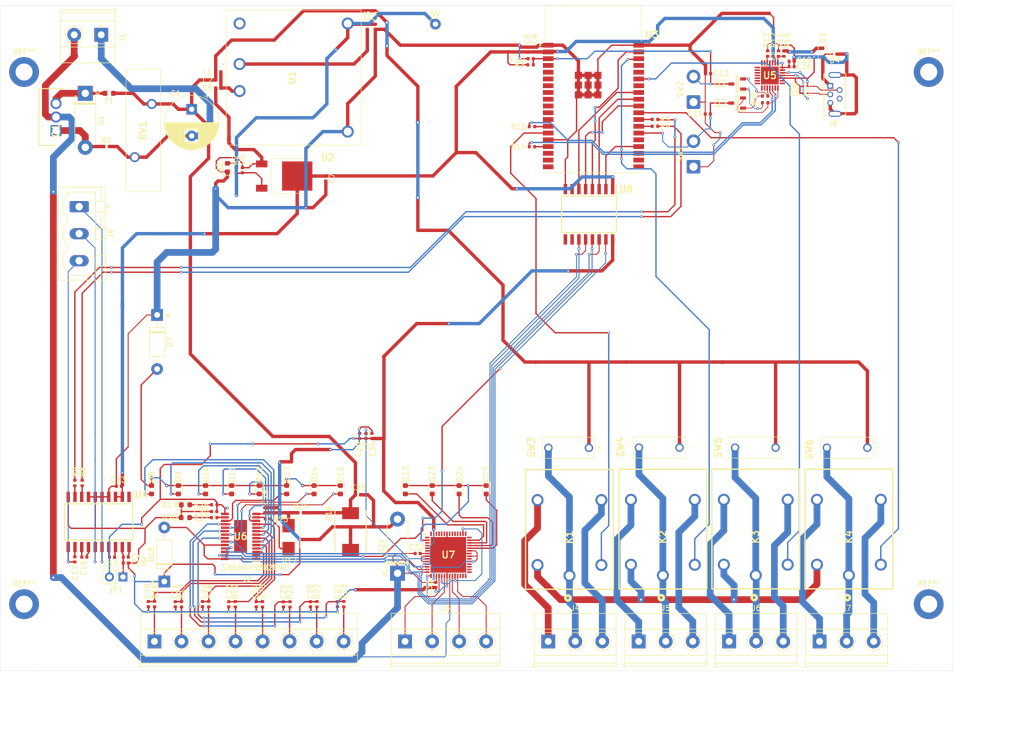
<source format=kicad_pcb>
(kicad_pcb (version 20171130) (host pcbnew "(5.1.6)-1")
  (layers (0 F.Cu signal) (31 B.Cu signal) (34 B.Paste user) (35 F.Paste user) (36 B.SilkS user) (37 F.SilkS user) (38 B.Mask user) (39 F.Mask user) (44 Edge.Cuts user))
  (net 0 "")
  (net 1 GND)
  (net 2 VCC)
  (net 3 "Net-(C2-Pad2)")
  (net 4 5V)
  (net 5 "Net-(C3-Pad1)")
  (net 6 GND1)
  (net 7 3V3)
  (net 8 /EN)
  (net 9 /IO0)
  (net 10 "Net-(C14-Pad2)")
  (net 11 "Net-(C14-Pad1)")
  (net 12 "Net-(C15-Pad2)")
  (net 13 "Net-(C15-Pad1)")
  (net 14 "Net-(C16-Pad2)")
  (net 15 "Net-(C16-Pad1)")
  (net 16 "Net-(C17-Pad1)")
  (net 17 /IP0)
  (net 18 /IP1)
  (net 19 /IP2)
  (net 20 /IP3)
  (net 21 /IP4)
  (net 22 /IP5)
  (net 23 /IP6)
  (net 24 /IP7)
  (net 25 "Net-(C29-Pad1)")
  (net 26 "Net-(C32-Pad2)")
  (net 27 PWR_IN)
  (net 28 5V_ISO)
  (net 29 "Net-(D1-Pad2)")
  (net 30 "Net-(D1-Pad1)")
  (net 31 "Net-(D2-Pad2)")
  (net 32 "Net-(D3-Pad2)")
  (net 33 /VBUS)
  (net 34 /USB_DP)
  (net 35 /USB_DN)
  (net 36 "Net-(D10-Pad1)")
  (net 37 /LED0)
  (net 38 /LED1)
  (net 39 /LED2)
  (net 40 /LED3)
  (net 41 /LED4)
  (net 42 /LED5)
  (net 43 /LED6)
  (net 44 /LED7)
  (net 45 "Net-(D19-Pad2)")
  (net 46 "Net-(D20-Pad2)")
  (net 47 /IN_8)
  (net 48 /IN_7)
  (net 49 /IN_6)
  (net 50 /IN_5)
  (net 51 /IN_4)
  (net 52 /IN_3)
  (net 53 /IN_2)
  (net 54 /IN_1)
  (net 55 /OUT_4)
  (net 56 /OUT_3)
  (net 57 /OUT_2)
  (net 58 /OUT_1)
  (net 59 /NO1)
  (net 60 /NC1)
  (net 61 /NO2)
  (net 62 /NC2)
  (net 63 /NO3)
  (net 64 /NC3)
  (net 65 /NO4)
  (net 66 /NC4)
  (net 67 "Net-(J8-Pad4)")
  (net 68 /GND_ISO)
  (net 69 /RS232_IN)
  (net 70 /RS232_OUT)
  (net 71 GND3)
  (net 72 REL_1)
  (net 73 REL_2)
  (net 74 REL_3)
  (net 75 REL_4)
  (net 76 /LX)
  (net 77 RTS)
  (net 78 "Net-(Q2-Pad1)")
  (net 79 DTR)
  (net 80 "Net-(Q3-Pad1)")
  (net 81 "Net-(R4-Pad2)")
  (net 82 RxOUT2)
  (net 83 "Net-(R5-Pad2)")
  (net 84 TxIN2)
  (net 85 "Net-(R8-Pad1)")
  (net 86 "Net-(R9-Pad1)")
  (net 87 "Net-(R10-Pad2)")
  (net 88 "Net-(R12-Pad1)")
  (net 89 "Net-(R13-Pad1)")
  (net 90 "Net-(R14-Pad2)")
  (net 91 TxIN1)
  (net 92 "Net-(R15-Pad2)")
  (net 93 RxOUT1)
  (net 94 "Net-(R25-Pad1)")
  (net 95 "Net-(R27-Pad1)")
  (net 96 "Net-(U1-Pad6)")
  (net 97 "Net-(U3-Pad35)")
  (net 98 "Net-(U3-Pad34)")
  (net 99 "Net-(U3-Pad32)")
  (net 100 MISO)
  (net 101 CLK)
  (net 102 CS1)
  (net 103 "Net-(U3-Pad24)")
  (net 104 CS0)
  (net 105 "Net-(U3-Pad22)")
  (net 106 "Net-(U3-Pad21)")
  (net 107 "Net-(U3-Pad20)")
  (net 108 "Net-(U3-Pad19)")
  (net 109 "Net-(U3-Pad18)")
  (net 110 "Net-(U3-Pad17)")
  (net 111 "Net-(U3-Pad12)")
  (net 112 "Net-(U3-Pad11)")
  (net 113 "Net-(U3-Pad10)")
  (net 114 "Net-(U3-Pad9)")
  (net 115 "Net-(U3-Pad8)")
  (net 116 "Net-(U3-Pad7)")
  (net 117 "Net-(U3-Pad6)")
  (net 118 "Net-(U3-Pad5)")
  (net 119 "Net-(U3-Pad4)")
  (net 120 "Net-(U4-Pad1)")
  (net 121 /DSR)
  (net 122 /CTS)
  (net 123 "Net-(U5-Pad22)")
  (net 124 "Net-(U5-Pad21)")
  (net 125 "Net-(U5-Pad20)")
  (net 126 "Net-(U5-Pad19)")
  (net 127 "Net-(U5-Pad18)")
  (net 128 "Net-(U5-Pad17)")
  (net 129 "Net-(U5-Pad16)")
  (net 130 "Net-(U5-Pad15)")
  (net 131 "Net-(U5-Pad14)")
  (net 132 "Net-(U5-Pad13)")
  (net 133 "Net-(U5-Pad11)")
  (net 134 "Net-(U5-Pad10)")
  (net 135 /RI)
  (net 136 /DCD)
  (net 137 "Net-(U6-Pad29)")
  (net 138 "Net-(U7-Pad56)")
  (net 139 "Net-(U7-Pad54)")
  (net 140 "Net-(U7-Pad53)")
  (net 141 "Net-(U7-Pad52)")
  (net 142 "Net-(U7-Pad51)")
  (net 143 "Net-(U7-Pad49)")
  (net 144 "Net-(U7-Pad48)")
  (net 145 "Net-(U7-Pad47)")
  (net 146 "Net-(U7-Pad46)")
  (net 147 "Net-(U7-Pad45)")
  (net 148 "Net-(U7-Pad43)")
  (net 149 "Net-(U7-Pad42)")
  (net 150 "Net-(U7-Pad34)")
  (net 151 "Net-(U7-Pad32)")
  (net 152 "Net-(U7-Pad31)")
  (net 153 "Net-(U7-Pad30)")
  (net 154 "Net-(U7-Pad29)")
  (net 155 "Net-(U7-Pad28)")
  (net 156 "Net-(U7-Pad27)")
  (net 157 "Net-(U7-Pad26)")
  (net 158 "Net-(U7-Pad6)")
  (net 159 "Net-(U7-Pad5)")
  (net 160 "Net-(U7-Pad4)")
  (net 161 "Net-(U7-Pad3)")
  (net 162 "Net-(U7-Pad1)")
  (net 163 "Net-(U8-Pad10)")
  (net 164 "Net-(U8-Pad7)")
  (net 165 "Net-(J4-Pad2)")
  (net 166 "Net-(J5-Pad2)")
  (net 167 "Net-(J6-Pad2)")
  (net 168 "Net-(J7-Pad2)")
  (net 169 "Net-(U7-Pad57)")
  (net 170 /MOSI)
  (net 171 MOSI_I)
  (net 172 CLK_I)
  (net 173 MISO_I)
  (net 174 CS0_I)
  (net 175 /CS1_I)
  (net 176 "Net-(D18-Pad2)")
  (net 177 "Net-(D22-Pad2)")
  (net 178 /LEDLS_1_4)
  (net 179 "Net-(D23-Pad2)")
  (net 180 "Net-(D24-Pad2)")
  (net 181 "Net-(D25-Pad2)")
  (module MountingHole:MountingHole_3.2mm_M3_DIN965_Pad (layer F.Cu) (at 67.5 37.5)
    (fp_text reference REF** (at 0 -3.8) (layer F.SilkS))
    (fp_text value MountingHole_3.2mm_M3_DIN965_Pad)
    (pad 1 thru_hole circle (at 0 0) (size 5.6 5.6) (drill 3.2) (layers *.Cu *.Mask))
  )
  (module MountingHole:MountingHole_3.2mm_M3_DIN965_Pad (layer F.Cu) (at 67.5 137.5)
    (fp_text reference REF** (at 0 -3.8) (layer F.SilkS))
    (fp_text value MountingHole_3.2mm_M3_DIN965_Pad)
    (pad 1 thru_hole circle (at 0 0) (size 5.6 5.6) (drill 3.2) (layers *.Cu *.Mask))
  )
  (module MountingHole:MountingHole_3.2mm_M3_DIN965_Pad (layer F.Cu) (at 237.5 137.5)
    (fp_text reference REF** (at 0 -3.8) (layer F.SilkS))
    (fp_text value MountingHole_3.2mm_M3_DIN965_Pad)
    (pad 1 thru_hole circle (at 0 0) (size 5.6 5.6) (drill 3.2) (layers *.Cu *.Mask))
  )
  (module MountingHole:MountingHole_3.2mm_M3_DIN965_Pad (layer F.Cu) (at 237.5 37.5)
    (fp_text reference REF** (at 0 -3.8) (layer F.SilkS))
    (fp_text value MountingHole_3.2mm_M3_DIN965_Pad)
    (pad 1 thru_hole circle (at 0 0) (size 5.6 5.6) (drill 3.2) (layers *.Cu *.Mask))
  )
  (module LED_SMD:LED_0603_1608Metric (layer F.Cu) (at 154.35 116 270)
    (fp_text reference D25 (at -2.9754 0 90) (layer F.SilkS))
    (fp_text value LED)
    (pad 2 smd roundrect (at 0.7875 0 270) (size 0.875 0.95) (layers F.Cu F.Paste F.Mask) (net 181 "Net-(D25-Pad2)"))
    (pad 1 smd roundrect (at -0.7875 0 270) (size 0.875 0.95) (layers F.Cu F.Paste F.Mask) (net 178 /LEDLS_1_4))
  )
  (module LED_SMD:LED_0603_1608Metric (layer F.Cu) (at 149.25 116 270)
    (fp_text reference D24 (at -2.9754 -0.1 90) (layer F.SilkS))
    (fp_text value LED)
    (pad 2 smd roundrect (at 0.7875 0 270) (size 0.875 0.95) (layers F.Cu F.Paste F.Mask) (net 180 "Net-(D24-Pad2)"))
    (pad 1 smd roundrect (at -0.7875 0 270) (size 0.875 0.95) (layers F.Cu F.Paste F.Mask) (net 178 /LEDLS_1_4))
  )
  (module LED_SMD:LED_0603_1608Metric (layer F.Cu) (at 144.2 116 270)
    (fp_text reference D23 (at -2.9754 0.05 90) (layer F.SilkS))
    (fp_text value LED)
    (pad 2 smd roundrect (at 0.7875 0 270) (size 0.875 0.95) (layers F.Cu F.Paste F.Mask) (net 179 "Net-(D23-Pad2)"))
    (pad 1 smd roundrect (at -0.7875 0 270) (size 0.875 0.95) (layers F.Cu F.Paste F.Mask) (net 178 /LEDLS_1_4))
  )
  (module LED_SMD:LED_0603_1608Metric (layer F.Cu) (at 139.15 116 270)
    (fp_text reference D22 (at -3 -0.1 90) (layer F.SilkS))
    (fp_text value LED)
    (pad 2 smd roundrect (at 0.7875 0 270) (size 0.875 0.95) (layers F.Cu F.Paste F.Mask) (net 177 "Net-(D22-Pad2)"))
    (pad 1 smd roundrect (at -0.7875 0 270) (size 0.875 0.95) (layers F.Cu F.Paste F.Mask) (net 178 /LEDLS_1_4))
  )
  (module Connector_Wire:SolderWire-0.75sqmm_1x02_P4.8mm_D1.25mm_OD2.3mm (layer F.Cu) (at 193.3 43.15 90)
    (fp_text reference SW2 (at 2.4 -2.47 90) (layer F.SilkS))
    (fp_text value SW_Push)
    (pad 2 thru_hole circle (at 4.8 0 90) (size 2.55 2.55) (drill 1.55) (layers *.Cu *.Mask) (net 8 /EN))
    (pad 1 thru_hole roundrect (at 0 0 90) (size 2.55 2.55) (drill 1.55) (layers *.Cu *.Mask) (roundrect_rratio 0.098039) (net 6 GND1))
  )
  (module Connector_Wire:SolderWire-0.75sqmm_1x02_P4.8mm_D1.25mm_OD2.3mm (layer F.Cu) (at 193.3 55.3 90)
    (fp_text reference SW1 (at 2.4 -2.47 90) (layer F.SilkS))
    (fp_text value SW_Push)
    (pad 2 thru_hole circle (at 4.8 0 90) (size 2.55 2.55) (drill 1.55) (layers *.Cu *.Mask) (net 9 /IO0))
    (pad 1 thru_hole roundrect (at 0 0 90) (size 2.55 2.55) (drill 1.55) (layers *.Cu *.Mask) (roundrect_rratio 0.098039) (net 6 GND1))
  )
  (module Connector_Phoenix_MSTB:PhoenixContact_MSTBVA_2,5_3-G-5,08_1x03_P5.08mm_Vertical (layer F.Cu) (at 77.85 62.8 270)
    (fp_text reference J9 (at 5.08 -6 90) (layer F.SilkS))
    (fp_text value Conn_01x03)
    (pad 3 thru_hole oval (at 10.16 0 270) (size 2.08 3.6) (drill 1.4) (layers *.Cu *.Mask) (net 68 /GND_ISO))
    (pad 2 thru_hole oval (at 5.08 0 270) (size 2.08 3.6) (drill 1.4) (layers *.Cu *.Mask) (net 69 /RS232_IN))
    (pad 1 thru_hole roundrect (at 0 0 270) (size 2.08 3.6) (drill 1.4) (layers *.Cu *.Mask) (roundrect_rratio 0.120192) (net 70 /RS232_OUT))
  )
  (module TestPoint:TestPoint_THTPad_D2.0mm_Drill1.0mm (layer F.Cu) (at 144.8 28.5)
    (fp_text reference 5V (at 0 -1.998) (layer F.SilkS))
    (fp_text value 5V)
    (pad 1 thru_hole circle (at 0 0) (size 2 2) (drill 1) (layers *.Cu *.Mask) (net 4 5V))
  )
  (module TerminalBlock_Phoenix:TerminalBlock_Phoenix_MKDS-1,5-4-5.08_1x04_P5.08mm_Horizontal (layer F.Cu) (at 139.1 144.5)
    (fp_text reference J3 (at 7.62 -6.26) (layer F.SilkS))
    (fp_text value Screw_Terminal_01x04)
    (pad 4 thru_hole circle (at 15.24 0) (size 2.6 2.6) (drill 1.3) (layers *.Cu *.Mask) (net 55 /OUT_4))
    (pad 3 thru_hole circle (at 10.16 0) (size 2.6 2.6) (drill 1.3) (layers *.Cu *.Mask) (net 56 /OUT_3))
    (pad 2 thru_hole circle (at 5.08 0) (size 2.6 2.6) (drill 1.3) (layers *.Cu *.Mask) (net 57 /OUT_2))
    (pad 1 thru_hole rect (at 0 0) (size 2.6 2.6) (drill 1.3) (layers *.Cu *.Mask) (net 58 /OUT_1))
  )
  (module SamacSys_Parts:QFN50P500X500X80-29N-D (layer F.Cu) (at 207.645 38.1508 180)
    (fp_text reference U5 (at 0 0) (layer F.SilkS) (effects (font (size 1.27 1.27) (thickness 0.254))))
    (fp_text value CP2102N-A02-GQFN28 hide)
    (pad 29 smd rect (at 0 0 180) (size 3.35 3.35) (layers F.Cu F.Paste F.Mask) (net 6 GND1))
    (pad 28 smd rect (at -1.5 -2.35 180) (size 0.3 1) (layers F.Cu F.Paste F.Mask) (net 79 DTR))
    (pad 27 smd rect (at -1 -2.35 180) (size 0.3 1) (layers F.Cu F.Paste F.Mask) (net 121 /DSR))
    (pad 26 smd rect (at -0.5 -2.35 180) (size 0.3 1) (layers F.Cu F.Paste F.Mask) (net 90 "Net-(R14-Pad2)"))
    (pad 25 smd rect (at 0 -2.35 180) (size 0.3 1) (layers F.Cu F.Paste F.Mask) (net 92 "Net-(R15-Pad2)"))
    (pad 24 smd rect (at 0.5 -2.35 180) (size 0.3 1) (layers F.Cu F.Paste F.Mask) (net 77 RTS))
    (pad 23 smd rect (at 1 -2.35 180) (size 0.3 1) (layers F.Cu F.Paste F.Mask) (net 122 /CTS))
    (pad 22 smd rect (at 1.5 -2.35 180) (size 0.3 1) (layers F.Cu F.Paste F.Mask) (net 123 "Net-(U5-Pad22)"))
    (pad 21 smd rect (at 2.35 -1.5 270) (size 0.3 1) (layers F.Cu F.Paste F.Mask) (net 124 "Net-(U5-Pad21)"))
    (pad 20 smd rect (at 2.35 -1 270) (size 0.3 1) (layers F.Cu F.Paste F.Mask) (net 125 "Net-(U5-Pad20)"))
    (pad 19 smd rect (at 2.35 -0.5 270) (size 0.3 1) (layers F.Cu F.Paste F.Mask) (net 126 "Net-(U5-Pad19)"))
    (pad 18 smd rect (at 2.35 0 270) (size 0.3 1) (layers F.Cu F.Paste F.Mask) (net 127 "Net-(U5-Pad18)"))
    (pad 17 smd rect (at 2.35 0.5 270) (size 0.3 1) (layers F.Cu F.Paste F.Mask) (net 128 "Net-(U5-Pad17)"))
    (pad 16 smd rect (at 2.35 1 270) (size 0.3 1) (layers F.Cu F.Paste F.Mask) (net 129 "Net-(U5-Pad16)"))
    (pad 15 smd rect (at 2.35 1.5 270) (size 0.3 1) (layers F.Cu F.Paste F.Mask) (net 130 "Net-(U5-Pad15)"))
    (pad 14 smd rect (at 1.5 2.35 180) (size 0.3 1) (layers F.Cu F.Paste F.Mask) (net 131 "Net-(U5-Pad14)"))
    (pad 13 smd rect (at 1 2.35 180) (size 0.3 1) (layers F.Cu F.Paste F.Mask) (net 132 "Net-(U5-Pad13)"))
    (pad 12 smd rect (at 0.5 2.35 180) (size 0.3 1) (layers F.Cu F.Paste F.Mask) (net 89 "Net-(R13-Pad1)"))
    (pad 11 smd rect (at 0 2.35 180) (size 0.3 1) (layers F.Cu F.Paste F.Mask) (net 133 "Net-(U5-Pad11)"))
    (pad 10 smd rect (at -0.5 2.35 180) (size 0.3 1) (layers F.Cu F.Paste F.Mask) (net 134 "Net-(U5-Pad10)"))
    (pad 9 smd rect (at -1 2.35 180) (size 0.3 1) (layers F.Cu F.Paste F.Mask) (net 88 "Net-(R12-Pad1)"))
    (pad 8 smd rect (at -1.5 2.35 180) (size 0.3 1) (layers F.Cu F.Paste F.Mask) (net 87 "Net-(R10-Pad2)"))
    (pad 7 smd rect (at -2.35 1.5 270) (size 0.3 1) (layers F.Cu F.Paste F.Mask) (net 7 3V3))
    (pad 6 smd rect (at -2.35 1 270) (size 0.3 1) (layers F.Cu F.Paste F.Mask) (net 7 3V3))
    (pad 5 smd rect (at -2.35 0.5 270) (size 0.3 1) (layers F.Cu F.Paste F.Mask) (net 35 /USB_DN))
    (pad 4 smd rect (at -2.35 0 270) (size 0.3 1) (layers F.Cu F.Paste F.Mask) (net 34 /USB_DP))
    (pad 3 smd rect (at -2.35 -0.5 270) (size 0.3 1) (layers F.Cu F.Paste F.Mask) (net 6 GND1))
    (pad 2 smd rect (at -2.35 -1 270) (size 0.3 1) (layers F.Cu F.Paste F.Mask) (net 135 /RI))
    (pad 1 smd rect (at -2.35 -1.5 270) (size 0.3 1) (layers F.Cu F.Paste F.Mask) (net 136 /DCD))
  )
  (module SamacSys_Parts:SOIC127P1030X265-16N (layer F.Cu) (at 173.6598 64.2366 270)
    (fp_text reference U8 (at -4.7498 -6.9342 180) (layer F.SilkS) (effects (font (size 1.27 1.27) (thickness 0.254))))
    (fp_text value ISO7762DW hide)
    (pad 16 smd rect (at 4.725 -4.445) (size 0.65 1.95) (layers F.Cu F.Paste F.Mask) (net 28 5V_ISO))
    (pad 15 smd rect (at 4.725 -3.175) (size 0.65 1.95) (layers F.Cu F.Paste F.Mask) (net 174 CS0_I))
    (pad 14 smd rect (at 4.725 -1.905) (size 0.65 1.95) (layers F.Cu F.Paste F.Mask) (net 172 CLK_I))
    (pad 13 smd rect (at 4.725 -0.635) (size 0.65 1.95) (layers F.Cu F.Paste F.Mask) (net 171 MOSI_I))
    (pad 12 smd rect (at 4.725 0.635) (size 0.65 1.95) (layers F.Cu F.Paste F.Mask) (net 175 /CS1_I))
    (pad 11 smd rect (at 4.725 1.905) (size 0.65 1.95) (layers F.Cu F.Paste F.Mask) (net 173 MISO_I))
    (pad 10 smd rect (at 4.725 3.175) (size 0.65 1.95) (layers F.Cu F.Paste F.Mask) (net 163 "Net-(U8-Pad10)"))
    (pad 9 smd rect (at 4.725 4.445) (size 0.65 1.95) (layers F.Cu F.Paste F.Mask) (net 6 GND1))
    (pad 8 smd rect (at -4.725 4.445) (size 0.65 1.95) (layers F.Cu F.Paste F.Mask) (net 6 GND1))
    (pad 7 smd rect (at -4.725 3.175) (size 0.65 1.95) (layers F.Cu F.Paste F.Mask) (net 164 "Net-(U8-Pad7)"))
    (pad 6 smd rect (at -4.725 1.905) (size 0.65 1.95) (layers F.Cu F.Paste F.Mask) (net 100 MISO))
    (pad 5 smd rect (at -4.725 0.635) (size 0.65 1.95) (layers F.Cu F.Paste F.Mask) (net 102 CS1))
    (pad 4 smd rect (at -4.725 -0.635) (size 0.65 1.95) (layers F.Cu F.Paste F.Mask) (net 170 /MOSI))
    (pad 3 smd rect (at -4.725 -1.905) (size 0.65 1.95) (layers F.Cu F.Paste F.Mask) (net 101 CLK))
    (pad 2 smd rect (at -4.725 -3.175) (size 0.65 1.95) (layers F.Cu F.Paste F.Mask) (net 104 CS0))
    (pad 1 smd rect (at -4.725 -4.445) (size 0.65 1.95) (layers F.Cu F.Paste F.Mask) (net 7 3V3))
  )
  (module SamacSys_Parts:QFN50P800X800X90-57N (layer F.Cu) (at 147.2288 128.2328)
    (fp_text reference U7 (at 0 0) (layer F.SilkS) (effects (font (size 1.27 1.27) (thickness 0.254))))
    (fp_text value MAX14913AKN+T hide)
    (pad 57 smd rect (at 0 0) (size 6.7 6.7) (layers F.Cu F.Paste F.Mask) (net 169 "Net-(U7-Pad57)"))
    (pad 56 smd rect (at -3.25 -3.95) (size 0.3 0.85) (layers F.Cu F.Paste F.Mask) (net 138 "Net-(U7-Pad56)"))
    (pad 55 smd rect (at -2.75 -3.95) (size 0.3 0.85) (layers F.Cu F.Paste F.Mask) (net 28 5V_ISO))
    (pad 54 smd rect (at -2.25 -3.95) (size 0.3 0.85) (layers F.Cu F.Paste F.Mask) (net 139 "Net-(U7-Pad54)"))
    (pad 53 smd rect (at -1.75 -3.95) (size 0.3 0.85) (layers F.Cu F.Paste F.Mask) (net 140 "Net-(U7-Pad53)"))
    (pad 52 smd rect (at -1.25 -3.95) (size 0.3 0.85) (layers F.Cu F.Paste F.Mask) (net 141 "Net-(U7-Pad52)"))
    (pad 51 smd rect (at -0.75 -3.95) (size 0.3 0.85) (layers F.Cu F.Paste F.Mask) (net 142 "Net-(U7-Pad51)"))
    (pad 50 smd rect (at -0.25 -3.95) (size 0.3 0.85) (layers F.Cu F.Paste F.Mask) (net 6 GND1))
    (pad 49 smd rect (at 0.25 -3.95) (size 0.3 0.85) (layers F.Cu F.Paste F.Mask) (net 143 "Net-(U7-Pad49)"))
    (pad 48 smd rect (at 0.75 -3.95) (size 0.3 0.85) (layers F.Cu F.Paste F.Mask) (net 144 "Net-(U7-Pad48)"))
    (pad 47 smd rect (at 1.25 -3.95) (size 0.3 0.85) (layers F.Cu F.Paste F.Mask) (net 145 "Net-(U7-Pad47)"))
    (pad 46 smd rect (at 1.75 -3.95) (size 0.3 0.85) (layers F.Cu F.Paste F.Mask) (net 146 "Net-(U7-Pad46)"))
    (pad 45 smd rect (at 2.25 -3.95) (size 0.3 0.85) (layers F.Cu F.Paste F.Mask) (net 147 "Net-(U7-Pad45)"))
    (pad 44 smd rect (at 2.75 -3.95) (size 0.3 0.85) (layers F.Cu F.Paste F.Mask) (net 27 PWR_IN))
    (pad 43 smd rect (at 3.25 -3.95) (size 0.3 0.85) (layers F.Cu F.Paste F.Mask) (net 148 "Net-(U7-Pad43)"))
    (pad 42 smd rect (at 3.95 -3.25 90) (size 0.3 0.85) (layers F.Cu F.Paste F.Mask) (net 149 "Net-(U7-Pad42)"))
    (pad 41 smd rect (at 3.95 -2.75 90) (size 0.3 0.85) (layers F.Cu F.Paste F.Mask) (net 177 "Net-(D22-Pad2)"))
    (pad 40 smd rect (at 3.95 -2.25 90) (size 0.3 0.85) (layers F.Cu F.Paste F.Mask) (net 179 "Net-(D23-Pad2)"))
    (pad 39 smd rect (at 3.95 -1.75 90) (size 0.3 0.85) (layers F.Cu F.Paste F.Mask) (net 180 "Net-(D24-Pad2)"))
    (pad 38 smd rect (at 3.95 -1.25 90) (size 0.3 0.85) (layers F.Cu F.Paste F.Mask) (net 181 "Net-(D25-Pad2)"))
    (pad 37 smd rect (at 3.95 -0.75 90) (size 0.3 0.85) (layers F.Cu F.Paste F.Mask) (net 28 5V_ISO))
    (pad 36 smd rect (at 3.95 -0.25 90) (size 0.3 0.85) (layers F.Cu F.Paste F.Mask) (net 6 GND1))
    (pad 35 smd rect (at 3.95 0.25 90) (size 0.3 0.85) (layers F.Cu F.Paste F.Mask) (net 28 5V_ISO))
    (pad 34 smd rect (at 3.95 0.75 90) (size 0.3 0.85) (layers F.Cu F.Paste F.Mask) (net 150 "Net-(U7-Pad34)"))
    (pad 33 smd rect (at 3.95 1.25 90) (size 0.3 0.85) (layers F.Cu F.Paste F.Mask) (net 28 5V_ISO))
    (pad 32 smd rect (at 3.95 1.75 90) (size 0.3 0.85) (layers F.Cu F.Paste F.Mask) (net 151 "Net-(U7-Pad32)"))
    (pad 31 smd rect (at 3.95 2.25 90) (size 0.3 0.85) (layers F.Cu F.Paste F.Mask) (net 152 "Net-(U7-Pad31)"))
    (pad 30 smd rect (at 3.95 2.75 90) (size 0.3 0.85) (layers F.Cu F.Paste F.Mask) (net 153 "Net-(U7-Pad30)"))
    (pad 29 smd rect (at 3.95 3.25 90) (size 0.3 0.85) (layers F.Cu F.Paste F.Mask) (net 154 "Net-(U7-Pad29)"))
    (pad 28 smd rect (at 3.25 3.95) (size 0.3 0.85) (layers F.Cu F.Paste F.Mask) (net 155 "Net-(U7-Pad28)"))
    (pad 27 smd rect (at 2.75 3.95) (size 0.3 0.85) (layers F.Cu F.Paste F.Mask) (net 156 "Net-(U7-Pad27)"))
    (pad 26 smd rect (at 2.25 3.95) (size 0.3 0.85) (layers F.Cu F.Paste F.Mask) (net 157 "Net-(U7-Pad26)"))
    (pad 25 smd rect (at 1.75 3.95) (size 0.3 0.85) (layers F.Cu F.Paste F.Mask) (net 55 /OUT_4))
    (pad 24 smd rect (at 1.25 3.95) (size 0.3 0.85) (layers F.Cu F.Paste F.Mask) (net 27 PWR_IN))
    (pad 23 smd rect (at 0.75 3.95) (size 0.3 0.85) (layers F.Cu F.Paste F.Mask) (net 56 /OUT_3))
    (pad 22 smd rect (at 0.25 3.95) (size 0.3 0.85) (layers F.Cu F.Paste F.Mask) (net 27 PWR_IN))
    (pad 21 smd rect (at -0.25 3.95) (size 0.3 0.85) (layers F.Cu F.Paste F.Mask) (net 6 GND1))
    (pad 20 smd rect (at -0.75 3.95) (size 0.3 0.85) (layers F.Cu F.Paste F.Mask) (net 57 /OUT_2))
    (pad 19 smd rect (at -1.25 3.95) (size 0.3 0.85) (layers F.Cu F.Paste F.Mask) (net 27 PWR_IN))
    (pad 18 smd rect (at -1.75 3.95) (size 0.3 0.85) (layers F.Cu F.Paste F.Mask) (net 58 /OUT_1))
    (pad 17 smd rect (at -2.25 3.95) (size 0.3 0.85) (layers F.Cu F.Paste F.Mask) (net 27 PWR_IN))
    (pad 16 smd rect (at -2.75 3.95) (size 0.3 0.85) (layers F.Cu F.Paste F.Mask) (net 28 5V_ISO))
    (pad 15 smd rect (at -3.25 3.95) (size 0.3 0.85) (layers F.Cu F.Paste F.Mask) (net 175 /CS1_I))
    (pad 14 smd rect (at -3.95 3.25 90) (size 0.3 0.85) (layers F.Cu F.Paste F.Mask) (net 172 CLK_I))
    (pad 13 smd rect (at -3.95 2.75 90) (size 0.3 0.85) (layers F.Cu F.Paste F.Mask) (net 171 MOSI_I))
    (pad 12 smd rect (at -3.95 2.25 90) (size 0.3 0.85) (layers F.Cu F.Paste F.Mask) (net 173 MISO_I))
    (pad 11 smd rect (at -3.95 1.75 90) (size 0.3 0.85) (layers F.Cu F.Paste F.Mask) (net 28 5V_ISO))
    (pad 10 smd rect (at -3.95 1.25 90) (size 0.3 0.85) (layers F.Cu F.Paste F.Mask) (net 6 GND1))
    (pad 9 smd rect (at -3.95 0.75 90) (size 0.3 0.85) (layers F.Cu F.Paste F.Mask) (net 76 /LX))
    (pad 8 smd rect (at -3.95 0.25 90) (size 0.3 0.85) (layers F.Cu F.Paste F.Mask) (net 6 GND1))
    (pad 7 smd rect (at -3.95 -0.25 90) (size 0.3 0.85) (layers F.Cu F.Paste F.Mask) (net 26 "Net-(C32-Pad2)"))
    (pad 6 smd rect (at -3.95 -0.75 90) (size 0.3 0.85) (layers F.Cu F.Paste F.Mask) (net 158 "Net-(U7-Pad6)"))
    (pad 5 smd rect (at -3.95 -1.25 90) (size 0.3 0.85) (layers F.Cu F.Paste F.Mask) (net 159 "Net-(U7-Pad5)"))
    (pad 4 smd rect (at -3.95 -1.75 90) (size 0.3 0.85) (layers F.Cu F.Paste F.Mask) (net 160 "Net-(U7-Pad4)"))
    (pad 3 smd rect (at -3.95 -2.25 90) (size 0.3 0.85) (layers F.Cu F.Paste F.Mask) (net 161 "Net-(U7-Pad3)"))
    (pad 2 smd rect (at -3.95 -2.75 90) (size 0.3 0.85) (layers F.Cu F.Paste F.Mask) (net 178 /LEDLS_1_4))
    (pad 1 smd rect (at -3.95 -3.25 90) (size 0.3 0.85) (layers F.Cu F.Paste F.Mask) (net 162 "Net-(U7-Pad1)"))
  )
  (module SamacSys_Parts:SOP65P640X120-29N (layer F.Cu) (at 108.1786 124.7648 180)
    (fp_text reference U6 (at 0 0) (layer F.SilkS) (effects (font (size 1.27 1.27) (thickness 0.254))))
    (fp_text value SN65HVS882PWP (at -2.8702 -5.8674) (layer F.SilkS))
    (pad 29 smd rect (at 0 0 180) (size 2.4 6.17) (layers F.Cu F.Paste F.Mask) (net 137 "Net-(U6-Pad29)"))
    (pad 28 smd rect (at 2.938 -4.225 270) (size 0.45 1.475) (layers F.Cu F.Paste F.Mask) (net 176 "Net-(D18-Pad2)"))
    (pad 27 smd rect (at 2.938 -3.575 270) (size 0.45 1.475) (layers F.Cu F.Paste F.Mask) (net 171 MOSI_I))
    (pad 26 smd rect (at 2.938 -2.925 270) (size 0.45 1.475) (layers F.Cu F.Paste F.Mask) (net 174 CS0_I))
    (pad 25 smd rect (at 2.938 -2.275 270) (size 0.45 1.475) (layers F.Cu F.Paste F.Mask) (net 172 CLK_I))
    (pad 24 smd rect (at 2.938 -1.625 270) (size 0.45 1.475) (layers F.Cu F.Paste F.Mask) (net 176 "Net-(D18-Pad2)"))
    (pad 23 smd rect (at 2.938 -0.975 270) (size 0.45 1.475) (layers F.Cu F.Paste F.Mask) (net 173 MISO_I))
    (pad 22 smd rect (at 2.938 -0.325 270) (size 0.45 1.475) (layers F.Cu F.Paste F.Mask) (net 24 /IP7))
    (pad 21 smd rect (at 2.938 0.325 270) (size 0.45 1.475) (layers F.Cu F.Paste F.Mask) (net 44 /LED7))
    (pad 20 smd rect (at 2.938 0.975 270) (size 0.45 1.475) (layers F.Cu F.Paste F.Mask) (net 23 /IP6))
    (pad 19 smd rect (at 2.938 1.625 270) (size 0.45 1.475) (layers F.Cu F.Paste F.Mask) (net 43 /LED6))
    (pad 18 smd rect (at 2.938 2.275 270) (size 0.45 1.475) (layers F.Cu F.Paste F.Mask) (net 22 /IP5))
    (pad 17 smd rect (at 2.938 2.925 270) (size 0.45 1.475) (layers F.Cu F.Paste F.Mask) (net 42 /LED5))
    (pad 16 smd rect (at 2.938 3.575 270) (size 0.45 1.475) (layers F.Cu F.Paste F.Mask) (net 95 "Net-(R27-Pad1)"))
    (pad 15 smd rect (at 2.938 4.225 270) (size 0.45 1.475) (layers F.Cu F.Paste F.Mask) (net 28 5V_ISO))
    (pad 14 smd rect (at -2.938 4.225 270) (size 0.45 1.475) (layers F.Cu F.Paste F.Mask) (net 25 "Net-(C29-Pad1)"))
    (pad 13 smd rect (at -2.938 3.575 270) (size 0.45 1.475) (layers F.Cu F.Paste F.Mask) (net 94 "Net-(R25-Pad1)"))
    (pad 12 smd rect (at -2.938 2.925 270) (size 0.45 1.475) (layers F.Cu F.Paste F.Mask) (net 41 /LED4))
    (pad 11 smd rect (at -2.938 2.275 270) (size 0.45 1.475) (layers F.Cu F.Paste F.Mask) (net 21 /IP4))
    (pad 10 smd rect (at -2.938 1.625 270) (size 0.45 1.475) (layers F.Cu F.Paste F.Mask) (net 40 /LED3))
    (pad 9 smd rect (at -2.938 0.975 270) (size 0.45 1.475) (layers F.Cu F.Paste F.Mask) (net 20 /IP3))
    (pad 8 smd rect (at -2.938 0.325 270) (size 0.45 1.475) (layers F.Cu F.Paste F.Mask) (net 39 /LED2))
    (pad 7 smd rect (at -2.938 -0.325 270) (size 0.45 1.475) (layers F.Cu F.Paste F.Mask) (net 19 /IP2))
    (pad 6 smd rect (at -2.938 -0.975 270) (size 0.45 1.475) (layers F.Cu F.Paste F.Mask) (net 38 /LED1))
    (pad 5 smd rect (at -2.938 -1.625 270) (size 0.45 1.475) (layers F.Cu F.Paste F.Mask) (net 18 /IP1))
    (pad 4 smd rect (at -2.938 -2.275 270) (size 0.45 1.475) (layers F.Cu F.Paste F.Mask) (net 37 /LED0))
    (pad 3 smd rect (at -2.938 -2.925 270) (size 0.45 1.475) (layers F.Cu F.Paste F.Mask) (net 17 /IP0))
    (pad 2 smd rect (at -2.938 -3.575 270) (size 0.45 1.475) (layers F.Cu F.Paste F.Mask) (net 176 "Net-(D18-Pad2)"))
    (pad 1 smd rect (at -2.938 -4.225 270) (size 0.45 1.475) (layers F.Cu F.Paste F.Mask) (net 176 "Net-(D18-Pad2)"))
  )
  (module SamacSys_Parts:SOIC127P1032X265-20N (layer F.Cu) (at 81.5086 122.047 270)
    (fp_text reference U4 (at -5.08 -8.0518) (layer F.SilkS) (effects (font (size 1.27 1.27) (thickness 0.254))))
    (fp_text value ADM3251EARWZ hide)
    (pad 20 smd rect (at 4.712 -5.715) (size 0.65 1.925) (layers F.Cu F.Paste F.Mask) (net 11 "Net-(C14-Pad1)"))
    (pad 19 smd rect (at 4.712 -4.445) (size 0.65 1.925) (layers F.Cu F.Paste F.Mask) (net 10 "Net-(C14-Pad2)"))
    (pad 18 smd rect (at 4.712 -3.175) (size 0.65 1.925) (layers F.Cu F.Paste F.Mask) (net 13 "Net-(C15-Pad1)"))
    (pad 17 smd rect (at 4.712 -1.905) (size 0.65 1.925) (layers F.Cu F.Paste F.Mask) (net 12 "Net-(C15-Pad2)"))
    (pad 16 smd rect (at 4.712 -0.635) (size 0.65 1.925) (layers F.Cu F.Paste F.Mask) (net 70 /RS232_OUT))
    (pad 15 smd rect (at 4.712 0.635) (size 0.65 1.925) (layers F.Cu F.Paste F.Mask) (net 69 /RS232_IN))
    (pad 14 smd rect (at 4.712 1.905) (size 0.65 1.925) (layers F.Cu F.Paste F.Mask) (net 15 "Net-(C16-Pad1)"))
    (pad 13 smd rect (at 4.712 3.175) (size 0.65 1.925) (layers F.Cu F.Paste F.Mask) (net 14 "Net-(C16-Pad2)"))
    (pad 12 smd rect (at 4.712 4.445) (size 0.65 1.925) (layers F.Cu F.Paste F.Mask) (net 16 "Net-(C17-Pad1)"))
    (pad 11 smd rect (at 4.712 5.715) (size 0.65 1.925) (layers F.Cu F.Paste F.Mask) (net 68 /GND_ISO))
    (pad 10 smd rect (at -4.712 5.715) (size 0.65 1.925) (layers F.Cu F.Paste F.Mask) (net 6 GND1))
    (pad 9 smd rect (at -4.712 4.445) (size 0.65 1.925) (layers F.Cu F.Paste F.Mask) (net 86 "Net-(R9-Pad1)"))
    (pad 8 smd rect (at -4.712 3.175) (size 0.65 1.925) (layers F.Cu F.Paste F.Mask) (net 85 "Net-(R8-Pad1)"))
    (pad 7 smd rect (at -4.712 1.905) (size 0.65 1.925) (layers F.Cu F.Paste F.Mask) (net 6 GND1))
    (pad 6 smd rect (at -4.712 0.635) (size 0.65 1.925) (layers F.Cu F.Paste F.Mask) (net 6 GND1))
    (pad 5 smd rect (at -4.712 -0.635) (size 0.65 1.925) (layers F.Cu F.Paste F.Mask) (net 6 GND1))
    (pad 4 smd rect (at -4.712 -1.905) (size 0.65 1.925) (layers F.Cu F.Paste F.Mask) (net 6 GND1))
    (pad 3 smd rect (at -4.712 -3.175) (size 0.65 1.925) (layers F.Cu F.Paste F.Mask) (net 7 3V3))
    (pad 2 smd rect (at -4.712 -4.445) (size 0.65 1.925) (layers F.Cu F.Paste F.Mask) (net 7 3V3))
    (pad 1 smd rect (at -4.712 -5.715) (size 0.65 1.925) (layers F.Cu F.Paste F.Mask) (net 120 "Net-(U4-Pad1)"))
  )
  (module SamacSys_Parts:ESP32WROVERIEM213EH3264UH3Q0 (layer F.Cu) (at 174.5 40.7162)
    (fp_text reference U3 (at 11 -10.2162) (layer F.SilkS) (effects (font (size 1.27 1.27) (thickness 0.254))))
    (fp_text value ESP32-WROVER-IE_M213EH3264UH3Q0_ hide)
    (pad 47 smd rect (at -2.835 -2.595 90) (size 1.33 1.33) (layers F.Cu F.Paste F.Mask) (net 6 GND1))
    (pad 46 smd rect (at -1 -2.595 90) (size 1.33 1.33) (layers F.Cu F.Paste F.Mask) (net 6 GND1))
    (pad 45 smd rect (at 0.835 -2.595 90) (size 1.33 1.33) (layers F.Cu F.Paste F.Mask) (net 6 GND1))
    (pad 44 smd rect (at 0.835 -0.76 90) (size 1.33 1.33) (layers F.Cu F.Paste F.Mask) (net 6 GND1))
    (pad 43 smd rect (at 0.835 1.075 90) (size 1.33 1.33) (layers F.Cu F.Paste F.Mask) (net 6 GND1))
    (pad 42 smd rect (at -1 1.075 90) (size 1.33 1.33) (layers F.Cu F.Paste F.Mask) (net 6 GND1))
    (pad 41 smd rect (at -2.835 1.075 90) (size 1.33 1.33) (layers F.Cu F.Paste F.Mask) (net 6 GND1))
    (pad 40 smd rect (at -2.835 -0.76 90) (size 1.33 1.33) (layers F.Cu F.Paste F.Mask) (net 6 GND1))
    (pad 39 smd rect (at -1 -0.76 90) (size 1.33 1.33) (layers F.Cu F.Paste F.Mask) (net 6 GND1))
    (pad 38 smd rect (at 8.5 -8.26 90) (size 0.9 2) (layers F.Cu F.Paste F.Mask) (net 6 GND1))
    (pad 37 smd rect (at 8.5 -6.99 90) (size 0.9 2) (layers F.Cu F.Paste F.Mask) (net 170 /MOSI))
    (pad 36 smd rect (at 8.5 -5.72 90) (size 0.9 2) (layers F.Cu F.Paste F.Mask) (net 73 REL_2))
    (pad 35 smd rect (at 8.5 -4.45 90) (size 0.9 2) (layers F.Cu F.Paste F.Mask) (net 97 "Net-(U3-Pad35)"))
    (pad 34 smd rect (at 8.5 -3.18 90) (size 0.9 2) (layers F.Cu F.Paste F.Mask) (net 98 "Net-(U3-Pad34)"))
    (pad 33 smd rect (at 8.5 -1.91 90) (size 0.9 2) (layers F.Cu F.Paste F.Mask) (net 74 REL_3))
    (pad 32 smd rect (at 8.5 -0.64 90) (size 0.9 2) (layers F.Cu F.Paste F.Mask) (net 99 "Net-(U3-Pad32)"))
    (pad 31 smd rect (at 8.5 0.63 90) (size 0.9 2) (layers F.Cu F.Paste F.Mask) (net 100 MISO))
    (pad 30 smd rect (at 8.5 1.9 90) (size 0.9 2) (layers F.Cu F.Paste F.Mask) (net 101 CLK))
    (pad 29 smd rect (at 8.5 3.17 90) (size 0.9 2) (layers F.Cu F.Paste F.Mask) (net 102 CS1))
    (pad 28 smd rect (at 8.5 4.44 90) (size 0.9 2) (layers F.Cu F.Paste F.Mask) (net 75 REL_4))
    (pad 27 smd rect (at 8.5 5.71 90) (size 0.9 2) (layers F.Cu F.Paste F.Mask) (net 83 "Net-(R5-Pad2)"))
    (pad 26 smd rect (at 8.5 6.98 90) (size 0.9 2) (layers F.Cu F.Paste F.Mask) (net 81 "Net-(R4-Pad2)"))
    (pad 25 smd rect (at 8.5 8.25 90) (size 0.9 2) (layers F.Cu F.Paste F.Mask) (net 9 /IO0))
    (pad 24 smd rect (at 8.5 9.52 90) (size 0.9 2) (layers F.Cu F.Paste F.Mask) (net 103 "Net-(U3-Pad24)"))
    (pad 23 smd rect (at 8.5 10.79 90) (size 0.9 2) (layers F.Cu F.Paste F.Mask) (net 104 CS0))
    (pad 22 smd rect (at 8.5 12.06 90) (size 0.9 2) (layers F.Cu F.Paste F.Mask) (net 105 "Net-(U3-Pad22)"))
    (pad 21 smd rect (at 8.5 13.33 90) (size 0.9 2) (layers F.Cu F.Paste F.Mask) (net 106 "Net-(U3-Pad21)"))
    (pad 20 smd rect (at 8.5 14.6 90) (size 0.9 2) (layers F.Cu F.Paste F.Mask) (net 107 "Net-(U3-Pad20)"))
    (pad 19 smd rect (at -8.5 14.6 90) (size 0.9 2) (layers F.Cu F.Paste F.Mask) (net 108 "Net-(U3-Pad19)"))
    (pad 18 smd rect (at -8.5 13.33 90) (size 0.9 2) (layers F.Cu F.Paste F.Mask) (net 109 "Net-(U3-Pad18)"))
    (pad 17 smd rect (at -8.5 12.06 90) (size 0.9 2) (layers F.Cu F.Paste F.Mask) (net 110 "Net-(U3-Pad17)"))
    (pad 16 smd rect (at -8.5 10.79 90) (size 0.9 2) (layers F.Cu F.Paste F.Mask) (net 91 TxIN1))
    (pad 15 smd rect (at -8.5 9.52 90) (size 0.9 2) (layers F.Cu F.Paste F.Mask) (net 6 GND1))
    (pad 14 smd rect (at -8.5 8.25 90) (size 0.9 2) (layers F.Cu F.Paste F.Mask) (net 72 REL_1))
    (pad 13 smd rect (at -8.5 6.98 90) (size 0.9 2) (layers F.Cu F.Paste F.Mask) (net 93 RxOUT1))
    (pad 12 smd rect (at -8.5 5.71 90) (size 0.9 2) (layers F.Cu F.Paste F.Mask) (net 111 "Net-(U3-Pad12)"))
    (pad 11 smd rect (at -8.5 4.44 90) (size 0.9 2) (layers F.Cu F.Paste F.Mask) (net 112 "Net-(U3-Pad11)"))
    (pad 10 smd rect (at -8.5 3.17 90) (size 0.9 2) (layers F.Cu F.Paste F.Mask) (net 113 "Net-(U3-Pad10)"))
    (pad 9 smd rect (at -8.5 1.9 90) (size 0.9 2) (layers F.Cu F.Paste F.Mask) (net 114 "Net-(U3-Pad9)"))
    (pad 8 smd rect (at -8.5 0.63 90) (size 0.9 2) (layers F.Cu F.Paste F.Mask) (net 115 "Net-(U3-Pad8)"))
    (pad 7 smd rect (at -8.5 -0.64 90) (size 0.9 2) (layers F.Cu F.Paste F.Mask) (net 116 "Net-(U3-Pad7)"))
    (pad 6 smd rect (at -8.5 -1.91 90) (size 0.9 2) (layers F.Cu F.Paste F.Mask) (net 117 "Net-(U3-Pad6)"))
    (pad 5 smd rect (at -8.5 -3.18 90) (size 0.9 2) (layers F.Cu F.Paste F.Mask) (net 118 "Net-(U3-Pad5)"))
    (pad 4 smd rect (at -8.5 -4.45 90) (size 0.9 2) (layers F.Cu F.Paste F.Mask) (net 119 "Net-(U3-Pad4)"))
    (pad 3 smd rect (at -8.5 -5.72 90) (size 0.9 2) (layers F.Cu F.Paste F.Mask) (net 8 /EN))
    (pad 2 smd rect (at -8.5 -6.99 90) (size 0.9 2) (layers F.Cu F.Paste F.Mask) (net 7 3V3))
    (pad 1 smd rect (at -8.5 -8.26 90) (size 0.9 2) (layers F.Cu F.Paste F.Mask) (net 6 GND1))
  )
  (module SamacSys_Parts:LM1117IDTX33NOPB (layer F.Cu) (at 120.0404 57.0484)
    (fp_text reference U2 (at 4.5 -3.5) (layer F.SilkS) (effects (font (size 1.27 1.27) (thickness 0.254))))
    (fp_text value LM1117IDTX-3.3_NOPB hide)
    (pad 3 smd rect (at -7.88 2.285 90) (size 1.3 2.15) (layers F.Cu F.Paste F.Mask) (net 4 5V))
    (pad 2 smd rect (at -1.214 0 90) (size 5.5 5.7) (layers F.Cu F.Paste F.Mask) (net 7 3V3))
    (pad 1 smd rect (at -7.88 -2.285 90) (size 1.3 2.15) (layers F.Cu F.Paste F.Mask) (net 6 GND1))
  )
  (module SamacSys_Parts:PDQE10Q24S5D (layer F.Cu) (at 108 36 90)
    (fp_text reference U1 (at -2.54 9.83 90) (layer F.SilkS) (effects (font (size 1.27 1.27) (thickness 0.254))))
    (fp_text value PDQE10-Q24-S5-D hide)
    (pad 6 thru_hole circle (at 7.62 0 90) (size 2.25 2.25) (drill 1.5) (layers *.Cu *.Mask) (net 96 "Net-(U1-Pad6)"))
    (pad 5 thru_hole circle (at 7.62 20.32 90) (size 2.25 2.25) (drill 1.5) (layers *.Cu *.Mask) (net 4 5V))
    (pad 3 thru_hole circle (at -12.7 20.32 90) (size 2.25 2.25) (drill 1.5) (layers *.Cu *.Mask) (net 6 GND1))
    (pad 2 thru_hole circle (at -5.08 0 90) (size 2.25 2.25) (drill 1.5) (layers *.Cu *.Mask) (net 3 "Net-(C2-Pad2)"))
    (pad 1 thru_hole circle (at 0 0 90) (size 2.25 2.25) (drill 1.5) (layers *.Cu *.Mask) (net 5 "Net-(C3-Pad1)"))
  )
  (module SamacSys_Parts:DS01254L01BE (layer F.Cu) (at 225.9762 108.1024 90)
    (fp_text reference SW6 (at -0.3556 -10.9474 90) (layer F.SilkS) (effects (font (size 1.27 1.27) (thickness 0.254))))
    (fp_text value SW_DIP_x01 hide)
    (pad 2 thru_hole circle (at 0 -7.62 90) (size 1.575 1.575) (drill 1.05) (layers *.Cu *.Mask) (net 168 "Net-(J7-Pad2)"))
    (pad 1 thru_hole circle (at 0 0 90) (size 1.575 1.575) (drill 1.05) (layers *.Cu *.Mask) (net 2 VCC))
  )
  (module SamacSys_Parts:DS01254L01BE (layer F.Cu) (at 208.7296 108.077 90)
    (fp_text reference SW5 (at 0.0254 -10.8204 90) (layer F.SilkS) (effects (font (size 1.27 1.27) (thickness 0.254))))
    (fp_text value SW_DIP_x01 hide)
    (pad 2 thru_hole circle (at 0 -7.62 90) (size 1.575 1.575) (drill 1.05) (layers *.Cu *.Mask) (net 167 "Net-(J6-Pad2)"))
    (pad 1 thru_hole circle (at 0 0 90) (size 1.575 1.575) (drill 1.05) (layers *.Cu *.Mask) (net 2 VCC))
  )
  (module SamacSys_Parts:DS01254L01BE (layer F.Cu) (at 190.6702 108.077 90)
    (fp_text reference SW4 (at 0.127 -11.049 90) (layer F.SilkS) (effects (font (size 1.27 1.27) (thickness 0.254))))
    (fp_text value SW_DIP_x01 hide)
    (pad 2 thru_hole circle (at 0 -7.62 90) (size 1.575 1.575) (drill 1.05) (layers *.Cu *.Mask) (net 166 "Net-(J5-Pad2)"))
    (pad 1 thru_hole circle (at 0 0 90) (size 1.575 1.575) (drill 1.05) (layers *.Cu *.Mask) (net 2 VCC))
  )
  (module SamacSys_Parts:DS01254L01BE (layer F.Cu) (at 173.6522 108.1278 90)
    (fp_text reference SW3 (at 0.1016 -10.8458 90) (layer F.SilkS) (effects (font (size 1.27 1.27) (thickness 0.254))))
    (fp_text value SW_DIP_x01 hide)
    (pad 2 thru_hole circle (at 0 -7.62 90) (size 1.575 1.575) (drill 1.05) (layers *.Cu *.Mask) (net 165 "Net-(J4-Pad2)"))
    (pad 1 thru_hole circle (at 0 0 90) (size 1.575 1.575) (drill 1.05) (layers *.Cu *.Mask) (net 2 VCC))
  )
  (module SamacSys_Parts:B72220S1300K102 (layer F.Cu) (at 91.5 43.5 270)
    (fp_text reference RV1 (at 5 1.6 90) (layer F.SilkS) (effects (font (size 1.27 1.27) (thickness 0.254))))
    (fp_text value B72220S1300K102 hide)
    (pad 2 thru_hole circle (at 10 3.2 270) (size 1.875 1.875) (drill 1.25) (layers *.Cu *.Mask) (net 1 GND))
    (pad 1 thru_hole circle (at 0 0 270) (size 1.875 1.875) (drill 1.25) (layers *.Cu *.Mask) (net 2 VCC))
  )
  (module Resistor_SMD:R_0402_1005Metric (layer F.Cu) (at 103.2236 121.2342 180)
    (fp_text reference R27 (at 2.5126 -0.1524) (layer F.SilkS))
    (fp_text value 1.3k)
    (pad 2 smd roundrect (at 0.51 0 180) (size 0.54 0.64) (layers F.Cu F.Paste F.Mask) (net 46 "Net-(D20-Pad2)"))
    (pad 1 smd roundrect (at -0.51 0 180) (size 0.54 0.64) (layers F.Cu F.Paste F.Mask) (net 95 "Net-(R27-Pad1)"))
  )
  (module Resistor_SMD:R_0402_1005Metric (layer F.Cu) (at 103.2256 118.8212 180)
    (fp_text reference R26 (at 2.4384 -0.0508) (layer F.SilkS))
    (fp_text value 1.3k)
    (pad 2 smd roundrect (at 0.51 0 180) (size 0.54 0.64) (layers F.Cu F.Paste F.Mask) (net 45 "Net-(D19-Pad2)"))
    (pad 1 smd roundrect (at -0.51 0 180) (size 0.54 0.64) (layers F.Cu F.Paste F.Mask) (net 28 5V_ISO))
  )
  (module Resistor_SMD:R_0402_1005Metric (layer F.Cu) (at 113.3348 121.4628)
    (fp_text reference R25 (at 2.3622 0.1016) (layer F.SilkS))
    (fp_text value 24.9k)
    (pad 2 smd roundrect (at 0.51 0) (size 0.54 0.64) (layers F.Cu F.Paste F.Mask) (net 6 GND1))
    (pad 1 smd roundrect (at -0.51 0) (size 0.54 0.64) (layers F.Cu F.Paste F.Mask) (net 94 "Net-(R25-Pad1)"))
  )
  (module Resistor_SMD:R_0402_1005Metric (layer F.Cu) (at 119.4816 120.3198)
    (fp_text reference R24 (at 0 -1.17) (layer F.SilkS))
    (fp_text value 56R)
    (pad 2 smd roundrect (at 0.51 0) (size 0.54 0.64) (layers F.Cu F.Paste F.Mask) (net 2 VCC))
    (pad 1 smd roundrect (at -0.51 0) (size 0.54 0.64) (layers F.Cu F.Paste F.Mask) (net 25 "Net-(C29-Pad1)"))
  )
  (module Resistor_SMD:R_0402_1005Metric (layer F.Cu) (at 127.5858 137.4902 90)
    (fp_text reference R23 (at 2.3876 0.0528 90) (layer F.SilkS))
    (fp_text value 1.2k)
    (pad 2 smd roundrect (at 0.51 0 90) (size 0.54 0.64) (layers F.Cu F.Paste F.Mask) (net 24 /IP7))
    (pad 1 smd roundrect (at -0.51 0 90) (size 0.54 0.64) (layers F.Cu F.Paste F.Mask) (net 47 /IN_8))
  )
  (module Resistor_SMD:R_0402_1005Metric (layer F.Cu) (at 122.5328 137.5156 90)
    (fp_text reference R22 (at 2.3876 0.1016 90) (layer F.SilkS))
    (fp_text value 1.2k)
    (pad 2 smd roundrect (at 0.51 0 90) (size 0.54 0.64) (layers F.Cu F.Paste F.Mask) (net 23 /IP6))
    (pad 1 smd roundrect (at -0.51 0 90) (size 0.54 0.64) (layers F.Cu F.Paste F.Mask) (net 48 /IN_7))
  )
  (module Resistor_SMD:R_0402_1005Metric (layer F.Cu) (at 117.4766 137.541 90)
    (fp_text reference R21 (at 2.3368 -0.0254 90) (layer F.SilkS))
    (fp_text value 1.2k)
    (pad 2 smd roundrect (at 0.51 0 90) (size 0.54 0.64) (layers F.Cu F.Paste F.Mask) (net 22 /IP5))
    (pad 1 smd roundrect (at -0.51 0 90) (size 0.54 0.64) (layers F.Cu F.Paste F.Mask) (net 49 /IN_6))
  )
  (module Resistor_SMD:R_0402_1005Metric (layer F.Cu) (at 112.2918 137.5156 90)
    (fp_text reference R20 (at 2.3876 0.0508 90) (layer F.SilkS))
    (fp_text value 1.2k)
    (pad 2 smd roundrect (at 0.51 0 90) (size 0.54 0.64) (layers F.Cu F.Paste F.Mask) (net 21 /IP4))
    (pad 1 smd roundrect (at -0.51 0 90) (size 0.54 0.64) (layers F.Cu F.Paste F.Mask) (net 50 /IN_5))
  )
  (module Resistor_SMD:R_0402_1005Metric (layer F.Cu) (at 107.188 137.5156 90)
    (fp_text reference R19 (at 2.3114 0.0254 90) (layer F.SilkS))
    (fp_text value 1.2k)
    (pad 2 smd roundrect (at 0.51 0 90) (size 0.54 0.64) (layers F.Cu F.Paste F.Mask) (net 20 /IP3))
    (pad 1 smd roundrect (at -0.51 0 90) (size 0.54 0.64) (layers F.Cu F.Paste F.Mask) (net 51 /IN_4))
  )
  (module Resistor_SMD:R_0402_1005Metric (layer F.Cu) (at 102.2096 137.4902 90)
    (fp_text reference R18 (at 2.3876 0.0254 90) (layer F.SilkS))
    (fp_text value 1.2k)
    (pad 2 smd roundrect (at 0.51 0 90) (size 0.54 0.64) (layers F.Cu F.Paste F.Mask) (net 19 /IP2))
    (pad 1 smd roundrect (at -0.51 0 90) (size 0.54 0.64) (layers F.Cu F.Paste F.Mask) (net 52 /IN_3))
  )
  (module Resistor_SMD:R_0402_1005Metric (layer F.Cu) (at 97.0804 137.5156 90)
    (fp_text reference R17 (at 2.3876 0.0762 90) (layer F.SilkS))
    (fp_text value 1.2k)
    (pad 2 smd roundrect (at 0.51 0 90) (size 0.54 0.64) (layers F.Cu F.Paste F.Mask) (net 18 /IP1))
    (pad 1 smd roundrect (at -0.51 0 90) (size 0.54 0.64) (layers F.Cu F.Paste F.Mask) (net 53 /IN_2))
  )
  (module Resistor_SMD:R_0402_1005Metric (layer F.Cu) (at 92.0242 137.4902 90)
    (fp_text reference R16 (at 2.3622 0.127 90) (layer F.SilkS))
    (fp_text value 1.2k)
    (pad 2 smd roundrect (at 0.51 0 90) (size 0.54 0.64) (layers F.Cu F.Paste F.Mask) (net 17 /IP0))
    (pad 1 smd roundrect (at -0.51 0 90) (size 0.54 0.64) (layers F.Cu F.Paste F.Mask) (net 54 /IN_1))
  )
  (module Resistor_SMD:R_0402_1005Metric (layer F.Cu) (at 162.941 47.752 180)
    (fp_text reference R15 (at 2.5146 -0.0254) (layer F.SilkS))
    (fp_text value "0R(5%)")
    (pad 2 smd roundrect (at 0.51 0 180) (size 0.54 0.64) (layers F.Cu F.Paste F.Mask) (net 92 "Net-(R15-Pad2)"))
    (pad 1 smd roundrect (at -0.51 0 180) (size 0.54 0.64) (layers F.Cu F.Paste F.Mask) (net 93 RxOUT1))
  )
  (module Resistor_SMD:R_0402_1005Metric (layer F.Cu) (at 162.941 51.5366 180)
    (fp_text reference R14 (at 2.54 -0.0254) (layer F.SilkS))
    (fp_text value "0R(5%)")
    (pad 2 smd roundrect (at 0.51 0 180) (size 0.54 0.64) (layers F.Cu F.Paste F.Mask) (net 90 "Net-(R14-Pad2)"))
    (pad 1 smd roundrect (at -0.51 0 180) (size 0.54 0.64) (layers F.Cu F.Paste F.Mask) (net 91 TxIN1))
  )
  (module Resistor_SMD:R_0402_1005Metric (layer F.Cu) (at 207.2386 34.036 90)
    (fp_text reference R13 (at 2.5146 -0.254 90) (layer F.SilkS))
    (fp_text value 10k)
    (pad 2 smd roundrect (at 0.51 0 90) (size 0.54 0.64) (layers F.Cu F.Paste F.Mask) (net 6 GND1))
    (pad 1 smd roundrect (at -0.51 0 90) (size 0.54 0.64) (layers F.Cu F.Paste F.Mask) (net 89 "Net-(R13-Pad1)"))
  )
  (module Resistor_SMD:R_0402_1005Metric (layer F.Cu) (at 208.2546 34.036 90)
    (fp_text reference R12 (at 2.5146 0.0762 90) (layer F.SilkS))
    (fp_text value 2k)
    (pad 2 smd roundrect (at 0.51 0 90) (size 0.54 0.64) (layers F.Cu F.Paste F.Mask) (net 7 3V3))
    (pad 1 smd roundrect (at -0.51 0 90) (size 0.54 0.64) (layers F.Cu F.Paste F.Mask) (net 88 "Net-(R12-Pad1)"))
  )
  (module Resistor_SMD:R_0402_1005Metric (layer F.Cu) (at 209.2706 34.036 90)
    (fp_text reference R11 (at 2.4892 0.381 90) (layer F.SilkS))
    (fp_text value 47.5k)
    (pad 2 smd roundrect (at 0.51 0 90) (size 0.54 0.64) (layers F.Cu F.Paste F.Mask) (net 6 GND1))
    (pad 1 smd roundrect (at -0.51 0 90) (size 0.54 0.64) (layers F.Cu F.Paste F.Mask) (net 87 "Net-(R10-Pad2)"))
  )
  (module Resistor_SMD:R_0402_1005Metric (layer F.Cu) (at 210.2866 34.036 270)
    (fp_text reference R10 (at -2.4638 -0.6604 90) (layer F.SilkS))
    (fp_text value 22.1k)
    (pad 2 smd roundrect (at 0.51 0 270) (size 0.54 0.64) (layers F.Cu F.Paste F.Mask) (net 87 "Net-(R10-Pad2)"))
    (pad 1 smd roundrect (at -0.51 0 270) (size 0.54 0.64) (layers F.Cu F.Paste F.Mask) (net 33 /VBUS))
  )
  (module Resistor_SMD:R_0402_1005Metric (layer F.Cu) (at 77.0382 114.7318 90)
    (fp_text reference R9 (at 2.0828 0.0508 90) (layer F.SilkS))
    (fp_text value "0R(5%)")
    (pad 2 smd roundrect (at 0.51 0 90) (size 0.54 0.64) (layers F.Cu F.Paste F.Mask) (net 84 TxIN2))
    (pad 1 smd roundrect (at -0.51 0 90) (size 0.54 0.64) (layers F.Cu F.Paste F.Mask) (net 86 "Net-(R9-Pad1)"))
  )
  (module Resistor_SMD:R_0402_1005Metric (layer F.Cu) (at 78.4098 114.7318 90)
    (fp_text reference R8 (at 2.0574 0.1524 90) (layer F.SilkS))
    (fp_text value "0R(5%)")
    (pad 2 smd roundrect (at 0.51 0 90) (size 0.54 0.64) (layers F.Cu F.Paste F.Mask) (net 82 RxOUT2))
    (pad 1 smd roundrect (at -0.51 0 90) (size 0.54 0.64) (layers F.Cu F.Paste F.Mask) (net 85 "Net-(R8-Pad1)"))
  )
  (module Resistor_SMD:R_0402_1005Metric (layer F.Cu) (at 206.756 42.0116)
    (fp_text reference R7 (at -2.032 -0.0254) (layer F.SilkS))
    (fp_text value "10k(5%)")
    (pad 2 smd roundrect (at 0.51 0) (size 0.54 0.64) (layers F.Cu F.Paste F.Mask) (net 77 RTS))
    (pad 1 smd roundrect (at -0.51 0) (size 0.54 0.64) (layers F.Cu F.Paste F.Mask) (net 80 "Net-(Q3-Pad1)"))
  )
  (module Resistor_SMD:R_0402_1005Metric (layer F.Cu) (at 206.756 43.2816)
    (fp_text reference R6 (at -2.0574 0.127) (layer F.SilkS))
    (fp_text value "10k(5%)")
    (pad 2 smd roundrect (at 0.51 0) (size 0.54 0.64) (layers F.Cu F.Paste F.Mask) (net 79 DTR))
    (pad 1 smd roundrect (at -0.51 0) (size 0.54 0.64) (layers F.Cu F.Paste F.Mask) (net 78 "Net-(Q2-Pad1)"))
  )
  (module Resistor_SMD:R_0402_1005Metric (layer F.Cu) (at 186.055 46.4058 180)
    (fp_text reference R5 (at -1.9304 -0.0508) (layer F.SilkS))
    (fp_text value 0R)
    (pad 2 smd roundrect (at 0.51 0 180) (size 0.54 0.64) (layers F.Cu F.Paste F.Mask) (net 83 "Net-(R5-Pad2)"))
    (pad 1 smd roundrect (at -0.51 0 180) (size 0.54 0.64) (layers F.Cu F.Paste F.Mask) (net 84 TxIN2))
  )
  (module Resistor_SMD:R_0402_1005Metric (layer F.Cu) (at 186.055 47.6885 180)
    (fp_text reference R4 (at -1.9558 -0.0508) (layer F.SilkS))
    (fp_text value 0R)
    (pad 2 smd roundrect (at 0.51 0 180) (size 0.54 0.64) (layers F.Cu F.Paste F.Mask) (net 81 "Net-(R4-Pad2)"))
    (pad 1 smd roundrect (at -0.51 0 180) (size 0.54 0.64) (layers F.Cu F.Paste F.Mask) (net 82 RxOUT2))
  )
  (module Resistor_SMD:R_0402_1005Metric (layer F.Cu) (at 162.687 36.1442)
    (fp_text reference R3 (at -2.0828 0) (layer F.SilkS))
    (fp_text value 10k)
    (pad 2 smd roundrect (at 0.51 0) (size 0.54 0.64) (layers F.Cu F.Paste F.Mask) (net 8 /EN))
    (pad 1 smd roundrect (at -0.51 0) (size 0.54 0.64) (layers F.Cu F.Paste F.Mask) (net 7 3V3))
  )
  (module Resistor_SMD:R_0402_1005Metric (layer F.Cu) (at 107.3658 56.007 90)
    (fp_text reference R2 (at 1.9558 -0.2032 90) (layer F.SilkS))
    (fp_text value "2k(5%)")
    (pad 2 smd roundrect (at 0.51 0 90) (size 0.54 0.64) (layers F.Cu F.Paste F.Mask) (net 31 "Net-(D2-Pad2)"))
    (pad 1 smd roundrect (at -0.51 0 90) (size 0.54 0.64) (layers F.Cu F.Paste F.Mask) (net 4 5V))
  )
  (module Resistor_SMD:R_0402_1005Metric (layer F.Cu) (at 83 51.5)
    (fp_text reference R1 (at 0 -1.17) (layer F.SilkS))
    (fp_text value 100k)
    (pad 2 smd roundrect (at 0.51 0) (size 0.54 0.64) (layers F.Cu F.Paste F.Mask) (net 1 GND))
    (pad 1 smd roundrect (at -0.51 0) (size 0.54 0.64) (layers F.Cu F.Paste F.Mask) (net 29 "Net-(D1-Pad2)"))
  )
  (module SamacSys_Parts:SOT95P240X115-3N (layer F.Cu) (at 201.4982 43.3324 180)
    (fp_text reference Q3 (at 3.1242 -0.0254) (layer F.SilkS) (effects (font (size 1.27 1.27))))
    (fp_text value SS8050-G hide)
    (pad 3 smd rect (at 1.1 0 270) (size 0.6 1.1) (layers F.Cu F.Paste F.Mask) (net 9 /IO0))
    (pad 2 smd rect (at -1.1 0.95 270) (size 0.6 1.1) (layers F.Cu F.Paste F.Mask) (net 79 DTR))
    (pad 1 smd rect (at -1.1 -0.95 270) (size 0.6 1.1) (layers F.Cu F.Paste F.Mask) (net 80 "Net-(Q3-Pad1)"))
  )
  (module SamacSys_Parts:SOT95P240X115-3N (layer F.Cu) (at 201.5236 39.751 180)
    (fp_text reference Q2 (at 3.2258 0.0762) (layer F.SilkS) (effects (font (size 1.27 1.27))))
    (fp_text value SS8050-G hide)
    (pad 3 smd rect (at 1.1 0 270) (size 0.6 1.1) (layers F.Cu F.Paste F.Mask) (net 8 /EN))
    (pad 2 smd rect (at -1.1 0.95 270) (size 0.6 1.1) (layers F.Cu F.Paste F.Mask) (net 77 RTS))
    (pad 1 smd rect (at -1.1 -0.95 270) (size 0.6 1.1) (layers F.Cu F.Paste F.Mask) (net 78 "Net-(Q2-Pad1)"))
  )
  (module SamacSys_Parts:TO254P483X1016X2261-3P (layer F.Cu) (at 73.5 48.5 90)
    (fp_text reference Q1 (at 0 0 90) (layer F.SilkS) (effects (font (size 1.27 1.27) (thickness 0.254))))
    (fp_text value FQP47P06 hide)
    (pad 3 thru_hole circle (at 5.08 0 90) (size 2.085 2.085) (drill 1.39) (layers *.Cu *.Mask) (net 30 "Net-(D1-Pad1)"))
    (pad 2 thru_hole circle (at 2.54 0 90) (size 2.085 2.085) (drill 1.39) (layers *.Cu *.Mask) (net 27 PWR_IN))
    (pad 1 thru_hole rect (at 0 0 90) (size 2.085 2.085) (drill 1.39) (layers *.Cu *.Mask) (net 29 "Net-(D1-Pad2)"))
  )
  (module Inductor_SMD:L_0402_1005Metric (layer F.Cu) (at 131.7498 105.8926 90)
    (fp_text reference L2 (at -2.0066 -0.0762 90) (layer F.SilkS))
    (fp_text value 100uH)
    (pad 2 smd roundrect (at 0.485 0 90) (size 0.59 0.64) (layers F.Cu F.Paste F.Mask) (net 76 /LX))
    (pad 1 smd roundrect (at -0.485 0 90) (size 0.59 0.64) (layers F.Cu F.Paste F.Mask) (net 28 5V_ISO))
  )
  (module Inductor_SMD:L_0402_1005Metric (layer F.Cu) (at 104 37.5)
    (fp_text reference L1 (at -2 0) (layer F.SilkS))
    (fp_text value 4.7uH)
    (pad 2 smd roundrect (at 0.485 0) (size 0.59 0.64) (layers F.Cu F.Paste F.Mask) (net 3 "Net-(C2-Pad2)"))
    (pad 1 smd roundrect (at -0.485 0) (size 0.59 0.64) (layers F.Cu F.Paste F.Mask) (net 2 VCC))
  )
  (module SamacSys_Parts:G5LE-1 (layer F.Cu) (at 228.5 134.6298 90)
    (fp_text reference K4 (at 9.756 -6.027 90) (layer F.SilkS) (effects (font (size 1.27 1.27) (thickness 0.254))))
    (fp_text value G5LE-1-DC5 hide)
    (pad 5 thru_hole circle (at 4.55 -12 90) (size 2.25 2.25) (drill 1.5) (layers *.Cu *.Mask) (net 71 GND3))
    (pad 4 thru_hole circle (at 16.75 -12 90) (size 2.25 2.25) (drill 1.5) (layers *.Cu *.Mask) (net 66 /NC4))
    (pad 3 thru_hole circle (at 16.75 0 90) (size 2.25 2.25) (drill 1.5) (layers *.Cu *.Mask) (net 65 /NO4))
    (pad 2 thru_hole circle (at 4.55 0 90) (size 2.25 2.25) (drill 1.5) (layers *.Cu *.Mask) (net 75 REL_4))
    (pad 1 thru_hole circle (at 2.55 -6 90) (size 2.25 2.25) (drill 1.5) (layers *.Cu *.Mask) (net 168 "Net-(J7-Pad2)"))
  )
  (module SamacSys_Parts:G5LE-1 (layer F.Cu) (at 211 134.6298 90)
    (fp_text reference K3 (at 9.756 -6.027 90) (layer F.SilkS) (effects (font (size 1.27 1.27) (thickness 0.254))))
    (fp_text value G5LE-1-DC5 hide)
    (pad 5 thru_hole circle (at 4.55 -12 90) (size 2.25 2.25) (drill 1.5) (layers *.Cu *.Mask) (net 71 GND3))
    (pad 4 thru_hole circle (at 16.75 -12 90) (size 2.25 2.25) (drill 1.5) (layers *.Cu *.Mask) (net 64 /NC3))
    (pad 3 thru_hole circle (at 16.75 0 90) (size 2.25 2.25) (drill 1.5) (layers *.Cu *.Mask) (net 63 /NO3))
    (pad 2 thru_hole circle (at 4.55 0 90) (size 2.25 2.25) (drill 1.5) (layers *.Cu *.Mask) (net 74 REL_3))
    (pad 1 thru_hole circle (at 2.55 -6 90) (size 2.25 2.25) (drill 1.5) (layers *.Cu *.Mask) (net 167 "Net-(J6-Pad2)"))
  )
  (module SamacSys_Parts:G5LE-1 (layer F.Cu) (at 193.5404 134.6454 90)
    (fp_text reference K2 (at 9.756 -6.027 90) (layer F.SilkS) (effects (font (size 1.27 1.27) (thickness 0.254))))
    (fp_text value G5LE-1-DC5 hide)
    (pad 5 thru_hole circle (at 4.55 -12 90) (size 2.25 2.25) (drill 1.5) (layers *.Cu *.Mask) (net 71 GND3))
    (pad 4 thru_hole circle (at 16.75 -12 90) (size 2.25 2.25) (drill 1.5) (layers *.Cu *.Mask) (net 62 /NC2))
    (pad 3 thru_hole circle (at 16.75 0 90) (size 2.25 2.25) (drill 1.5) (layers *.Cu *.Mask) (net 61 /NO2))
    (pad 2 thru_hole circle (at 4.55 0 90) (size 2.25 2.25) (drill 1.5) (layers *.Cu *.Mask) (net 73 REL_2))
    (pad 1 thru_hole circle (at 2.55 -6 90) (size 2.25 2.25) (drill 1.5) (layers *.Cu *.Mask) (net 166 "Net-(J5-Pad2)"))
  )
  (module SamacSys_Parts:G5LE-1 (layer F.Cu) (at 175.989 134.6962 90)
    (fp_text reference K1 (at 9.756 -6.027 90) (layer F.SilkS) (effects (font (size 1.27 1.27) (thickness 0.254))))
    (fp_text value G5LE-1-DC5 hide)
    (pad 5 thru_hole circle (at 4.55 -12 90) (size 2.25 2.25) (drill 1.5) (layers *.Cu *.Mask) (net 71 GND3))
    (pad 4 thru_hole circle (at 16.75 -12 90) (size 2.25 2.25) (drill 1.5) (layers *.Cu *.Mask) (net 60 /NC1))
    (pad 3 thru_hole circle (at 16.75 0 90) (size 2.25 2.25) (drill 1.5) (layers *.Cu *.Mask) (net 59 /NO1))
    (pad 2 thru_hole circle (at 4.55 0 90) (size 2.25 2.25) (drill 1.5) (layers *.Cu *.Mask) (net 72 REL_1))
    (pad 1 thru_hole circle (at 2.55 -6 90) (size 2.25 2.25) (drill 1.5) (layers *.Cu *.Mask) (net 165 "Net-(J4-Pad2)"))
  )
  (module Connector_PinHeader_2.54mm:PinHeader_1x02_P2.54mm_Vertical (layer F.Cu) (at 86.0806 132.3848 270)
    (fp_text reference JP1 (at 2.4384 1.3462 180) (layer F.SilkS))
    (fp_text value Jumper)
    (pad 2 thru_hole oval (at 0 2.54 270) (size 1.7 1.7) (drill 1) (layers *.Cu *.Mask) (net 28 5V_ISO))
    (pad 1 thru_hole rect (at 0 0 270) (size 1.7 1.7) (drill 1) (layers *.Cu *.Mask) (net 10 "Net-(C14-Pad2)"))
  )
  (module Connector_USB:USB_Mini-B_Tensility_54-00023_Vertical (layer F.Cu) (at 219 40.1 270)
    (fp_text reference J8 (at 7.1 -0.5) (layer F.SilkS))
    (fp_text value USB_B_Mini)
    (pad 6 thru_hole oval (at 5.25 -0.875 270) (size 1.1 2.4) (drill oval 0.7 2) (layers *.Cu *.Mask) (net 6 GND1))
    (pad 6 thru_hole oval (at -2.05 -0.875 270) (size 1.1 2.4) (drill oval 0.7 2) (layers *.Cu *.Mask) (net 6 GND1))
    (pad 5 thru_hole circle (at 3.2 0 270) (size 1.1 1.1) (drill 0.7) (layers *.Cu *.Mask) (net 6 GND1))
    (pad 4 thru_hole circle (at 2.4 -1.75 270) (size 1.1 1.1) (drill 0.7) (layers *.Cu *.Mask) (net 67 "Net-(J8-Pad4)"))
    (pad 3 thru_hole circle (at 1.6 0 270) (size 1.1 1.1) (drill 0.7) (layers *.Cu *.Mask) (net 34 /USB_DP))
    (pad 2 thru_hole circle (at 0.8 -1.75 270) (size 1.1 1.1) (drill 0.7) (layers *.Cu *.Mask) (net 35 /USB_DN))
    (pad 1 thru_hole rect (at 0 0 270) (size 1.1 1.1) (drill 0.7) (layers *.Cu *.Mask) (net 32 "Net-(D3-Pad2)"))
  )
  (module TerminalBlock_Phoenix:TerminalBlock_Phoenix_MKDS-1,5-3-5.08_1x03_P5.08mm_Horizontal (layer F.Cu) (at 217 144.5)
    (fp_text reference J7 (at 5.08 -6.26) (layer F.SilkS))
    (fp_text value Relay_4)
    (pad 3 thru_hole circle (at 10.16 0) (size 2.6 2.6) (drill 1.3) (layers *.Cu *.Mask) (net 65 /NO4))
    (pad 2 thru_hole circle (at 5.08 0) (size 2.6 2.6) (drill 1.3) (layers *.Cu *.Mask) (net 168 "Net-(J7-Pad2)"))
    (pad 1 thru_hole rect (at 0 0) (size 2.6 2.6) (drill 1.3) (layers *.Cu *.Mask) (net 66 /NC4))
  )
  (module TerminalBlock_Phoenix:TerminalBlock_Phoenix_MKDS-1,5-3-5.08_1x03_P5.08mm_Horizontal (layer F.Cu) (at 200 144.5)
    (fp_text reference J6 (at 5.08 -6.26) (layer F.SilkS))
    (fp_text value Relay_3)
    (pad 3 thru_hole circle (at 10.16 0) (size 2.6 2.6) (drill 1.3) (layers *.Cu *.Mask) (net 63 /NO3))
    (pad 2 thru_hole circle (at 5.08 0) (size 2.6 2.6) (drill 1.3) (layers *.Cu *.Mask) (net 167 "Net-(J6-Pad2)"))
    (pad 1 thru_hole rect (at 0 0) (size 2.6 2.6) (drill 1.3) (layers *.Cu *.Mask) (net 64 /NC3))
  )
  (module TerminalBlock_Phoenix:TerminalBlock_Phoenix_MKDS-1,5-3-5.08_1x03_P5.08mm_Horizontal (layer F.Cu) (at 183 144.5)
    (fp_text reference J5 (at 5.08 -6.26) (layer F.SilkS))
    (fp_text value Relay_2)
    (pad 3 thru_hole circle (at 10.16 0) (size 2.6 2.6) (drill 1.3) (layers *.Cu *.Mask) (net 61 /NO2))
    (pad 2 thru_hole circle (at 5.08 0) (size 2.6 2.6) (drill 1.3) (layers *.Cu *.Mask) (net 166 "Net-(J5-Pad2)"))
    (pad 1 thru_hole rect (at 0 0) (size 2.6 2.6) (drill 1.3) (layers *.Cu *.Mask) (net 62 /NC2))
  )
  (module TerminalBlock_Phoenix:TerminalBlock_Phoenix_MKDS-1,5-3-5.08_1x03_P5.08mm_Horizontal (layer F.Cu) (at 166 144.5)
    (fp_text reference J4 (at 5.08 -6.26) (layer F.SilkS))
    (fp_text value Relay_1)
    (pad 3 thru_hole circle (at 10.16 0) (size 2.6 2.6) (drill 1.3) (layers *.Cu *.Mask) (net 59 /NO1))
    (pad 2 thru_hole circle (at 5.08 0) (size 2.6 2.6) (drill 1.3) (layers *.Cu *.Mask) (net 165 "Net-(J4-Pad2)"))
    (pad 1 thru_hole rect (at 0 0) (size 2.6 2.6) (drill 1.3) (layers *.Cu *.Mask) (net 60 /NC1))
  )
  (module TerminalBlock_Phoenix:TerminalBlock_Phoenix_MKDS-1,5-8-5.08_1x08_P5.08mm_Horizontal (layer F.Cu) (at 92 144.5)
    (fp_text reference J2 (at 17.4486 -11.7596 180) (layer F.SilkS))
    (fp_text value SIGNAL_IN)
    (pad 8 thru_hole circle (at 35.56 0) (size 2.6 2.6) (drill 1.3) (layers *.Cu *.Mask) (net 47 /IN_8))
    (pad 7 thru_hole circle (at 30.48 0) (size 2.6 2.6) (drill 1.3) (layers *.Cu *.Mask) (net 48 /IN_7))
    (pad 6 thru_hole circle (at 25.4 0) (size 2.6 2.6) (drill 1.3) (layers *.Cu *.Mask) (net 49 /IN_6))
    (pad 5 thru_hole circle (at 20.32 0) (size 2.6 2.6) (drill 1.3) (layers *.Cu *.Mask) (net 50 /IN_5))
    (pad 4 thru_hole circle (at 15.24 0) (size 2.6 2.6) (drill 1.3) (layers *.Cu *.Mask) (net 51 /IN_4))
    (pad 3 thru_hole circle (at 10.16 0) (size 2.6 2.6) (drill 1.3) (layers *.Cu *.Mask) (net 52 /IN_3))
    (pad 2 thru_hole circle (at 5.08 0) (size 2.6 2.6) (drill 1.3) (layers *.Cu *.Mask) (net 53 /IN_2))
    (pad 1 thru_hole rect (at 0 0) (size 2.6 2.6) (drill 1.3) (layers *.Cu *.Mask) (net 54 /IN_1))
  )
  (module TerminalBlock_Phoenix:TerminalBlock_Phoenix_MKDS-1,5-2-5.08_1x02_P5.08mm_Horizontal (layer F.Cu) (at 82 30.5 180)
    (fp_text reference J1 (at -4 -0.5 90) (layer F.SilkS))
    (fp_text value PWR_IN)
    (pad 2 thru_hole circle (at 5.08 0 180) (size 2.6 2.6) (drill 1.3) (layers *.Cu *.Mask) (net 27 PWR_IN))
    (pad 1 thru_hole rect (at 0 0 180) (size 2.6 2.6) (drill 1.3) (layers *.Cu *.Mask) (net 1 GND))
  )
  (module Fuse:Fuse_0603_1608Metric (layer F.Cu) (at 83.5 41.5 180)
    (fp_text reference F1 (at 0 -1.43) (layer F.SilkS))
    (fp_text value 2A)
    (pad 2 smd roundrect (at 0.7875 0 180) (size 0.875 0.95) (layers F.Cu F.Paste F.Mask) (net 30 "Net-(D1-Pad1)"))
    (pad 1 smd roundrect (at -0.7875 0 180) (size 0.875 0.95) (layers F.Cu F.Paste F.Mask) (net 2 VCC))
  )
  (module Diode_THT:D_5W_P10.16mm_Horizontal (layer F.Cu) (at 137.6784 131.6872 90)
    (fp_text reference D21 (at 5.08 -2.97 90) (layer F.SilkS))
    (fp_text value D_Zener)
    (fp_text user K (at 0 -2.4 90) (layer F.SilkS))
    (pad 2 thru_hole oval (at 10.16 0 90) (size 2.8 2.8) (drill 1.4) (layers *.Cu *.Mask) (net 6 GND1))
    (pad 1 thru_hole rect (at 0 0 90) (size 2.8 2.8) (drill 1.4) (layers *.Cu *.Mask) (net 27 PWR_IN))
  )
  (module LED_SMD:LED_0603_1608Metric (layer F.Cu) (at 97.8154 121.2342)
    (fp_text reference D20 (at -2.9718 0.0254) (layer F.SilkS))
    (fp_text value LED)
    (pad 2 smd roundrect (at 0.7875 0) (size 0.875 0.95) (layers F.Cu F.Paste F.Mask) (net 46 "Net-(D20-Pad2)"))
    (pad 1 smd roundrect (at -0.7875 0) (size 0.875 0.95) (layers F.Cu F.Paste F.Mask) (net 6 GND1))
  )
  (module LED_SMD:LED_0603_1608Metric (layer F.Cu) (at 97.8408 118.8212)
    (fp_text reference D19 (at -2.9718 0) (layer F.SilkS))
    (fp_text value LED)
    (pad 2 smd roundrect (at 0.7875 0) (size 0.875 0.95) (layers F.Cu F.Paste F.Mask) (net 45 "Net-(D19-Pad2)"))
    (pad 1 smd roundrect (at -0.7875 0) (size 0.875 0.95) (layers F.Cu F.Paste F.Mask) (net 6 GND1))
  )
  (module Diode_THT:D_DO-41_SOD81_P10.16mm_Horizontal (layer F.Cu) (at 93.85 133.25 90)
    (fp_text reference D18 (at 5.08 -2.47 90) (layer F.SilkS))
    (fp_text value 1N4007)
    (fp_text user K (at 0 -2.1 90) (layer F.SilkS))
    (pad 2 thru_hole oval (at 10.16 0 90) (size 2.2 2.2) (drill 1.1) (layers *.Cu *.Mask) (net 176 "Net-(D18-Pad2)"))
    (pad 1 thru_hole rect (at 0 0 90) (size 2.2 2.2) (drill 1.1) (layers *.Cu *.Mask) (net 6 GND1))
  )
  (module Diode_SMD:D_SMB (layer F.Cu) (at 117.2 124.9 270)
    (fp_text reference D17 (at 4.3688 -0.1778 180) (layer F.SilkS))
    (fp_text value Z2SMB36)
    (pad 2 smd rect (at 2.15 0 270) (size 2.5 2.3) (layers F.Cu F.Paste F.Mask) (net 6 GND1))
    (pad 1 smd rect (at -2.15 0 270) (size 2.5 2.3) (layers F.Cu F.Paste F.Mask) (net 25 "Net-(C29-Pad1)"))
  )
  (module SamacSys_Parts:DIONM8059X265N (layer F.Cu) (at 128.85 123.85 90)
    (fp_text reference D16 (at 3.4036 -4.0894 90) (layer F.SilkS))
    (fp_text value SM15T39CA hide)
    (pad 2 smd rect (at 3.45 0 90) (size 2.25 3.15) (layers F.Cu F.Paste F.Mask) (net 2 VCC))
    (pad 1 smd rect (at -3.45 0 90) (size 2.25 3.15) (layers F.Cu F.Paste F.Mask) (net 6 GND1))
  )
  (module LED_SMD:LED_0603_1608Metric (layer F.Cu) (at 126.95 116 270)
    (fp_text reference D15 (at -2.921 -0.0254 90) (layer F.SilkS))
    (fp_text value LED)
    (pad 2 smd roundrect (at 0.7875 0 270) (size 0.875 0.95) (layers F.Cu F.Paste F.Mask) (net 44 /LED7))
    (pad 1 smd roundrect (at -0.7875 0 270) (size 0.875 0.95) (layers F.Cu F.Paste F.Mask) (net 36 "Net-(D10-Pad1)"))
  )
  (module LED_SMD:LED_0603_1608Metric (layer F.Cu) (at 122 116 270)
    (fp_text reference D14 (at -2.9464 -0.1016 90) (layer F.SilkS))
    (fp_text value LED)
    (pad 2 smd roundrect (at 0.7875 0 270) (size 0.875 0.95) (layers F.Cu F.Paste F.Mask) (net 43 /LED6))
    (pad 1 smd roundrect (at -0.7875 0 270) (size 0.875 0.95) (layers F.Cu F.Paste F.Mask) (net 36 "Net-(D10-Pad1)"))
  )
  (module LED_SMD:LED_0603_1608Metric (layer F.Cu) (at 116.85 116 270)
    (fp_text reference D13 (at -2.9464 -0.0508 90) (layer F.SilkS))
    (fp_text value LED)
    (pad 2 smd roundrect (at 0.7875 0 270) (size 0.875 0.95) (layers F.Cu F.Paste F.Mask) (net 42 /LED5))
    (pad 1 smd roundrect (at -0.7875 0 270) (size 0.875 0.95) (layers F.Cu F.Paste F.Mask) (net 36 "Net-(D10-Pad1)"))
  )
  (module LED_SMD:LED_0603_1608Metric (layer F.Cu) (at 111.7 116 270)
    (fp_text reference D12 (at -2.9463 -0.0254 90) (layer F.SilkS))
    (fp_text value LED)
    (pad 2 smd roundrect (at 0.7875 0 270) (size 0.875 0.95) (layers F.Cu F.Paste F.Mask) (net 41 /LED4))
    (pad 1 smd roundrect (at -0.7875 0 270) (size 0.875 0.95) (layers F.Cu F.Paste F.Mask) (net 36 "Net-(D10-Pad1)"))
  )
  (module LED_SMD:LED_0603_1608Metric (layer F.Cu) (at 106.5 116 270)
    (fp_text reference D11 (at -2.9718 -0.0762 90) (layer F.SilkS))
    (fp_text value LED)
    (pad 2 smd roundrect (at 0.7875 0 270) (size 0.875 0.95) (layers F.Cu F.Paste F.Mask) (net 40 /LED3))
    (pad 1 smd roundrect (at -0.7875 0 270) (size 0.875 0.95) (layers F.Cu F.Paste F.Mask) (net 36 "Net-(D10-Pad1)"))
  )
  (module LED_SMD:LED_0603_1608Metric (layer F.Cu) (at 101.6 116 270)
    (fp_text reference D10 (at -2.9718 -0.0254 270) (layer F.SilkS))
    (fp_text value LED)
    (pad 2 smd roundrect (at 0.7875 0 270) (size 0.875 0.95) (layers F.Cu F.Paste F.Mask) (net 39 /LED2))
    (pad 1 smd roundrect (at -0.7875 0 270) (size 0.875 0.95) (layers F.Cu F.Paste F.Mask) (net 36 "Net-(D10-Pad1)"))
  )
  (module LED_SMD:LED_0603_1608Metric (layer F.Cu) (at 96.5 116 270)
    (fp_text reference D9 (at -2.4892 -0.0254 90) (layer F.SilkS))
    (fp_text value LED)
    (pad 2 smd roundrect (at 0.7875 0 270) (size 0.875 0.95) (layers F.Cu F.Paste F.Mask) (net 38 /LED1))
    (pad 1 smd roundrect (at -0.7875 0 270) (size 0.875 0.95) (layers F.Cu F.Paste F.Mask) (net 36 "Net-(D10-Pad1)"))
  )
  (module LED_SMD:LED_0603_1608Metric (layer F.Cu) (at 91.45 116 270)
    (fp_text reference D8 (at -2.4892 0 90) (layer F.SilkS))
    (fp_text value LED)
    (pad 2 smd roundrect (at 0.7875 0 270) (size 0.875 0.95) (layers F.Cu F.Paste F.Mask) (net 37 /LED0))
    (pad 1 smd roundrect (at -0.7875 0 270) (size 0.875 0.95) (layers F.Cu F.Paste F.Mask) (net 36 "Net-(D10-Pad1)"))
  )
  (module Diode_THT:D_DO-41_SOD81_P10.16mm_Horizontal (layer F.Cu) (at 92.5 83.15 270)
    (fp_text reference D7 (at 5.08 -2.47 90) (layer F.SilkS))
    (fp_text value 1N4007)
    (fp_text user K (at 0 -2.1 90) (layer F.SilkS))
    (pad 1 thru_hole rect (at 0 0 270) (size 2.2 2.2) (drill 1.1) (layers *.Cu *.Mask) (net 6 GND1))
    (pad 2 thru_hole oval (at 10.16 0 270) (size 2.2 2.2) (drill 1.1) (layers *.Cu *.Mask) (net 36 "Net-(D10-Pad1)"))
  )
  (module Diode_SMD:D_SOD-923 (layer F.Cu) (at 214.3 40.2 180)
    (fp_text reference D6 (at 2 0) (layer F.SilkS))
    (fp_text value ESD9B5.0ST5G)
    (pad 2 smd rect (at 0.42 0) (size 0.36 0.25) (layers F.Cu F.Paste F.Mask) (net 6 GND1))
    (pad 1 smd rect (at -0.42 0) (size 0.36 0.25) (layers F.Cu F.Paste F.Mask) (net 35 /USB_DN))
  )
  (module Diode_SMD:D_SOD-923 (layer F.Cu) (at 214.3 41.5 180)
    (fp_text reference D5 (at 2 0) (layer F.SilkS))
    (fp_text value ESD9B5.0ST5G)
    (pad 2 smd rect (at 0.42 0) (size 0.36 0.25) (layers F.Cu F.Paste F.Mask) (net 6 GND1))
    (pad 1 smd rect (at -0.42 0) (size 0.36 0.25) (layers F.Cu F.Paste F.Mask) (net 34 /USB_DP))
  )
  (module Diode_SMD:D_SOD-923 (layer F.Cu) (at 219.8116 34.1376)
    (fp_text reference D4 (at 0.0254 1.1938) (layer F.SilkS))
    (fp_text value ESD9B5.0ST5G)
    (pad 2 smd rect (at 0.42 0 180) (size 0.36 0.25) (layers F.Cu F.Paste F.Mask) (net 6 GND1))
    (pad 1 smd rect (at -0.42 0 180) (size 0.36 0.25) (layers F.Cu F.Paste F.Mask) (net 32 "Net-(D3-Pad2)"))
  )
  (module Diode_SMD:D_SOD-323 (layer F.Cu) (at 217.6 34.1 270)
    (fp_text reference D3 (at -3 0 90) (layer F.SilkS))
    (fp_text value D_Schottky)
    (pad 2 smd rect (at 1.05 0 270) (size 0.6 0.45) (layers F.Cu F.Paste F.Mask) (net 32 "Net-(D3-Pad2)"))
    (pad 1 smd rect (at -1.05 0 270) (size 0.6 0.45) (layers F.Cu F.Paste F.Mask) (net 33 /VBUS))
  )
  (module LED_SMD:LED_0603_1608Metric (layer F.Cu) (at 105.7148 55.4482 90)
    (fp_text reference D2 (at 0 -1.43 90) (layer F.SilkS))
    (fp_text value LED)
    (pad 2 smd roundrect (at 0.7875 0 90) (size 0.875 0.95) (layers F.Cu F.Paste F.Mask) (net 31 "Net-(D2-Pad2)"))
    (pad 1 smd roundrect (at -0.7875 0 90) (size 0.875 0.95) (layers F.Cu F.Paste F.Mask) (net 6 GND1))
  )
  (module Diode_THT:D_5W_P10.16mm_Horizontal (layer F.Cu) (at 79 41.5 270)
    (fp_text reference D1 (at 5.08 -2.97 90) (layer F.SilkS))
    (fp_text value 1N5237B)
    (fp_text user K (at 0 -2.4 90) (layer F.SilkS))
    (pad 2 thru_hole oval (at 10.16 0 270) (size 2.8 2.8) (drill 1.4) (layers *.Cu *.Mask) (net 29 "Net-(D1-Pad2)"))
    (pad 1 thru_hole rect (at 0 0 270) (size 2.8 2.8) (drill 1.4) (layers *.Cu *.Mask) (net 30 "Net-(D1-Pad1)"))
  )
  (module Capacitor_SMD:C_0402_1005Metric (layer F.Cu) (at 211.7344 36.4998)
    (fp_text reference C36 (at 2.3368 0.0254) (layer F.SilkS))
    (fp_text value 0.1uF/50V)
    (pad 2 smd roundrect (at 0.48 0) (size 0.56 0.62) (layers F.Cu F.Paste F.Mask) (net 6 GND1))
    (pad 1 smd roundrect (at -0.48 0) (size 0.56 0.62) (layers F.Cu F.Paste F.Mask) (net 7 3V3))
  )
  (module Capacitor_SMD:C_0402_1005Metric (layer F.Cu) (at 130.556 105.8926 90)
    (fp_text reference C35 (at -2.54 -0.254 90) (layer F.SilkS))
    (fp_text value 100nF)
    (pad 2 smd roundrect (at 0.48 0 90) (size 0.56 0.62) (layers F.Cu F.Paste F.Mask) (net 6 GND1))
    (pad 1 smd roundrect (at -0.48 0 90) (size 0.56 0.62) (layers F.Cu F.Paste F.Mask) (net 28 5V_ISO))
  )
  (module Capacitor_SMD:C_0402_1005Metric (layer F.Cu) (at 132.8674 105.8926 90)
    (fp_text reference C34 (at -2.4892 0.1778 90) (layer F.SilkS))
    (fp_text value 10uF)
    (pad 2 smd roundrect (at 0.48 0 90) (size 0.56 0.62) (layers F.Cu F.Paste F.Mask) (net 6 GND1))
    (pad 1 smd roundrect (at -0.48 0 90) (size 0.56 0.62) (layers F.Cu F.Paste F.Mask) (net 28 5V_ISO))
  )
  (module Capacitor_SMD:C_0402_1005Metric (layer F.Cu) (at 144.8666 133.897 270)
    (fp_text reference C33 (at 0.5334 1.2192 90) (layer F.SilkS))
    (fp_text value 1uF)
    (pad 2 smd roundrect (at 0.48 0 270) (size 0.56 0.62) (layers F.Cu F.Paste F.Mask) (net 6 GND1))
    (pad 1 smd roundrect (at -0.48 0 270) (size 0.56 0.62) (layers F.Cu F.Paste F.Mask) (net 27 PWR_IN))
  )
  (module Capacitor_SMD:C_0402_1005Metric (layer F.Cu) (at 141.463 127.9788)
    (fp_text reference C32 (at -0.1778 -1.1684) (layer F.SilkS))
    (fp_text value "10uF, 6.3V")
    (pad 2 smd roundrect (at 0.48 0) (size 0.56 0.62) (layers F.Cu F.Paste F.Mask) (net 26 "Net-(C32-Pad2)"))
    (pad 1 smd roundrect (at -0.48 0) (size 0.56 0.62) (layers F.Cu F.Paste F.Mask) (net 27 PWR_IN))
  )
  (module Capacitor_SMD:C_0402_1005Metric (layer F.Cu) (at 103.2256 120.0912 180)
    (fp_text reference C30 (at 2.4638 -0.0508) (layer F.SilkS))
    (fp_text value 2.2uF)
    (pad 2 smd roundrect (at 0.48 0 180) (size 0.56 0.62) (layers F.Cu F.Paste F.Mask) (net 6 GND1))
    (pad 1 smd roundrect (at -0.48 0 180) (size 0.56 0.62) (layers F.Cu F.Paste F.Mask) (net 28 5V_ISO))
  )
  (module Capacitor_SMD:C_0402_1005Metric (layer F.Cu) (at 112.7506 119.85 90)
    (fp_text reference C29 (at 2.4384 0.0762 90) (layer F.SilkS))
    (fp_text value 10uF/60V)
    (pad 2 smd roundrect (at 0.48 0 90) (size 0.56 0.62) (layers F.Cu F.Paste F.Mask) (net 6 GND1))
    (pad 1 smd roundrect (at -0.48 0 90) (size 0.56 0.62) (layers F.Cu F.Paste F.Mask) (net 25 "Net-(C29-Pad1)"))
  )
  (module Capacitor_SMD:C_0402_1005Metric (layer F.Cu) (at 130.25 116.95 180)
    (fp_text reference C28 (at -0.048 1.3602) (layer F.SilkS))
    (fp_text value 4,7uF/2kV)
    (pad 2 smd roundrect (at 0.48 0 180) (size 0.56 0.62) (layers F.Cu F.Paste F.Mask) (net 2 VCC))
    (pad 1 smd roundrect (at -0.48 0 180) (size 0.56 0.62) (layers F.Cu F.Paste F.Mask) (net 6 GND1))
  )
  (module Capacitor_SMD:C_0402_1005Metric (layer F.Cu) (at 126.392 137.5156 270)
    (fp_text reference C27 (at -2.3622 0 90) (layer F.SilkS))
    (fp_text value 22nF)
    (pad 2 smd roundrect (at 0.48 0 270) (size 0.56 0.62) (layers F.Cu F.Paste F.Mask) (net 6 GND1))
    (pad 1 smd roundrect (at -0.48 0 270) (size 0.56 0.62) (layers F.Cu F.Paste F.Mask) (net 24 /IP7))
  )
  (module Capacitor_SMD:C_0402_1005Metric (layer F.Cu) (at 121.3136 137.5156 270)
    (fp_text reference C26 (at -2.3876 0.0254 90) (layer F.SilkS))
    (fp_text value 22nF)
    (pad 2 smd roundrect (at 0.48 0 270) (size 0.56 0.62) (layers F.Cu F.Paste F.Mask) (net 6 GND1))
    (pad 1 smd roundrect (at -0.48 0 270) (size 0.56 0.62) (layers F.Cu F.Paste F.Mask) (net 23 /IP6))
  )
  (module Capacitor_SMD:C_0402_1005Metric (layer F.Cu) (at 116.232 137.541 270)
    (fp_text reference C25 (at -2.3368 0.0508 90) (layer F.SilkS))
    (fp_text value 22nF)
    (pad 2 smd roundrect (at 0.48 0 270) (size 0.56 0.62) (layers F.Cu F.Paste F.Mask) (net 6 GND1))
    (pad 1 smd roundrect (at -0.48 0 270) (size 0.56 0.62) (layers F.Cu F.Paste F.Mask) (net 22 /IP5))
  )
  (module Capacitor_SMD:C_0402_1005Metric (layer F.Cu) (at 111.1234 137.5156 270)
    (fp_text reference C24 (at -2.3622 0.1016 90) (layer F.SilkS))
    (fp_text value 22nF)
    (pad 2 smd roundrect (at 0.48 0 270) (size 0.56 0.62) (layers F.Cu F.Paste F.Mask) (net 6 GND1))
    (pad 1 smd roundrect (at -0.48 0 270) (size 0.56 0.62) (layers F.Cu F.Paste F.Mask) (net 21 /IP4))
  )
  (module Capacitor_SMD:C_0402_1005Metric (layer F.Cu) (at 105.9688 137.5156 270)
    (fp_text reference C23 (at -2.3622 -0.028 90) (layer F.SilkS))
    (fp_text value 22nF)
    (pad 2 smd roundrect (at 0.48 0 270) (size 0.56 0.62) (layers F.Cu F.Paste F.Mask) (net 6 GND1))
    (pad 1 smd roundrect (at -0.48 0 270) (size 0.56 0.62) (layers F.Cu F.Paste F.Mask) (net 20 /IP3))
  )
  (module Capacitor_SMD:C_0402_1005Metric (layer F.Cu) (at 101.0158 137.4902 270)
    (fp_text reference C22 (at -2.3876 0.0508 90) (layer F.SilkS))
    (fp_text value 22nF)
    (pad 2 smd roundrect (at 0.48 0 270) (size 0.56 0.62) (layers F.Cu F.Paste F.Mask) (net 6 GND1))
    (pad 1 smd roundrect (at -0.48 0 270) (size 0.56 0.62) (layers F.Cu F.Paste F.Mask) (net 19 /IP2))
  )
  (module Capacitor_SMD:C_0402_1005Metric (layer F.Cu) (at 95.912 137.5156 270)
    (fp_text reference C21 (at -2.3368 0.0508 90) (layer F.SilkS))
    (fp_text value 22nF)
    (pad 2 smd roundrect (at 0.48 0 270) (size 0.56 0.62) (layers F.Cu F.Paste F.Mask) (net 6 GND1))
    (pad 1 smd roundrect (at -0.48 0 270) (size 0.56 0.62) (layers F.Cu F.Paste F.Mask) (net 18 /IP1))
  )
  (module Capacitor_SMD:C_0402_1005Metric (layer F.Cu) (at 90.8558 137.4902 270)
    (fp_text reference C20 (at -2.413 0.1016 90) (layer F.SilkS))
    (fp_text value 22nF)
    (pad 2 smd roundrect (at 0.48 0 270) (size 0.56 0.62) (layers F.Cu F.Paste F.Mask) (net 6 GND1))
    (pad 1 smd roundrect (at -0.48 0 270) (size 0.56 0.62) (layers F.Cu F.Paste F.Mask) (net 17 /IP0))
  )
  (module Capacitor_SMD:C_0402_1005Metric (layer F.Cu) (at 211.7344 35.4838)
    (fp_text reference C19 (at 2.3622 -0.2286) (layer F.SilkS))
    (fp_text value 4.7uF/6.3V)
    (pad 2 smd roundrect (at 0.48 0) (size 0.56 0.62) (layers F.Cu F.Paste F.Mask) (net 6 GND1))
    (pad 1 smd roundrect (at -0.48 0) (size 0.56 0.62) (layers F.Cu F.Paste F.Mask) (net 7 3V3))
  )
  (module Capacitor_SMD:C_0402_1005Metric (layer F.Cu) (at 86.614 129.7686 180)
    (fp_text reference C18 (at -2.4384 -0.0254) (layer F.SilkS))
    (fp_text value 0.1uF)
    (pad 2 smd roundrect (at 0.48 0 180) (size 0.56 0.62) (layers F.Cu F.Paste F.Mask) (net 10 "Net-(C14-Pad2)"))
    (pad 1 smd roundrect (at -0.48 0 180) (size 0.56 0.62) (layers F.Cu F.Paste F.Mask) (net 6 GND1))
  )
  (module Capacitor_SMD:C_0402_1005Metric (layer F.Cu) (at 77.0382 129.0802 270)
    (fp_text reference C17 (at 2.5426 -0.0762 90) (layer F.SilkS))
    (fp_text value 0.1uF/16V)
    (pad 2 smd roundrect (at 0.48 0 270) (size 0.56 0.62) (layers F.Cu F.Paste F.Mask) (net 68 /GND_ISO))
    (pad 1 smd roundrect (at -0.48 0 270) (size 0.56 0.62) (layers F.Cu F.Paste F.Mask) (net 16 "Net-(C17-Pad1)"))
  )
  (module Capacitor_SMD:C_0402_1005Metric (layer F.Cu) (at 78.8162 128.651 180)
    (fp_text reference C16 (at 0.127 -2.0574 90) (layer F.SilkS))
    (fp_text value 0.1uF/16V)
    (pad 2 smd roundrect (at 0.48 0 180) (size 0.56 0.62) (layers F.Cu F.Paste F.Mask) (net 14 "Net-(C16-Pad2)"))
    (pad 1 smd roundrect (at -0.48 0 180) (size 0.56 0.62) (layers F.Cu F.Paste F.Mask) (net 15 "Net-(C16-Pad1)"))
  )
  (module Capacitor_SMD:C_0402_1005Metric (layer F.Cu) (at 84.0232 128.6764 180)
    (fp_text reference C15 (at 0.1778 -1.27) (layer F.SilkS))
    (fp_text value 0.1uF/16V)
    (pad 2 smd roundrect (at 0.48 0 180) (size 0.56 0.62) (layers F.Cu F.Paste F.Mask) (net 12 "Net-(C15-Pad2)"))
    (pad 1 smd roundrect (at -0.48 0 180) (size 0.56 0.62) (layers F.Cu F.Paste F.Mask) (net 13 "Net-(C15-Pad1)"))
  )
  (module Capacitor_SMD:C_0402_1005Metric (layer F.Cu) (at 86.614 128.651 180)
    (fp_text reference C14 (at -2.4384 -0.127 180) (layer F.SilkS))
    (fp_text value 0.1uF/10V)
    (pad 2 smd roundrect (at 0.48 0 180) (size 0.56 0.62) (layers F.Cu F.Paste F.Mask) (net 10 "Net-(C14-Pad2)"))
    (pad 1 smd roundrect (at -0.48 0 180) (size 0.56 0.62) (layers F.Cu F.Paste F.Mask) (net 11 "Net-(C14-Pad1)"))
  )
  (module Capacitor_SMD:C_0402_1005Metric (layer F.Cu) (at 85.3186 115.3414 180)
    (fp_text reference C13 (at 0.1016 1.2192) (layer F.SilkS))
    (fp_text value 0.1uF)
    (pad 2 smd roundrect (at 0.48 0 180) (size 0.56 0.62) (layers F.Cu F.Paste F.Mask) (net 6 GND1))
    (pad 1 smd roundrect (at -0.48 0 180) (size 0.56 0.62) (layers F.Cu F.Paste F.Mask) (net 7 3V3))
  )
  (module Capacitor_SMD:C_0402_1005Metric (layer F.Cu) (at 196.0372 37.7952 180)
    (fp_text reference C12 (at -2.4638 0.0254) (layer F.SilkS))
    (fp_text value 0.1uF/50V)
    (pad 2 smd roundrect (at 0.48 0 180) (size 0.56 0.62) (layers F.Cu F.Paste F.Mask) (net 6 GND1))
    (pad 1 smd roundrect (at -0.48 0 180) (size 0.56 0.62) (layers F.Cu F.Paste F.Mask) (net 8 /EN))
  )
  (module Capacitor_SMD:C_0402_1005Metric (layer F.Cu) (at 195.9864 45.3898 180)
    (fp_text reference C11 (at 2.3902 0.0762) (layer F.SilkS))
    (fp_text value 0.1uF/50V)
    (pad 2 smd roundrect (at 0.48 0 180) (size 0.56 0.62) (layers F.Cu F.Paste F.Mask) (net 6 GND1))
    (pad 1 smd roundrect (at -0.48 0 180) (size 0.56 0.62) (layers F.Cu F.Paste F.Mask) (net 9 /IO0))
  )
  (module Capacitor_SMD:C_0402_1005Metric (layer F.Cu) (at 162.7124 35.0012 180)
    (fp_text reference C10 (at 2.5146 0.1524) (layer F.SilkS))
    (fp_text value 1uF)
    (pad 2 smd roundrect (at 0.48 0 180) (size 0.56 0.62) (layers F.Cu F.Paste F.Mask) (net 6 GND1))
    (pad 1 smd roundrect (at -0.48 0 180) (size 0.56 0.62) (layers F.Cu F.Paste F.Mask) (net 8 /EN))
  )
  (module Capacitor_SMD:C_0402_1005Metric (layer F.Cu) (at 163.2966 33.274 90)
    (fp_text reference C9 (at 1.9812 0.2032 90) (layer F.SilkS))
    (fp_text value 0.1uF)
    (pad 2 smd roundrect (at 0.48 0 90) (size 0.56 0.62) (layers F.Cu F.Paste F.Mask) (net 6 GND1))
    (pad 1 smd roundrect (at -0.48 0 90) (size 0.56 0.62) (layers F.Cu F.Paste F.Mask) (net 7 3V3))
  )
  (module Capacitor_SMD:C_0402_1005Metric (layer F.Cu) (at 162.179 33.2994 90)
    (fp_text reference C8 (at 1.905 -0.127 90) (layer F.SilkS))
    (fp_text value 22uF)
    (pad 2 smd roundrect (at 0.48 0 90) (size 0.56 0.62) (layers F.Cu F.Paste F.Mask) (net 6 GND1))
    (pad 1 smd roundrect (at -0.48 0 90) (size 0.56 0.62) (layers F.Cu F.Paste F.Mask) (net 7 3V3))
  )
  (module Capacitor_SMD:C_0402_1005Metric (layer F.Cu) (at 124.206 57.5056 270)
    (fp_text reference C7 (at 0 -1.16 90) (layer F.SilkS))
    (fp_text value 22uF/10V)
    (pad 2 smd roundrect (at 0.48 0 270) (size 0.56 0.62) (layers F.Cu F.Paste F.Mask) (net 6 GND1))
    (pad 1 smd roundrect (at -0.48 0 270) (size 0.56 0.62) (layers F.Cu F.Paste F.Mask) (net 7 3V3))
  )
  (module Capacitor_SMD:C_0402_1005Metric (layer F.Cu) (at 108.5342 55.9562 90)
    (fp_text reference C6 (at 1.9812 0 90) (layer F.SilkS))
    (fp_text value 22uF/10V)
    (pad 2 smd roundrect (at 0.48 0 90) (size 0.56 0.62) (layers F.Cu F.Paste F.Mask) (net 6 GND1))
    (pad 1 smd roundrect (at -0.48 0 90) (size 0.56 0.62) (layers F.Cu F.Paste F.Mask) (net 4 5V))
  )
  (module Capacitor_SMD:C_0402_1005Metric (layer F.Cu) (at 104 40.5)
    (fp_text reference C5 (at -2 0) (layer F.SilkS))
    (fp_text value 1nF/2kV)
    (pad 2 smd roundrect (at 0.48 0) (size 0.56 0.62) (layers F.Cu F.Paste F.Mask) (net 3 "Net-(C2-Pad2)"))
    (pad 1 smd roundrect (at -0.48 0) (size 0.56 0.62) (layers F.Cu F.Paste F.Mask) (net 6 GND1))
  )
  (module Capacitor_SMD:C_0402_1005Metric (layer F.Cu) (at 133.5 29 270)
    (fp_text reference C4 (at -2 0 90) (layer F.SilkS))
    (fp_text value 10uF)
    (pad 2 smd roundrect (at 0.48 0 270) (size 0.56 0.62) (layers F.Cu F.Paste F.Mask) (net 6 GND1))
    (pad 1 smd roundrect (at -0.48 0 270) (size 0.56 0.62) (layers F.Cu F.Paste F.Mask) (net 4 5V))
  )
  (module Capacitor_SMD:C_0402_1005Metric (layer F.Cu) (at 132 29 90)
    (fp_text reference C3 (at 2 0 90) (layer F.SilkS))
    (fp_text value 1nF/2kV)
    (pad 2 smd roundrect (at 0.48 0 90) (size 0.56 0.62) (layers F.Cu F.Paste F.Mask) (net 4 5V))
    (pad 1 smd roundrect (at -0.48 0 90) (size 0.56 0.62) (layers F.Cu F.Paste F.Mask) (net 5 "Net-(C3-Pad1)"))
  )
  (module Capacitor_SMD:C_0402_1005Metric (layer F.Cu) (at 104 39)
    (fp_text reference C2 (at -2 0) (layer F.SilkS))
    (fp_text value 1uF/50V)
    (pad 2 smd roundrect (at 0.48 0) (size 0.56 0.62) (layers F.Cu F.Paste F.Mask) (net 3 "Net-(C2-Pad2)"))
    (pad 1 smd roundrect (at -0.48 0) (size 0.56 0.62) (layers F.Cu F.Paste F.Mask) (net 2 VCC))
  )
  (module Capacitor_THT:CP_Radial_D10.0mm_P5.00mm (layer F.Cu) (at 99 44.5 270)
    (fp_text reference C1 (at -3 3) (layer F.SilkS))
    (fp_text value 330uF/50V)
    (pad 2 thru_hole circle (at 5 0 270) (size 2 2) (drill 1) (layers *.Cu *.Mask) (net 1 GND))
    (pad 1 thru_hole rect (at 0 0 270) (size 2 2) (drill 1) (layers *.Cu *.Mask) (net 2 VCC))
  )
  (gr_line (start 242 150) (end 235 150) (layer Edge.Cuts) (width 0.05))
  (gr_line (start 242 25) (end 242 150) (layer Edge.Cuts) (width 0.05))
  (gr_line (start 235 25) (end 242 25) (layer Edge.Cuts) (width 0.05))
  (gr_line (start 63 25) (end 70 25) (layer Edge.Cuts) (width 0.05))
  (gr_line (start 63 150) (end 63 25) (layer Edge.Cuts) (width 0.05))
  (gr_line (start 70 150) (end 63 150) (layer Edge.Cuts) (width 0.05))
  (gr_line (start 165 25) (end 184 25) (layer Edge.Cuts) (width 0.05))
  (gr_line (start 184 25) (end 235 25) (layer Edge.Cuts) (width 0.05))
  (gr_line (start 70 25) (end 165 25) (layer Edge.Cuts) (width 0.05))
  (gr_line (start 70 150) (end 235 150) (layer Edge.Cuts) (width 0.05))
  (segment (start 83.51 51.5) (end 85 51.5) (width 0.635) (layer F.Cu) (net 1))
  (segment (start 87 53.5) (end 88.3 53.5) (width 0.635) (layer F.Cu) (net 1))
  (segment (start 85 51.5) (end 87 53.5) (width 0.635) (layer F.Cu) (net 1))
  (segment (start 88.3 53.5) (end 90.5 53.5) (width 0.635) (layer F.Cu) (net 1))
  (segment (start 94.5 49.5) (end 99 49.5) (width 0.635) (layer F.Cu) (net 1))
  (segment (start 90.5 53.5) (end 94.5 49.5) (width 0.635) (layer F.Cu) (net 1))
  (segment (start 101.0585 49.5) (end 99 49.5) (width 1.27) (layer B.Cu) (net 1))
  (segment (start 102.4255 48.133) (end 101.0585 49.5) (width 1.27) (layer B.Cu) (net 1))
  (segment (start 82 35) (end 87.64 40.64) (width 1.27) (layer B.Cu) (net 1))
  (segment (start 82 30.5) (end 82 35) (width 1.27) (layer B.Cu) (net 1))
  (segment (start 99.7585 40.64) (end 102.4255 43.307) (width 1.27) (layer B.Cu) (net 1))
  (segment (start 102.4255 43.307) (end 102.4255 48.133) (width 1.27) (layer B.Cu) (net 1))
  (segment (start 87.64 40.64) (end 99.7585 40.64) (width 1.27) (layer B.Cu) (net 1))
  (via (at 135.7 32.6) (size 0.762) (drill 0.381) (layers F.Cu B.Cu) (net 2))
  (via (at 135.7 28.2) (size 0.762) (drill 0.381) (layers F.Cu B.Cu) (net 2))
  (via (at 141.5 47) (size 0.762) (drill 0.381) (layers F.Cu B.Cu) (net 2))
  (via (at 141.5 61.1) (size 0.762) (drill 0.381) (layers F.Cu B.Cu) (net 2))
  (segment (start 84.2875 41.5) (end 88 41.5) (width 0.635) (layer F.Cu) (net 2))
  (segment (start 90 43.5) (end 91.5 43.5) (width 0.635) (layer F.Cu) (net 2))
  (segment (start 88 41.5) (end 90 43.5) (width 0.635) (layer F.Cu) (net 2))
  (segment (start 91.5 43.5) (end 95.5 43.5) (width 0.635) (layer F.Cu) (net 2))
  (segment (start 96.5 44.5) (end 99 44.5) (width 0.635) (layer F.Cu) (net 2))
  (segment (start 95.5 43.5) (end 96.5 44.5) (width 0.635) (layer F.Cu) (net 2))
  (segment (start 103.52 37.505) (end 103.515 37.5) (width 0.635) (layer F.Cu) (net 2))
  (segment (start 103.52 39) (end 103.52 37.505) (width 0.635) (layer F.Cu) (net 2))
  (segment (start 103.515 37.5) (end 103.515 34.485) (width 0.635) (layer F.Cu) (net 2))
  (segment (start 103.515 34.485) (end 106.5 31.5) (width 0.635) (layer F.Cu) (net 2))
  (segment (start 106.5 31.5) (end 114.5 31.5) (width 0.635) (layer F.Cu) (net 2))
  (segment (start 114.5 31.5) (end 120 26) (width 0.635) (layer F.Cu) (net 2))
  (segment (start 103.52 39) (end 100.5 39) (width 0.635) (layer F.Cu) (net 2))
  (segment (start 99 40.5) (end 99 44.5) (width 0.635) (layer F.Cu) (net 2))
  (segment (start 100.5 39) (end 99 40.5) (width 0.635) (layer F.Cu) (net 2))
  (segment (start 120 26) (end 133.5055 26) (width 0.635) (layer F.Cu) (net 2))
  (segment (start 133.5055 26) (end 135.6741 28.1686) (width 0.635) (layer F.Cu) (net 2))
  (segment (start 141.5 61.1) (end 141.5 67.25) (width 0.635) (layer F.Cu) (net 2))
  (segment (start 141.5 48.1) (end 141.5 47) (width 0.635) (layer B.Cu) (net 2))
  (segment (start 141.5 61.1) (end 141.5 48.1) (width 0.635) (layer B.Cu) (net 2))
  (segment (start 141.5 47) (end 141.5 40.2) (width 0.635) (layer F.Cu) (net 2))
  (segment (start 141.5 40.2) (end 135.8 34.5) (width 0.635) (layer F.Cu) (net 2))
  (segment (start 135.8 34.5) (end 135.7 34.4) (width 0.635) (layer F.Cu) (net 2))
  (segment (start 135.7 34.4) (end 135.7 34) (width 0.635) (layer F.Cu) (net 2))
  (segment (start 135.7 34) (end 135.7 32.8) (width 0.635) (layer F.Cu) (net 2))
  (segment (start 135.7 32.6) (end 135.7 28.2) (width 0.635) (layer B.Cu) (net 2))
  (segment (start 147.213763 67.25) (end 157.5 77.536237) (width 0.635) (layer F.Cu) (net 2))
  (segment (start 141.5 67.25) (end 147.213763 67.25) (width 0.635) (layer F.Cu) (net 2))
  (segment (start 157.5 77.536237) (end 157.5 87.9) (width 0.635) (layer F.Cu) (net 2))
  (segment (start 157.5 87.9) (end 161.6 92) (width 0.635) (layer F.Cu) (net 2))
  (segment (start 163.6522 92.0478) (end 163.7 92) (width 0.635) (layer F.Cu) (net 2))
  (segment (start 173.6522 108.1278) (end 173.6522 92.0478) (width 0.635) (layer F.Cu) (net 2))
  (segment (start 161.6 92) (end 163.7 92) (width 0.635) (layer F.Cu) (net 2))
  (segment (start 180.6702 92.0298) (end 180.7 92) (width 0.635) (layer F.Cu) (net 2))
  (segment (start 190.6702 108.077) (end 190.6702 92.0298) (width 0.635) (layer F.Cu) (net 2))
  (segment (start 163.7 92) (end 180.7 92) (width 0.635) (layer F.Cu) (net 2))
  (segment (start 180.7 92) (end 197 92) (width 0.635) (layer F.Cu) (net 2))
  (segment (start 198.7296 92.0704) (end 198.8 92) (width 0.635) (layer F.Cu) (net 2))
  (segment (start 208.7296 108.077) (end 208.7296 92.0704) (width 0.635) (layer F.Cu) (net 2))
  (segment (start 198.8 92) (end 197 92) (width 0.635) (layer F.Cu) (net 2))
  (segment (start 225.9762 93.6762) (end 225.9762 108.1024) (width 0.635) (layer F.Cu) (net 2))
  (segment (start 198.8 92) (end 224.3 92) (width 0.635) (layer F.Cu) (net 2))
  (segment (start 224.3 92) (end 225.9762 93.6762) (width 0.635) (layer F.Cu) (net 2))
  (segment (start 128.7698 120.3198) (end 128.85 120.4) (width 0.635) (layer F.Cu) (net 2))
  (segment (start 119.9916 120.3198) (end 128.7698 120.3198) (width 0.635) (layer F.Cu) (net 2))
  (segment (start 102.1715 47.6715) (end 99 44.5) (width 0.635) (layer F.Cu) (net 2))
  (segment (start 98.7425 57.15) (end 102.1715 53.721) (width 0.635) (layer F.Cu) (net 2))
  (segment (start 102.1715 53.721) (end 102.1715 47.6715) (width 0.635) (layer F.Cu) (net 2))
  (segment (start 129.77 110.9105) (end 124.841 105.9815) (width 0.635) (layer F.Cu) (net 2))
  (segment (start 129.77 116.95) (end 129.77 110.9105) (width 0.635) (layer F.Cu) (net 2))
  (segment (start 124.841 105.9815) (end 114.2365 105.9815) (width 0.635) (layer F.Cu) (net 2))
  (segment (start 114.2365 105.9815) (end 98.7425 90.4875) (width 0.635) (layer F.Cu) (net 2))
  (segment (start 98.7425 90.4875) (end 98.7425 57.15) (width 0.635) (layer F.Cu) (net 2))
  (segment (start 128.85 117.87) (end 129.77 116.95) (width 0.635) (layer F.Cu) (net 2))
  (segment (start 128.85 120.4) (end 128.85 117.87) (width 0.635) (layer F.Cu) (net 2))
  (segment (start 104.48 40.5) (end 106 40.5) (width 0.635) (layer F.Cu) (net 3))
  (segment (start 106.58 41.08) (end 108 41.08) (width 0.635) (layer F.Cu) (net 3))
  (segment (start 106 40.5) (end 106.58 41.08) (width 0.635) (layer F.Cu) (net 3))
  (segment (start 104.485 40.495) (end 104.48 40.5) (width 0.635) (layer F.Cu) (net 3))
  (segment (start 104.485 37.5) (end 104.485 40.495) (width 0.635) (layer F.Cu) (net 3))
  (via (at 107.405 60.7) (size 0.508) (drill 0.254) (layers F.Cu B.Cu) (net 4))
  (segment (start 108.4534 56.517) (end 108.5342 56.4362) (width 0.254) (layer F.Cu) (net 4))
  (segment (start 107.3658 56.517) (end 108.4534 56.517) (width 0.254) (layer F.Cu) (net 4))
  (segment (start 108.5342 56.4362) (end 111.0462 56.4362) (width 0.254) (layer F.Cu) (net 4))
  (segment (start 112.1604 57.5504) (end 112.1604 59.3334) (width 0.254) (layer F.Cu) (net 4))
  (segment (start 111.0462 56.4362) (end 112.1604 57.5504) (width 0.254) (layer F.Cu) (net 4))
  (segment (start 128.46 28.52) (end 128.32 28.38) (width 0.635) (layer F.Cu) (net 4))
  (segment (start 133.5 28.52) (end 128.46 28.52) (width 0.635) (layer F.Cu) (net 4))
  (segment (start 128.32 28.38) (end 128.32 31.065) (width 0.635) (layer F.Cu) (net 4))
  (via (at 126.111 33.274) (size 0.508) (drill 0.254) (layers F.Cu B.Cu) (net 4))
  (segment (start 128.32 31.065) (end 126.111 33.274) (width 0.635) (layer F.Cu) (net 4))
  (segment (start 107.3658 60.6608) (end 107.405 60.7) (width 0.1778) (layer F.Cu) (net 4))
  (segment (start 107.3658 56.517) (end 107.3658 60.6608) (width 0.1778) (layer F.Cu) (net 4))
  (segment (start 124.3965 34.9885) (end 124.3965 43.4975) (width 0.635) (layer B.Cu) (net 4))
  (segment (start 126.111 33.274) (end 124.3965 34.9885) (width 0.635) (layer B.Cu) (net 4))
  (segment (start 124.3965 43.4975) (end 121.793 46.101) (width 0.635) (layer B.Cu) (net 4))
  (segment (start 107.4166 49.8094) (end 107.4166 60.6884) (width 0.635) (layer B.Cu) (net 4))
  (segment (start 121.793 46.101) (end 111.125 46.101) (width 0.635) (layer B.Cu) (net 4))
  (segment (start 107.4166 60.6884) (end 107.405 60.7) (width 0.635) (layer B.Cu) (net 4))
  (segment (start 111.125 46.101) (end 107.4166 49.8094) (width 0.635) (layer B.Cu) (net 4))
  (segment (start 142.8 26.5) (end 144.8 28.5) (width 0.635) (layer B.Cu) (net 4))
  (segment (start 134.3 26.5) (end 142.8 26.5) (width 0.635) (layer B.Cu) (net 4))
  (segment (start 128.32 28.38) (end 132.42 28.38) (width 0.635) (layer B.Cu) (net 4))
  (segment (start 132.42 28.38) (end 134.3 26.5) (width 0.635) (layer B.Cu) (net 4))
  (segment (start 132 33.5) (end 132 29.48) (width 0.635) (layer F.Cu) (net 5))
  (segment (start 129.5 36) (end 132 33.5) (width 0.635) (layer F.Cu) (net 5))
  (segment (start 108 36) (end 129.5 36) (width 0.635) (layer F.Cu) (net 5))
  (segment (start 103.52 40.5) (end 103.52 43.52) (width 0.635) (layer F.Cu) (net 6))
  (segment (start 103.52 43.52) (end 106 46) (width 0.635) (layer F.Cu) (net 6))
  (via (at 90.805 138.938) (size 0.508) (drill 0.254) (layers F.Cu B.Cu) (net 6))
  (segment (start 90.8558 138.8872) (end 90.805 138.938) (width 0.254) (layer F.Cu) (net 6))
  (segment (start 90.8558 137.9702) (end 90.8558 138.8872) (width 0.254) (layer F.Cu) (net 6))
  (via (at 126.365 138.938) (size 0.508) (drill 0.254) (layers F.Cu B.Cu) (net 6))
  (segment (start 126.392 138.911) (end 126.365 138.938) (width 0.254) (layer F.Cu) (net 6))
  (segment (start 126.392 137.9956) (end 126.392 138.911) (width 0.254) (layer F.Cu) (net 6))
  (via (at 121.412 138.938) (size 0.508) (drill 0.254) (layers F.Cu B.Cu) (net 6))
  (segment (start 121.412 138.938) (end 126.365 138.938) (width 0.254) (layer B.Cu) (net 6))
  (segment (start 121.412 138.094) (end 121.412 138.938) (width 0.254) (layer F.Cu) (net 6))
  (segment (start 121.3136 137.9956) (end 121.412 138.094) (width 0.254) (layer F.Cu) (net 6))
  (via (at 111.125 138.938) (size 0.508) (drill 0.254) (layers F.Cu B.Cu) (net 6))
  (segment (start 111.125 137.9972) (end 111.1234 137.9956) (width 0.254) (layer F.Cu) (net 6))
  (segment (start 111.125 138.938) (end 111.125 137.9972) (width 0.254) (layer F.Cu) (net 6))
  (via (at 105.918 138.938) (size 0.508) (drill 0.254) (layers F.Cu B.Cu) (net 6))
  (segment (start 105.918 138.938) (end 111.125 138.938) (width 0.254) (layer B.Cu) (net 6))
  (segment (start 105.918 138.0464) (end 105.918 138.938) (width 0.254) (layer F.Cu) (net 6))
  (segment (start 105.9688 137.9956) (end 105.918 138.0464) (width 0.254) (layer F.Cu) (net 6))
  (via (at 101.092 138.938) (size 0.508) (drill 0.254) (layers F.Cu B.Cu) (net 6))
  (segment (start 101.092 138.938) (end 105.918 138.938) (width 0.254) (layer B.Cu) (net 6))
  (segment (start 101.092 138.0464) (end 101.092 138.938) (width 0.254) (layer F.Cu) (net 6))
  (segment (start 101.0158 137.9702) (end 101.092 138.0464) (width 0.254) (layer F.Cu) (net 6))
  (via (at 96.012 138.938) (size 0.508) (drill 0.254) (layers F.Cu B.Cu) (net 6))
  (segment (start 96.012 138.938) (end 101.092 138.938) (width 0.254) (layer B.Cu) (net 6))
  (segment (start 90.805 138.938) (end 96.012 138.938) (width 0.254) (layer B.Cu) (net 6))
  (segment (start 96.012 138.0956) (end 96.012 138.938) (width 0.254) (layer F.Cu) (net 6))
  (segment (start 95.912 137.9956) (end 96.012 138.0956) (width 0.254) (layer F.Cu) (net 6))
  (via (at 116.205 138.938002) (size 0.508) (drill 0.254) (layers F.Cu B.Cu) (net 6))
  (segment (start 116.205002 138.938) (end 116.205 138.938002) (width 0.254) (layer B.Cu) (net 6))
  (segment (start 116.232 138.021) (end 116.232 138.911002) (width 0.254) (layer F.Cu) (net 6))
  (segment (start 121.412 138.938) (end 116.205002 138.938) (width 0.254) (layer B.Cu) (net 6))
  (segment (start 116.232 138.911002) (end 116.205 138.938002) (width 0.254) (layer F.Cu) (net 6))
  (segment (start 116.204998 138.938) (end 116.205 138.938002) (width 0.254) (layer B.Cu) (net 6))
  (segment (start 111.125 138.938) (end 116.204998 138.938) (width 0.254) (layer B.Cu) (net 6))
  (segment (start 87.094 129.7686) (end 87.094 130.655) (width 0.254) (layer F.Cu) (net 6))
  (segment (start 87.094 130.655) (end 88.265 131.826) (width 0.254) (layer F.Cu) (net 6))
  (segment (start 88.265 131.826) (end 88.265 132.207) (width 0.254) (layer F.Cu) (net 6))
  (via (at 88.265 132.207) (size 0.508) (drill 0.254) (layers F.Cu B.Cu) (net 6))
  (segment (start 89.789 138.938) (end 90.805 138.938) (width 0.254) (layer B.Cu) (net 6))
  (segment (start 88.265 137.414) (end 89.789 138.938) (width 0.254) (layer B.Cu) (net 6))
  (segment (start 90.2335 125.984) (end 89.027 127.1905) (width 0.254) (layer F.Cu) (net 6))
  (segment (start 89.027 127.1905) (end 89.027 129.286) (width 0.254) (layer F.Cu) (net 6))
  (segment (start 88.5444 129.7686) (end 87.094 129.7686) (width 0.254) (layer F.Cu) (net 6))
  (segment (start 89.027 129.286) (end 88.5444 129.7686) (width 0.254) (layer F.Cu) (net 6))
  (segment (start 97.0533 121.2088) (end 97.0279 121.2342) (width 0.254) (layer F.Cu) (net 6))
  (segment (start 97.0279 121.2342) (end 92.2528 121.2342) (width 0.254) (layer F.Cu) (net 6))
  (segment (start 90.2335 123.2535) (end 90.2335 125.984) (width 0.254) (layer F.Cu) (net 6))
  (segment (start 92.2528 121.2342) (end 90.2335 123.2535) (width 0.254) (layer F.Cu) (net 6))
  (segment (start 79.6036 117.335) (end 83.4136 117.335) (width 0.254) (layer F.Cu) (net 6))
  (segment (start 84.8386 115.3414) (end 83.9216 115.3414) (width 0.254) (layer F.Cu) (net 6))
  (segment (start 83.4136 115.8494) (end 83.4136 117.335) (width 0.254) (layer F.Cu) (net 6))
  (segment (start 83.9216 115.3414) (end 83.4136 115.8494) (width 0.254) (layer F.Cu) (net 6))
  (segment (start 80.8736 123.1646) (end 80.9625 123.2535) (width 0.254) (layer F.Cu) (net 6))
  (segment (start 80.8736 117.335) (end 80.8736 123.1646) (width 0.254) (layer F.Cu) (net 6))
  (segment (start 80.9625 123.2535) (end 90.2335 123.2535) (width 0.254) (layer F.Cu) (net 6))
  (segment (start 97.1677 120.0912) (end 97.0533 119.9768) (width 0.254) (layer F.Cu) (net 6))
  (segment (start 102.7456 120.0912) (end 97.1677 120.0912) (width 0.254) (layer F.Cu) (net 6))
  (segment (start 97.0533 119.9768) (end 97.0533 121.2088) (width 0.254) (layer F.Cu) (net 6))
  (segment (start 97.0533 118.8212) (end 97.0533 119.9768) (width 0.254) (layer F.Cu) (net 6))
  (segment (start 84.8386 115.3414) (end 84.8386 110.1699) (width 0.254) (layer F.Cu) (net 6))
  (segment (start 84.8386 110.1699) (end 87.0585 107.95) (width 0.254) (layer F.Cu) (net 6))
  (segment (start 76.327 123.2535) (end 80.9625 123.2535) (width 0.254) (layer F.Cu) (net 6))
  (segment (start 75.7936 122.7201) (end 76.327 123.2535) (width 0.254) (layer F.Cu) (net 6))
  (segment (start 75.7936 117.335) (end 75.7936 122.7201) (width 0.254) (layer F.Cu) (net 6))
  (via (at 119.3165 125.35) (size 0.508) (drill 0.254) (layers F.Cu B.Cu) (net 6))
  (segment (start 119.3165 129.8575) (end 117.221 131.953) (width 0.254) (layer F.Cu) (net 6))
  (via (at 115.57 131.953) (size 0.508) (drill 0.254) (layers F.Cu B.Cu) (net 6))
  (segment (start 117.221 131.953) (end 115.57 131.953) (width 0.254) (layer F.Cu) (net 6))
  (segment (start 112.1604 54.7634) (end 110.4529 54.7634) (width 0.254) (layer F.Cu) (net 6))
  (segment (start 109.7401 55.4762) (end 108.5342 55.4762) (width 0.254) (layer F.Cu) (net 6))
  (segment (start 110.4529 54.7634) (end 109.7401 55.4762) (width 0.254) (layer F.Cu) (net 6))
  (segment (start 108.5342 55.4762) (end 108.5342 54.6862) (width 0.254) (layer F.Cu) (net 6))
  (segment (start 108.5342 54.6862) (end 107.442 53.594) (width 0.254) (layer F.Cu) (net 6))
  (segment (start 107.442 53.594) (end 104.267 53.594) (width 0.254) (layer F.Cu) (net 6))
  (segment (start 104.267 53.594) (end 103.632 54.229) (width 0.254) (layer F.Cu) (net 6))
  (segment (start 103.632 54.229) (end 103.632 55.626) (width 0.254) (layer F.Cu) (net 6))
  (segment (start 104.2417 56.2357) (end 105.7148 56.2357) (width 0.254) (layer F.Cu) (net 6))
  (segment (start 103.632 55.626) (end 104.2417 56.2357) (width 0.254) (layer F.Cu) (net 6))
  (segment (start 106 49.702) (end 106 50.882) (width 0.635) (layer F.Cu) (net 6))
  (segment (start 106 46) (end 106 49.702) (width 0.635) (layer F.Cu) (net 6))
  (segment (start 106 49.702) (end 106 50.5) (width 0.635) (layer F.Cu) (net 6))
  (segment (start 106 50.882) (end 107.188 52.07) (width 0.635) (layer F.Cu) (net 6))
  (segment (start 107.188 52.07) (end 110.6805 52.07) (width 0.635) (layer F.Cu) (net 6))
  (segment (start 112.1604 53.5499) (end 112.1604 54.7634) (width 0.635) (layer F.Cu) (net 6))
  (segment (start 110.6805 52.07) (end 112.1604 53.5499) (width 0.635) (layer F.Cu) (net 6))
  (segment (start 124.206 57.9856) (end 124.206 60.579) (width 0.635) (layer F.Cu) (net 6))
  (via (at 120.4595 62.992) (size 0.508) (drill 0.254) (layers F.Cu B.Cu) (net 6))
  (segment (start 121.793 62.992) (end 120.4595 62.992) (width 0.635) (layer F.Cu) (net 6))
  (segment (start 124.206 60.579) (end 121.793 62.992) (width 0.635) (layer F.Cu) (net 6))
  (segment (start 120.4595 62.992) (end 105.8545 62.992) (width 0.635) (layer B.Cu) (net 6))
  (via (at 103.505 59.436) (size 0.508) (drill 0.254) (layers F.Cu B.Cu) (net 6))
  (segment (start 103.505 60.6425) (end 103.505 59.436) (width 0.635) (layer B.Cu) (net 6))
  (segment (start 105.8545 62.992) (end 103.505 60.6425) (width 0.635) (layer B.Cu) (net 6))
  (segment (start 105.7148 57.2262) (end 105.7148 56.2357) (width 0.635) (layer F.Cu) (net 6))
  (segment (start 104.9655 57.9755) (end 105.7148 57.2262) (width 0.635) (layer F.Cu) (net 6))
  (segment (start 103.9495 57.9755) (end 104.9655 57.9755) (width 0.635) (layer F.Cu) (net 6))
  (segment (start 103.505 58.42) (end 103.9495 57.9755) (width 0.635) (layer F.Cu) (net 6))
  (segment (start 103.505 59.436) (end 103.505 58.42) (width 0.635) (layer F.Cu) (net 6))
  (segment (start 133.5 29.48) (end 133.5 38.2675) (width 0.635) (layer F.Cu) (net 6))
  (segment (start 128.32 43.4475) (end 128.32 48.7) (width 0.635) (layer F.Cu) (net 6))
  (segment (start 133.5 38.2675) (end 128.32 43.4475) (width 0.635) (layer F.Cu) (net 6))
  (segment (start 120.4595 62.992) (end 120.4595 51.8795) (width 0.635) (layer B.Cu) (net 6))
  (segment (start 123.639 48.7) (end 128.32 48.7) (width 0.635) (layer B.Cu) (net 6))
  (segment (start 120.4595 51.8795) (end 123.639 48.7) (width 0.635) (layer B.Cu) (net 6))
  (segment (start 133.5 29.48) (end 135.2075 29.48) (width 0.635) (layer F.Cu) (net 6))
  (segment (start 135.2075 29.48) (end 138.1837 32.4562) (width 0.635) (layer F.Cu) (net 6))
  (segment (start 171.665 41.7912) (end 175.335 41.7912) (width 0.635) (layer F.Cu) (net 6))
  (segment (start 175.335 41.7912) (end 175.335 38.1212) (width 0.635) (layer F.Cu) (net 6))
  (segment (start 171.665 38.1212) (end 175.335 38.1212) (width 0.635) (layer F.Cu) (net 6))
  (segment (start 173.5 38.1212) (end 173.5 41.7912) (width 0.635) (layer F.Cu) (net 6))
  (via (at 125.05 108.45) (size 0.508) (drill 0.254) (layers F.Cu B.Cu) (net 6))
  (via (at 130.4925 104.5845) (size 0.508) (drill 0.254) (layers F.Cu B.Cu) (net 6))
  (segment (start 130.4925 105.3491) (end 130.556 105.4126) (width 0.254) (layer F.Cu) (net 6))
  (segment (start 130.4925 104.5845) (end 130.4925 105.3491) (width 0.254) (layer F.Cu) (net 6))
  (segment (start 132.8674 104.8639) (end 132.8674 105.4126) (width 0.254) (layer F.Cu) (net 6))
  (segment (start 132.207 104.2035) (end 132.8674 104.8639) (width 0.254) (layer F.Cu) (net 6))
  (segment (start 130.8735 104.2035) (end 132.207 104.2035) (width 0.254) (layer F.Cu) (net 6))
  (segment (start 130.4925 104.5845) (end 130.8735 104.2035) (width 0.254) (layer F.Cu) (net 6))
  (via (at 146.9487 134.1129) (size 0.508) (drill 0.254) (layers F.Cu B.Cu) (net 6))
  (segment (start 146.9487 134.1129) (end 146.5176 134.1129) (width 0.1778) (layer B.Cu) (net 6))
  (segment (start 146.5176 134.1129) (end 145.527 135.1035) (width 0.1778) (layer B.Cu) (net 6))
  (via (at 144.892 135.1035) (size 0.508) (drill 0.254) (layers F.Cu B.Cu) (net 6))
  (segment (start 145.527 135.1035) (end 144.892 135.1035) (width 0.1778) (layer B.Cu) (net 6))
  (segment (start 144.892 134.4024) (end 144.8666 134.377) (width 0.1778) (layer F.Cu) (net 6))
  (segment (start 144.892 135.1035) (end 144.892 134.4024) (width 0.1778) (layer F.Cu) (net 6))
  (segment (start 146.9788 134.0828) (end 146.9487 134.1129) (width 0.1778) (layer F.Cu) (net 6))
  (segment (start 146.9788 132.1828) (end 146.9788 134.0828) (width 0.1778) (layer F.Cu) (net 6))
  (segment (start 147.4788 127.9828) (end 147.2288 128.2328) (width 0.1778) (layer F.Cu) (net 6))
  (segment (start 151.1788 127.9828) (end 147.4788 127.9828) (width 0.1778) (layer F.Cu) (net 6))
  (segment (start 146.9788 127.9828) (end 147.2288 128.2328) (width 0.1778) (layer F.Cu) (net 6))
  (segment (start 146.9788 124.2828) (end 146.9788 127.9828) (width 0.1778) (layer F.Cu) (net 6))
  (segment (start 143.2788 128.4828) (end 146.9788 128.4828) (width 0.1778) (layer F.Cu) (net 6))
  (segment (start 146.9788 128.4828) (end 147.2288 128.2328) (width 0.1778) (layer F.Cu) (net 6))
  (segment (start 146.9788 132.1828) (end 146.9788 128.4828) (width 0.1778) (layer F.Cu) (net 6))
  (segment (start 142.3828 129.4828) (end 143.2788 129.4828) (width 0.1778) (layer F.Cu) (net 6))
  (segment (start 142.1615 129.2615) (end 142.3828 129.4828) (width 0.1778) (layer F.Cu) (net 6))
  (segment (start 142.1615 128.69) (end 142.1615 129.2615) (width 0.1778) (layer F.Cu) (net 6))
  (segment (start 142.3687 128.4828) (end 142.1615 128.69) (width 0.1778) (layer F.Cu) (net 6))
  (segment (start 143.2788 128.4828) (end 142.3687 128.4828) (width 0.1778) (layer F.Cu) (net 6))
  (segment (start 160.7312 35.0012) (end 160.655 34.925) (width 0.254) (layer F.Cu) (net 6))
  (via (at 160.655 34.925) (size 0.508) (drill 0.254) (layers F.Cu B.Cu) (net 6))
  (segment (start 162.2324 35.0012) (end 160.7312 35.0012) (width 0.254) (layer F.Cu) (net 6))
  (via (at 160.5357 32.4562) (size 0.508) (drill 0.254) (layers F.Cu B.Cu) (net 6))
  (segment (start 138.1837 32.4562) (end 160.5357 32.4562) (width 0.635) (layer F.Cu) (net 6))
  (segment (start 160.5915 32.512) (end 160.5357 32.4562) (width 0.254) (layer B.Cu) (net 6))
  (segment (start 160.5915 34.8615) (end 160.5915 32.512) (width 0.254) (layer B.Cu) (net 6))
  (segment (start 160.655 34.925) (end 160.5915 34.8615) (width 0.254) (layer B.Cu) (net 6))
  (segment (start 171.665 35.394) (end 171.665 41.7912) (width 0.635) (layer F.Cu) (net 6))
  (segment (start 168.7272 32.4562) (end 171.665 35.394) (width 0.635) (layer F.Cu) (net 6))
  (segment (start 166 32.4562) (end 168.7272 32.4562) (width 0.635) (layer F.Cu) (net 6))
  (segment (start 165.9442 32.512) (end 166 32.4562) (width 0.635) (layer F.Cu) (net 6))
  (segment (start 164.1475 32.512) (end 165.9442 32.512) (width 0.635) (layer F.Cu) (net 6))
  (segment (start 163.8401 32.8194) (end 164.1475 32.512) (width 0.635) (layer F.Cu) (net 6))
  (segment (start 160.8989 32.8194) (end 163.8401 32.8194) (width 0.635) (layer F.Cu) (net 6))
  (segment (start 160.5357 32.4562) (end 160.8989 32.8194) (width 0.635) (layer F.Cu) (net 6))
  (segment (start 212.2144 36.4998) (end 212.2144 35.4838) (width 0.254) (layer F.Cu) (net 6))
  (segment (start 209.2706 33.526) (end 209.2706 32.4231) (width 0.1778) (layer F.Cu) (net 6))
  (segment (start 209.2706 32.4231) (end 208.9785 32.131) (width 0.1778) (layer F.Cu) (net 6))
  (segment (start 207.2386 32.4104) (end 207.2386 33.526) (width 0.1778) (layer F.Cu) (net 6))
  (segment (start 207.518 32.131) (end 207.2386 32.4104) (width 0.1778) (layer F.Cu) (net 6))
  (segment (start 212.2144 34.6736) (end 212.217 34.671) (width 0.635) (layer F.Cu) (net 6))
  (via (at 212.217 34.671) (size 0.508) (drill 0.254) (layers F.Cu B.Cu) (net 6))
  (segment (start 212.2144 35.4838) (end 212.2144 34.6736) (width 0.635) (layer F.Cu) (net 6))
  (via (at 222.1 34.1) (size 0.508) (drill 0.254) (layers F.Cu B.Cu) (net 6))
  (segment (start 208.3435 32.131) (end 207.518 32.131) (width 0.1778) (layer F.Cu) (net 6))
  (segment (start 208.9785 32.131) (end 208.3435 32.131) (width 0.1778) (layer F.Cu) (net 6))
  (segment (start 208.145 38.6508) (end 207.645 38.1508) (width 0.254) (layer F.Cu) (net 6))
  (segment (start 209.995 38.6508) (end 208.145 38.6508) (width 0.254) (layer F.Cu) (net 6))
  (segment (start 215.9635 37.5285) (end 215.9635 34.671) (width 0.254) (layer F.Cu) (net 6))
  (segment (start 214.8412 38.6508) (end 215.9635 37.5285) (width 0.254) (layer F.Cu) (net 6))
  (via (at 215.9635 34.671) (size 0.508) (drill 0.254) (layers F.Cu B.Cu) (net 6))
  (segment (start 212.217 34.671) (end 215.9635 34.671) (width 0.635) (layer B.Cu) (net 6))
  (segment (start 166 50.2362) (end 169.6643 50.2362) (width 0.254) (layer F.Cu) (net 6))
  (segment (start 169.6643 50.2362) (end 171.323 48.5775) (width 0.254) (layer F.Cu) (net 6))
  (segment (start 171.323 42.1332) (end 171.665 41.7912) (width 0.254) (layer F.Cu) (net 6))
  (segment (start 171.323 48.5775) (end 171.323 42.1332) (width 0.254) (layer F.Cu) (net 6))
  (segment (start 169.6643 50.2362) (end 169.6643 53.4747) (width 0.254) (layer F.Cu) (net 6))
  (segment (start 169.2148 53.9242) (end 169.2148 59.5116) (width 0.254) (layer F.Cu) (net 6))
  (segment (start 169.6643 53.4747) (end 169.2148 53.9242) (width 0.254) (layer F.Cu) (net 6))
  (segment (start 205.1685 26.4795) (end 198.628 26.4795) (width 0.635) (layer F.Cu) (net 6))
  (segment (start 207.5815 26.4795) (end 205.1685 26.4795) (width 0.635) (layer F.Cu) (net 6))
  (segment (start 192.6513 32.4562) (end 183 32.4562) (width 0.635) (layer F.Cu) (net 6))
  (segment (start 198.628 26.4795) (end 192.6513 32.4562) (width 0.635) (layer F.Cu) (net 6))
  (segment (start 195.5572 36.2357) (end 195.5572 37.7952) (width 0.635) (layer F.Cu) (net 6))
  (segment (start 192.6513 33.3298) (end 195.5572 36.2357) (width 0.635) (layer F.Cu) (net 6))
  (segment (start 192.6513 32.4562) (end 192.6513 33.3298) (width 0.635) (layer F.Cu) (net 6))
  (segment (start 183 32.4562) (end 177.9193 32.4562) (width 0.254) (layer F.Cu) (net 6))
  (segment (start 175.335 35.0405) (end 175.335 38.1212) (width 0.254) (layer F.Cu) (net 6))
  (segment (start 177.9193 32.4562) (end 175.335 35.0405) (width 0.254) (layer F.Cu) (net 6))
  (segment (start 194.9 43.15) (end 193.3 43.15) (width 0.1778) (layer F.Cu) (net 6))
  (segment (start 195.5064 45.3898) (end 195.5064 47.1064) (width 0.1778) (layer F.Cu) (net 6))
  (segment (start 195.5064 47.1064) (end 197.3 48.9) (width 0.1778) (layer F.Cu) (net 6))
  (segment (start 197.3 48.9) (end 198.3 48.9) (width 0.1778) (layer F.Cu) (net 6))
  (segment (start 198.3 48.9) (end 198.3 48.9) (width 0.1778) (layer F.Cu) (net 6))
  (via (at 198.3 48.9) (size 0.508) (drill 0.254) (layers F.Cu B.Cu) (net 6))
  (segment (start 198.3 48.9) (end 198.3 50) (width 0.1778) (layer B.Cu) (net 6))
  (segment (start 198.3 50) (end 197.1 51.2) (width 0.1778) (layer B.Cu) (net 6))
  (segment (start 197.1 51.2) (end 197.1 51.2) (width 0.1778) (layer B.Cu) (net 6))
  (via (at 197.1 51.2) (size 0.508) (drill 0.254) (layers F.Cu B.Cu) (net 6))
  (segment (start 193.3 55.3) (end 196 55.3) (width 0.1778) (layer F.Cu) (net 6))
  (segment (start 197.1 54.2) (end 197.1 51.2) (width 0.1778) (layer F.Cu) (net 6))
  (segment (start 196 55.3) (end 197.1 54.2) (width 0.1778) (layer F.Cu) (net 6))
  (segment (start 195.5064 37.846) (end 195.5572 37.7952) (width 0.1778) (layer F.Cu) (net 6))
  (segment (start 195.4628 43.15) (end 195.5064 43.1936) (width 0.1778) (layer F.Cu) (net 6))
  (segment (start 193.3 43.15) (end 195.4628 43.15) (width 0.1778) (layer F.Cu) (net 6))
  (segment (start 195.5064 45.3898) (end 195.5064 43.1936) (width 0.1778) (layer F.Cu) (net 6))
  (segment (start 195.5064 43.1936) (end 195.5064 37.846) (width 0.1778) (layer F.Cu) (net 6))
  (segment (start 219.875 45.35) (end 223.55 45.35) (width 0.635) (layer F.Cu) (net 6))
  (segment (start 223.55 45.35) (end 223.9 45) (width 0.635) (layer F.Cu) (net 6))
  (segment (start 223.9 45) (end 223.9 38.6) (width 0.635) (layer F.Cu) (net 6))
  (segment (start 223.9 38.6) (end 223.35 38.05) (width 0.635) (layer F.Cu) (net 6))
  (segment (start 219 44.475) (end 219.875 45.35) (width 0.635) (layer F.Cu) (net 6))
  (segment (start 219 43.3) (end 219 44.475) (width 0.635) (layer F.Cu) (net 6))
  (segment (start 222.123 37.923) (end 222.25 38.05) (width 0.635) (layer F.Cu) (net 6))
  (segment (start 223.35 38.05) (end 222.25 38.05) (width 0.635) (layer F.Cu) (net 6))
  (segment (start 222.25 38.05) (end 219.875 38.05) (width 0.635) (layer F.Cu) (net 6))
  (segment (start 222.0624 34.1376) (end 222.1 34.1) (width 0.635) (layer F.Cu) (net 6))
  (segment (start 220.2316 34.1376) (end 222.0624 34.1376) (width 0.635) (layer F.Cu) (net 6))
  (segment (start 221.413 35.687) (end 222.1 35) (width 0.635) (layer B.Cu) (net 6))
  (segment (start 222.1 35) (end 222.1 34.1) (width 0.635) (layer B.Cu) (net 6))
  (segment (start 215.9635 34.671) (end 217.7415 34.671) (width 0.635) (layer B.Cu) (net 6))
  (segment (start 218.7575 35.687) (end 221.413 35.687) (width 0.635) (layer B.Cu) (net 6))
  (segment (start 217.7415 34.671) (end 218.7575 35.687) (width 0.635) (layer B.Cu) (net 6))
  (segment (start 222.1 37.9) (end 222.25 38.05) (width 0.635) (layer F.Cu) (net 6))
  (segment (start 222.1 34.1) (end 222.1 37.9) (width 0.635) (layer F.Cu) (net 6))
  (segment (start 213.88 41.5) (end 213.3 41.5) (width 0.254) (layer F.Cu) (net 6))
  (segment (start 213.3 41.5) (end 213.3 40.2) (width 0.254) (layer F.Cu) (net 6))
  (segment (start 213.3 40.2) (end 213.88 40.2) (width 0.254) (layer F.Cu) (net 6))
  (segment (start 212.4508 39.3508) (end 213.3 40.2) (width 0.254) (layer F.Cu) (net 6))
  (segment (start 212.4508 38.6508) (end 212.4508 39.3508) (width 0.254) (layer F.Cu) (net 6))
  (segment (start 212.4508 38.6508) (end 214.8412 38.6508) (width 0.254) (layer F.Cu) (net 6))
  (segment (start 209.995 38.6508) (end 212.4508 38.6508) (width 0.254) (layer F.Cu) (net 6))
  (segment (start 208.3435 27.2415) (end 207.5815 26.4795) (width 0.254) (layer F.Cu) (net 6))
  (segment (start 208.3435 32.131) (end 208.3435 27.2415) (width 0.254) (layer F.Cu) (net 6))
  (segment (start 212.217 34.671) (end 212.217 33.017) (width 0.254) (layer F.Cu) (net 6))
  (segment (start 211.6231 32.4231) (end 209.2706 32.4231) (width 0.254) (layer F.Cu) (net 6))
  (segment (start 212.217 33.017) (end 211.6231 32.4231) (width 0.254) (layer F.Cu) (net 6))
  (segment (start 142.479 134.786) (end 129.7695 134.786) (width 0.635) (layer F.Cu) (net 6))
  (segment (start 144.8666 134.377) (end 142.888 134.377) (width 0.635) (layer F.Cu) (net 6))
  (segment (start 142.888 134.377) (end 142.479 134.786) (width 0.635) (layer F.Cu) (net 6))
  (segment (start 129.286 108.458) (end 125.058 108.458) (width 0.254) (layer B.Cu) (net 6))
  (segment (start 130.4925 104.5845) (end 130.4925 107.2515) (width 0.254) (layer B.Cu) (net 6))
  (segment (start 125.058 108.458) (end 125.05 108.45) (width 0.254) (layer B.Cu) (net 6))
  (segment (start 130.4925 107.2515) (end 129.286 108.458) (width 0.254) (layer B.Cu) (net 6))
  (segment (start 103.3754 130.4492) (end 103.3754 130.7592) (width 0.254) (layer F.Cu) (net 6))
  (segment (start 102.9262 130) (end 103.3754 130.4492) (width 0.254) (layer F.Cu) (net 6))
  (via (at 103.378 131.826) (size 0.508) (drill 0.254) (layers F.Cu B.Cu) (net 6))
  (segment (start 103.3754 131.8234) (end 103.378 131.826) (width 0.254) (layer F.Cu) (net 6))
  (segment (start 103.3754 130.7592) (end 103.3754 131.8234) (width 0.254) (layer F.Cu) (net 6))
  (segment (start 93.85 133.25) (end 93.85 131.65) (width 0.254) (layer F.Cu) (net 6))
  (segment (start 93.85 131.65) (end 95.5 130) (width 0.254) (layer F.Cu) (net 6))
  (segment (start 95.5 130) (end 99.2 130) (width 0.254) (layer F.Cu) (net 6))
  (segment (start 98 130) (end 99.2 130) (width 0.254) (layer F.Cu) (net 6))
  (segment (start 99.2 130) (end 102.9262 130) (width 0.254) (layer F.Cu) (net 6))
  (segment (start 103.505 131.953) (end 103.378 131.826) (width 0.254) (layer B.Cu) (net 6))
  (segment (start 115.57 131.953) (end 103.505 131.953) (width 0.254) (layer B.Cu) (net 6))
  (segment (start 88.3 133.25) (end 88.265 133.285) (width 0.254) (layer B.Cu) (net 6))
  (segment (start 88.265 132.207) (end 88.265 133.285) (width 0.254) (layer B.Cu) (net 6))
  (segment (start 93.85 133.25) (end 88.3 133.25) (width 0.254) (layer B.Cu) (net 6))
  (segment (start 88.265 133.285) (end 88.265 137.414) (width 0.254) (layer B.Cu) (net 6))
  (segment (start 102.9 71.4) (end 103.505 70.795) (width 1.27) (layer B.Cu) (net 6))
  (segment (start 103.505 70.795) (end 103.505 59.436) (width 1.27) (layer B.Cu) (net 6))
  (segment (start 94.3 71.4) (end 102.9 71.4) (width 1.27) (layer B.Cu) (net 6))
  (segment (start 92.5 83.15) (end 92.5 73.2) (width 1.27) (layer B.Cu) (net 6))
  (segment (start 92.5 73.2) (end 94.3 71.4) (width 1.27) (layer B.Cu) (net 6))
  (segment (start 87.0585 107.95) (end 87.0585 86.6915) (width 0.1778) (layer F.Cu) (net 6))
  (segment (start 90.6 83.15) (end 92.5 83.15) (width 0.1778) (layer F.Cu) (net 6))
  (segment (start 87.0585 86.6915) (end 90.6 83.15) (width 0.1778) (layer F.Cu) (net 6))
  (segment (start 136.2341 122.9715) (end 137.6784 121.5272) (width 0.635) (layer F.Cu) (net 6))
  (segment (start 117.75 110.75) (end 115.7 110.75) (width 0.635) (layer F.Cu) (net 6))
  (segment (start 115.7 110.75) (end 115.525 110.925) (width 0.635) (layer F.Cu) (net 6))
  (segment (start 125.05 108.45) (end 118.5 108.45) (width 0.635) (layer F.Cu) (net 6))
  (segment (start 117.75 109.2) (end 117.75 110.75) (width 0.635) (layer F.Cu) (net 6))
  (segment (start 118.5 108.45) (end 117.75 109.2) (width 0.635) (layer F.Cu) (net 6))
  (via (at 115.525 110.925) (size 0.508) (drill 0.254) (layers F.Cu B.Cu) (net 6))
  (segment (start 115.525 110.925) (end 115.525 119.325) (width 0.635) (layer B.Cu) (net 6))
  (segment (start 112.7506 119.37) (end 115.48 119.37) (width 0.635) (layer F.Cu) (net 6))
  (via (at 115.525 119.325) (size 0.508) (drill 0.254) (layers F.Cu B.Cu) (net 6))
  (segment (start 119.3165 129.8575) (end 119.3165 125.35) (width 0.254) (layer F.Cu) (net 6))
  (segment (start 113.8448 121.4628) (end 115.45 123.068) (width 0.254) (layer F.Cu) (net 6))
  (segment (start 115.45 123.068) (end 115.45 126.8) (width 0.254) (layer F.Cu) (net 6))
  (segment (start 115.7 127.05) (end 117.2 127.05) (width 0.254) (layer F.Cu) (net 6))
  (segment (start 115.45 126.8) (end 115.7 127.05) (width 0.254) (layer F.Cu) (net 6))
  (segment (start 115.525 121.5585) (end 119.3165 125.35) (width 0.635) (layer B.Cu) (net 6))
  (segment (start 115.525 119.325) (end 115.525 121.5585) (width 0.635) (layer B.Cu) (net 6))
  (segment (start 129.7695 134.786) (end 129.7695 134.786) (width 0.635) (layer F.Cu) (net 6))
  (via (at 129.7695 134.786) (size 0.508) (drill 0.254) (layers F.Cu B.Cu) (net 6))
  (segment (start 126.365 138.938) (end 126.365 137.135) (width 0.254) (layer B.Cu) (net 6))
  (segment (start 128.714 134.786) (end 129.7695 134.786) (width 0.254) (layer B.Cu) (net 6))
  (segment (start 126.365 137.135) (end 128.714 134.786) (width 0.254) (layer B.Cu) (net 6))
  (segment (start 123.05 125.35) (end 123.218 125.182) (width 0.635) (layer F.Cu) (net 6))
  (segment (start 119.3165 125.35) (end 123.05 125.35) (width 0.635) (layer F.Cu) (net 6))
  (segment (start 125.4285 122.9715) (end 123.05 125.35) (width 0.635) (layer F.Cu) (net 6))
  (segment (start 128.85 123.1) (end 128.7215 122.9715) (width 0.635) (layer F.Cu) (net 6))
  (segment (start 128.85 127.3) (end 128.85 123.1) (width 0.635) (layer F.Cu) (net 6))
  (segment (start 128.7215 122.9715) (end 125.4285 122.9715) (width 0.635) (layer F.Cu) (net 6))
  (segment (start 130.73 116.95) (end 132.1 116.95) (width 0.635) (layer F.Cu) (net 6))
  (segment (start 133.1715 118.0215) (end 133.1715 122.9715) (width 0.635) (layer F.Cu) (net 6))
  (segment (start 132.1 116.95) (end 133.1715 118.0215) (width 0.635) (layer F.Cu) (net 6))
  (segment (start 136.2341 122.9715) (end 133.1715 122.9715) (width 0.635) (layer F.Cu) (net 6))
  (segment (start 133.1715 122.9715) (end 128.7215 122.9715) (width 0.635) (layer F.Cu) (net 6))
  (segment (start 84.6836 117.335) (end 85.9536 117.335) (width 0.254) (layer F.Cu) (net 7))
  (segment (start 85.9536 115.4964) (end 85.7986 115.3414) (width 0.254) (layer F.Cu) (net 7))
  (segment (start 85.9536 117.335) (end 85.9536 115.4964) (width 0.254) (layer F.Cu) (net 7))
  (segment (start 124.1832 57.0484) (end 124.206 57.0256) (width 0.635) (layer F.Cu) (net 7))
  (segment (start 118.8264 57.0484) (end 124.1832 57.0484) (width 0.635) (layer F.Cu) (net 7))
  (segment (start 118.8264 57.0484) (end 118.8264 64.1171) (width 0.635) (layer F.Cu) (net 7))
  (segment (start 118.8264 64.1171) (end 115.062 67.8815) (width 0.635) (layer F.Cu) (net 7))
  (via (at 101.4095 67.8815) (size 0.508) (drill 0.254) (layers F.Cu B.Cu) (net 7))
  (segment (start 115.062 67.8815) (end 101.4095 67.8815) (width 0.635) (layer F.Cu) (net 7))
  (via (at 85.979 112.776) (size 0.508) (drill 0.254) (layers F.Cu B.Cu) (net 7))
  (segment (start 85.979 115.161) (end 85.7986 115.3414) (width 0.635) (layer F.Cu) (net 7))
  (segment (start 85.979 112.776) (end 85.979 115.161) (width 0.635) (layer F.Cu) (net 7))
  (segment (start 88.646 67.8815) (end 85.979 70.5485) (width 0.635) (layer B.Cu) (net 7))
  (segment (start 101.4095 67.8815) (end 88.646 67.8815) (width 0.635) (layer B.Cu) (net 7))
  (segment (start 162.177 36.1442) (end 158.8262 36.1442) (width 0.254) (layer F.Cu) (net 7))
  (segment (start 158.8262 36.1442) (end 158.4248 35.7428) (width 0.254) (layer F.Cu) (net 7))
  (segment (start 158.4248 35.7428) (end 158.4248 33.7262) (width 0.254) (layer F.Cu) (net 7))
  (segment (start 158.4248 33.7262) (end 166 33.7262) (width 0.635) (layer F.Cu) (net 7))
  (segment (start 211.2544 36.4998) (end 211.2544 35.4838) (width 0.1778) (layer F.Cu) (net 7))
  (segment (start 211.1034 36.6508) (end 211.2544 36.4998) (width 0.1778) (layer F.Cu) (net 7))
  (segment (start 209.995 36.6508) (end 211.1034 36.6508) (width 0.1778) (layer F.Cu) (net 7))
  (segment (start 209.995 36.6508) (end 209.995 37.1508) (width 0.1778) (layer F.Cu) (net 7))
  (via (at 208.28 33.8455) (size 0.508) (drill 0.254) (layers F.Cu B.Cu) (net 7))
  (segment (start 208.2546 33.8201) (end 208.28 33.8455) (width 0.1778) (layer F.Cu) (net 7))
  (segment (start 208.2546 33.526) (end 208.2546 33.8201) (width 0.1778) (layer F.Cu) (net 7))
  (segment (start 208.28 33.8455) (end 208.28 35.3695) (width 0.1778) (layer B.Cu) (net 7))
  (segment (start 208.28 35.3695) (end 208.7245 35.814) (width 0.1778) (layer B.Cu) (net 7))
  (via (at 209.9945 35.814) (size 0.508) (drill 0.254) (layers F.Cu B.Cu) (net 7))
  (segment (start 208.7245 35.814) (end 209.9945 35.814) (width 0.1778) (layer B.Cu) (net 7))
  (segment (start 209.9945 36.6503) (end 209.995 36.6508) (width 0.1778) (layer F.Cu) (net 7))
  (segment (start 209.9945 35.814) (end 209.9945 36.6503) (width 0.1778) (layer F.Cu) (net 7))
  (via (at 167.767 33.655) (size 0.508) (drill 0.254) (layers F.Cu B.Cu) (net 7))
  (segment (start 166.0712 33.655) (end 166 33.7262) (width 0.635) (layer F.Cu) (net 7))
  (segment (start 167.767 33.655) (end 166.0712 33.655) (width 0.635) (layer F.Cu) (net 7))
  (segment (start 169.3545 33.655) (end 167.767 33.655) (width 0.635) (layer B.Cu) (net 7))
  (segment (start 184.983199 31.757699) (end 171.251801 31.757699) (width 0.635) (layer B.Cu) (net 7))
  (segment (start 185.00725 31.78175) (end 184.983199 31.757699) (width 0.635) (layer B.Cu) (net 7))
  (segment (start 171.251801 31.757699) (end 169.3545 33.655) (width 0.635) (layer B.Cu) (net 7))
  (segment (start 186.563 30.226) (end 185.00725 31.78175) (width 0.635) (layer B.Cu) (net 7))
  (segment (start 186.563 28.7655) (end 186.563 30.226) (width 0.635) (layer B.Cu) (net 7))
  (segment (start 187.8965 27.432) (end 186.563 28.7655) (width 0.635) (layer B.Cu) (net 7))
  (segment (start 208.28 29.21) (end 206.502 27.432) (width 0.635) (layer B.Cu) (net 7))
  (segment (start 206.502 27.432) (end 187.8965 27.432) (width 0.635) (layer B.Cu) (net 7))
  (segment (start 208.28 33.8455) (end 208.28 29.21) (width 0.635) (layer B.Cu) (net 7))
  (segment (start 148.717 40.1955) (end 155.1863 33.7262) (width 0.635) (layer F.Cu) (net 7))
  (segment (start 155.1863 33.7262) (end 158.4248 33.7262) (width 0.635) (layer F.Cu) (net 7))
  (segment (start 148.717 52.6415) (end 148.717 40.1955) (width 0.635) (layer F.Cu) (net 7))
  (segment (start 144.3329 57.0256) (end 148.717 52.6415) (width 0.635) (layer F.Cu) (net 7))
  (segment (start 124.206 57.0256) (end 144.3329 57.0256) (width 0.635) (layer F.Cu) (net 7))
  (segment (start 148.717 52.6415) (end 152.4 52.6415) (width 0.635) (layer F.Cu) (net 7))
  (via (at 160.0835 59.436) (size 0.508) (drill 0.254) (layers F.Cu B.Cu) (net 7))
  (segment (start 159.1945 59.436) (end 160.0835 59.436) (width 0.635) (layer F.Cu) (net 7))
  (segment (start 152.4 52.6415) (end 159.1945 59.436) (width 0.635) (layer F.Cu) (net 7))
  (segment (start 160.0835 59.436) (end 170.1165 59.436) (width 0.635) (layer B.Cu) (net 7))
  (via (at 178.1175 57.2135) (size 0.508) (drill 0.254) (layers F.Cu B.Cu) (net 7))
  (segment (start 172.339 57.2135) (end 178.1175 57.2135) (width 0.635) (layer B.Cu) (net 7))
  (segment (start 170.1165 59.436) (end 172.339 57.2135) (width 0.635) (layer B.Cu) (net 7))
  (segment (start 178.1175 59.4989) (end 178.1048 59.5116) (width 0.635) (layer F.Cu) (net 7))
  (segment (start 178.1175 57.2135) (end 178.1175 59.4989) (width 0.635) (layer F.Cu) (net 7))
  (segment (start 85.979 112.776) (end 85.979 80.871) (width 0.635) (layer B.Cu) (net 7))
  (segment (start 85.979 70.5485) (end 85.979 80.871) (width 0.635) (layer B.Cu) (net 7))
  (segment (start 85.979 80.871) (end 85.979 81.929) (width 0.635) (layer B.Cu) (net 7))
  (segment (start 163.1924 36.1396) (end 163.197 36.1442) (width 0.254) (layer F.Cu) (net 8))
  (segment (start 163.1924 35.0012) (end 163.1924 36.1396) (width 0.254) (layer F.Cu) (net 8))
  (segment (start 165.995 35.0012) (end 166 34.9962) (width 0.254) (layer F.Cu) (net 8))
  (segment (start 163.1924 35.0012) (end 165.995 35.0012) (width 0.254) (layer F.Cu) (net 8))
  (segment (start 200.4236 39.751) (end 196.645 39.751) (width 0.254) (layer F.Cu) (net 8))
  (via (at 196.469 33.5915) (size 0.508) (drill 0.254) (layers F.Cu B.Cu) (net 8))
  (segment (start 196.5172 33.6397) (end 196.469 33.5915) (width 0.254) (layer F.Cu) (net 8))
  (segment (start 196.5172 37.7952) (end 196.5172 33.6397) (width 0.254) (layer F.Cu) (net 8))
  (via (at 167.759312 34.996188) (size 0.508) (drill 0.254) (layers F.Cu B.Cu) (net 8))
  (segment (start 196.469 33.5915) (end 174.752 33.5915) (width 0.254) (layer B.Cu) (net 8))
  (segment (start 174.752 33.5915) (end 173.347312 34.996188) (width 0.254) (layer B.Cu) (net 8))
  (segment (start 173.347312 34.996188) (end 167.759312 34.996188) (width 0.254) (layer B.Cu) (net 8))
  (segment (start 166 34.9962) (end 167.7593 34.9962) (width 0.254) (layer F.Cu) (net 8))
  (segment (start 167.7593 34.9962) (end 167.759312 34.996188) (width 0.254) (layer F.Cu) (net 8))
  (segment (start 196.5172 37.7952) (end 196.5172 39.7248) (width 0.254) (layer F.Cu) (net 8))
  (segment (start 196.5172 39.7248) (end 196.5942 39.8018) (width 0.254) (layer F.Cu) (net 8))
  (segment (start 196.5172 39.7248) (end 196.5172 39.7248) (width 0.254) (layer F.Cu) (net 8))
  (via (at 196.5172 39.7248) (size 0.508) (drill 0.254) (layers F.Cu B.Cu) (net 8))
  (segment (start 194.6748 39.7248) (end 193.3 38.35) (width 0.1778) (layer B.Cu) (net 8))
  (segment (start 196.5172 39.7248) (end 194.6748 39.7248) (width 0.1778) (layer B.Cu) (net 8))
  (segment (start 200.3982 43.3324) (end 196.518 43.3324) (width 0.254) (layer F.Cu) (net 9))
  (segment (start 196.4672 45.389) (end 196.4664 45.3898) (width 0.254) (layer F.Cu) (net 9))
  (segment (start 183 48.9662) (end 187.4597 48.9662) (width 0.254) (layer F.Cu) (net 9))
  (via (at 187.5 49) (size 0.508) (drill 0.254) (layers F.Cu B.Cu) (net 9))
  (via (at 196.469 46.1645) (size 0.508) (drill 0.254) (layers F.Cu B.Cu) (net 9))
  (segment (start 196.469 45.3924) (end 196.4664 45.3898) (width 0.254) (layer F.Cu) (net 9))
  (segment (start 196.469 46.1645) (end 196.469 45.3924) (width 0.254) (layer F.Cu) (net 9))
  (segment (start 196.469 48.1965) (end 196.469 46.1645) (width 0.254) (layer B.Cu) (net 9))
  (segment (start 187.5 49) (end 187.5 50.5) (width 0.1778) (layer B.Cu) (net 9))
  (segment (start 187.5 50.5) (end 188.6 51.6) (width 0.1778) (layer B.Cu) (net 9))
  (segment (start 192.2 51.6) (end 193.3 50.5) (width 0.1778) (layer B.Cu) (net 9))
  (segment (start 188.6 51.6) (end 192.2 51.6) (width 0.1778) (layer B.Cu) (net 9))
  (segment (start 195.6035 48.1965) (end 196.469 48.1965) (width 0.1778) (layer B.Cu) (net 9))
  (segment (start 193.3 50.5) (end 195.6035 48.1965) (width 0.1778) (layer B.Cu) (net 9))
  (segment (start 196.4664 43.384) (end 196.518 43.3324) (width 0.254) (layer F.Cu) (net 9))
  (segment (start 196.4664 45.3898) (end 196.4664 43.384) (width 0.254) (layer F.Cu) (net 9))
  (segment (start 85.9536 126.759) (end 85.9536 127.9906) (width 0.254) (layer F.Cu) (net 10))
  (segment (start 86.134 128.171) (end 86.134 128.651) (width 0.254) (layer F.Cu) (net 10))
  (segment (start 85.9536 127.9906) (end 86.134 128.171) (width 0.254) (layer F.Cu) (net 10))
  (segment (start 86.134 128.651) (end 86.134 129.7686) (width 0.254) (layer F.Cu) (net 10))
  (segment (start 86.134 132.3314) (end 86.0806 132.3848) (width 0.254) (layer F.Cu) (net 10))
  (segment (start 86.134 129.7686) (end 86.134 132.3314) (width 0.254) (layer F.Cu) (net 10))
  (segment (start 87.2236 126.759) (end 87.2236 128.0414) (width 0.254) (layer F.Cu) (net 11))
  (segment (start 87.094 128.171) (end 87.094 128.651) (width 0.254) (layer F.Cu) (net 11))
  (segment (start 87.2236 128.0414) (end 87.094 128.171) (width 0.254) (layer F.Cu) (net 11))
  (segment (start 83.4136 128.5468) (end 83.5432 128.6764) (width 0.254) (layer F.Cu) (net 12))
  (segment (start 83.4136 126.759) (end 83.4136 128.5468) (width 0.254) (layer F.Cu) (net 12))
  (segment (start 84.582 128.5976) (end 84.5032 128.6764) (width 0.254) (layer F.Cu) (net 13))
  (segment (start 84.582 126.8606) (end 84.582 128.5976) (width 0.254) (layer F.Cu) (net 13))
  (segment (start 84.6836 126.759) (end 84.582 126.8606) (width 0.254) (layer F.Cu) (net 13))
  (segment (start 78.3336 128.6484) (end 78.3362 128.651) (width 0.254) (layer F.Cu) (net 14))
  (segment (start 78.3336 126.759) (end 78.3336 128.6484) (width 0.254) (layer F.Cu) (net 14))
  (segment (start 79.6036 127.9144) (end 79.6036 126.759) (width 0.254) (layer F.Cu) (net 15))
  (segment (start 79.2962 128.2218) (end 79.6036 127.9144) (width 0.254) (layer F.Cu) (net 15))
  (segment (start 79.2962 128.651) (end 79.2962 128.2218) (width 0.254) (layer F.Cu) (net 15))
  (segment (start 77.0382 126.7844) (end 77.0636 126.759) (width 0.254) (layer F.Cu) (net 16))
  (segment (start 77.0382 128.6002) (end 77.0382 126.7844) (width 0.254) (layer F.Cu) (net 16))
  (segment (start 90.8558 137.0102) (end 91.9898 137.0102) (width 0.254) (layer F.Cu) (net 17))
  (segment (start 92.0242 136.9802) (end 92.0242 135.3058) (width 0.254) (layer F.Cu) (net 17))
  (segment (start 111.426294 133.09597) (end 112.52199 132.000274) (width 0.254) (layer F.Cu) (net 17))
  (segment (start 112.52199 132.000274) (end 112.52199 128.01599) (width 0.254) (layer F.Cu) (net 17))
  (segment (start 112.1958 127.6898) (end 111.1166 127.6898) (width 0.254) (layer F.Cu) (net 17))
  (segment (start 112.52199 128.01599) (end 112.1958 127.6898) (width 0.254) (layer F.Cu) (net 17))
  (segment (start 96.565371 135.3058) (end 92.0242 135.3058) (width 0.254) (layer F.Cu) (net 17))
  (segment (start 98.775201 133.09597) (end 96.565371 135.3058) (width 0.254) (layer F.Cu) (net 17))
  (segment (start 111.426294 133.09597) (end 98.775201 133.09597) (width 0.254) (layer F.Cu) (net 17))
  (segment (start 97.0504 137.0356) (end 97.0804 137.0056) (width 0.254) (layer F.Cu) (net 18))
  (segment (start 95.912 137.0356) (end 97.0504 137.0356) (width 0.254) (layer F.Cu) (net 18))
  (segment (start 97.0804 137.0056) (end 97.0804 135.3296) (width 0.254) (layer F.Cu) (net 18))
  (segment (start 97.0804 135.3296) (end 98.80602 133.60398) (width 0.254) (layer F.Cu) (net 18))
  (segment (start 98.80602 133.60398) (end 111.636718 133.60398) (width 0.254) (layer F.Cu) (net 18))
  (segment (start 111.636718 133.60398) (end 113.03 132.210698) (width 0.254) (layer F.Cu) (net 18))
  (segment (start 112.6738 126.3898) (end 113.03 126.746) (width 0.254) (layer F.Cu) (net 18))
  (segment (start 111.1166 126.3898) (end 112.6738 126.3898) (width 0.254) (layer F.Cu) (net 18))
  (segment (start 113.03 132.210698) (end 113.03 126.746) (width 0.254) (layer F.Cu) (net 18))
  (segment (start 113.03 126.746) (end 112.903 126.619) (width 0.254) (layer F.Cu) (net 18))
  (segment (start 102.1796 137.0102) (end 102.2096 136.9802) (width 0.254) (layer F.Cu) (net 19))
  (segment (start 101.0158 137.0102) (end 102.1796 137.0102) (width 0.254) (layer F.Cu) (net 19))
  (segment (start 103.50501 134.11199) (end 111.847142 134.11199) (width 0.254) (layer F.Cu) (net 19))
  (segment (start 111.847142 134.11199) (end 113.538 132.421132) (width 0.254) (layer F.Cu) (net 19))
  (segment (start 102.2096 135.4074) (end 103.50501 134.11199) (width 0.254) (layer F.Cu) (net 19))
  (segment (start 102.2096 136.9802) (end 102.2096 135.4074) (width 0.254) (layer F.Cu) (net 19))
  (segment (start 113.538 132.421132) (end 113.538 125.857) (width 0.254) (layer F.Cu) (net 19))
  (segment (start 113.538 125.857) (end 113.411 125.73) (width 0.254) (layer F.Cu) (net 19))
  (segment (start 111.121802 125.095002) (end 112.776002 125.095002) (width 0.254) (layer F.Cu) (net 19))
  (segment (start 112.776002 125.095002) (end 113.538 125.857) (width 0.254) (layer F.Cu) (net 19))
  (segment (start 111.1166 125.0898) (end 111.121802 125.095002) (width 0.254) (layer F.Cu) (net 19))
  (segment (start 107.158 137.0356) (end 107.188 137.0056) (width 0.254) (layer F.Cu) (net 20))
  (segment (start 105.9688 137.0356) (end 107.158 137.0356) (width 0.254) (layer F.Cu) (net 20))
  (segment (start 114.046 132.631566) (end 114.046 124.841) (width 0.254) (layer F.Cu) (net 20))
  (segment (start 107.188 137.0056) (end 109.671966 137.0056) (width 0.254) (layer F.Cu) (net 20))
  (segment (start 112.9948 123.7898) (end 111.1166 123.7898) (width 0.254) (layer F.Cu) (net 20))
  (segment (start 109.671966 137.0056) (end 114.046 132.631566) (width 0.254) (layer F.Cu) (net 20))
  (segment (start 114.046 124.841) (end 112.9948 123.7898) (width 0.254) (layer F.Cu) (net 20))
  (segment (start 112.2618 137.0356) (end 112.2918 137.0056) (width 0.254) (layer F.Cu) (net 21))
  (segment (start 111.1234 137.0356) (end 112.2618 137.0356) (width 0.254) (layer F.Cu) (net 21))
  (segment (start 111.9488 122.4898) (end 111.1166 122.4898) (width 0.254) (layer F.Cu) (net 21))
  (segment (start 114.554 123.19) (end 113.8538 122.4898) (width 0.254) (layer F.Cu) (net 21))
  (segment (start 114.554 132.842) (end 114.554 123.19) (width 0.254) (layer F.Cu) (net 21))
  (segment (start 111.1234 136.2726) (end 114.554 132.842) (width 0.254) (layer F.Cu) (net 21))
  (segment (start 113.8538 122.4898) (end 111.9488 122.4898) (width 0.254) (layer F.Cu) (net 21))
  (segment (start 111.1234 137.0356) (end 111.1234 136.2726) (width 0.254) (layer F.Cu) (net 21))
  (segment (start 117.4466 137.061) (end 117.4766 137.031) (width 0.254) (layer F.Cu) (net 22))
  (segment (start 116.232 137.061) (end 117.4466 137.061) (width 0.254) (layer F.Cu) (net 22))
  (via (at 101.4095 141.605) (size 0.508) (drill 0.254) (layers F.Cu B.Cu) (net 22))
  (segment (start 115.288 137.061) (end 114.6175 137.7315) (width 0.254) (layer F.Cu) (net 22))
  (segment (start 116.232 137.061) (end 115.288 137.061) (width 0.254) (layer F.Cu) (net 22))
  (segment (start 101.4095 141.605) (end 114.6175 141.605) (width 0.254) (layer B.Cu) (net 22))
  (segment (start 114.6175 137.7315) (end 114.6175 141.605) (width 0.254) (layer F.Cu) (net 22))
  (via (at 114.6175 141.605) (size 0.508) (drill 0.254) (layers F.Cu B.Cu) (net 22))
  (via (at 98.716791 138.158278) (size 0.508) (drill 0.254) (layers F.Cu B.Cu) (net 22))
  (segment (start 101.4095 141.605) (end 100.5205 141.605) (width 0.254) (layer F.Cu) (net 22))
  (segment (start 100.5205 141.605) (end 98.716791 139.801291) (width 0.254) (layer F.Cu) (net 22))
  (segment (start 98.716791 139.801291) (end 98.716791 138.158278) (width 0.254) (layer F.Cu) (net 22))
  (via (at 104.038394 122.453398) (size 0.508) (drill 0.3048) (layers F.Cu B.Cu) (net 22))
  (segment (start 106.256381 122.4898) (end 106.219979 122.453398) (width 0.2032) (layer F.Cu) (net 22))
  (segment (start 106.219979 122.453398) (end 104.038394 122.453398) (width 0.2032) (layer F.Cu) (net 22))
  (segment (start 98.716791 125.672273) (end 101.935666 122.453398) (width 0.254) (layer B.Cu) (net 22))
  (segment (start 101.935666 122.453398) (end 104.038394 122.453398) (width 0.254) (layer B.Cu) (net 22))
  (segment (start 98.716791 138.158278) (end 98.716791 125.672273) (width 0.254) (layer B.Cu) (net 22))
  (segment (start 122.5028 137.0356) (end 122.5328 137.0056) (width 0.254) (layer F.Cu) (net 23))
  (segment (start 121.3136 137.0356) (end 122.5028 137.0356) (width 0.254) (layer F.Cu) (net 23))
  (via (at 99.568003 138.1125) (size 0.508) (drill 0.254) (layers F.Cu B.Cu) (net 23))
  (via (at 101.346 140.843) (size 0.508) (drill 0.254) (layers F.Cu B.Cu) (net 23))
  (segment (start 100.7745 140.843) (end 101.346 140.843) (width 0.254) (layer F.Cu) (net 23))
  (segment (start 99.568003 139.636503) (end 100.7745 140.843) (width 0.254) (layer F.Cu) (net 23))
  (segment (start 99.568003 138.1125) (end 99.568003 139.636503) (width 0.254) (layer F.Cu) (net 23))
  (segment (start 114.668302 140.843) (end 113.538 140.843) (width 0.254) (layer B.Cu) (net 23))
  (segment (start 113.538 140.843) (end 101.346 140.843) (width 0.254) (layer B.Cu) (net 23))
  (via (at 119.3165 140.84302) (size 0.508) (drill 0.254) (layers F.Cu B.Cu) (net 23))
  (segment (start 119.31648 140.843) (end 119.3165 140.84302) (width 0.254) (layer B.Cu) (net 23))
  (segment (start 113.538 140.843) (end 119.31648 140.843) (width 0.254) (layer B.Cu) (net 23))
  (segment (start 120.2664 137.0356) (end 119.3165 137.9855) (width 0.254) (layer F.Cu) (net 23))
  (segment (start 121.3136 137.0356) (end 120.2664 137.0356) (width 0.254) (layer F.Cu) (net 23))
  (segment (start 119.3165 137.9855) (end 119.3165 140.84302) (width 0.254) (layer F.Cu) (net 23))
  (via (at 104.196938 123.770191) (size 0.508) (drill 0.3048) (layers F.Cu B.Cu) (net 23))
  (segment (start 104.216547 123.7898) (end 104.196938 123.770191) (width 0.2032) (layer F.Cu) (net 23))
  (segment (start 105.2406 123.7898) (end 104.216547 123.7898) (width 0.2032) (layer F.Cu) (net 23))
  (segment (start 101.337309 123.770191) (end 104.196938 123.770191) (width 0.254) (layer B.Cu) (net 23))
  (segment (start 99.2505 125.857) (end 101.337309 123.770191) (width 0.254) (layer B.Cu) (net 23))
  (segment (start 99.2505 137.794997) (end 99.2505 125.857) (width 0.254) (layer B.Cu) (net 23))
  (segment (start 99.568003 138.1125) (end 99.2505 137.794997) (width 0.254) (layer B.Cu) (net 23))
  (segment (start 126.4474 136.9802) (end 126.392 137.0356) (width 0.254) (layer F.Cu) (net 24))
  (segment (start 127.5858 136.9802) (end 126.4474 136.9802) (width 0.254) (layer F.Cu) (net 24))
  (via (at 100.203004 137.540996) (size 0.508) (drill 0.254) (layers F.Cu B.Cu) (net 24))
  (segment (start 100.203004 137.540996) (end 100.203004 139.446004) (width 0.254) (layer F.Cu) (net 24))
  (segment (start 100.203004 139.446004) (end 100.838 140.081) (width 0.254) (layer F.Cu) (net 24))
  (via (at 101.2825 140.081) (size 0.508) (drill 0.254) (layers F.Cu B.Cu) (net 24))
  (segment (start 100.838 140.081) (end 101.2825 140.081) (width 0.254) (layer F.Cu) (net 24))
  (via (at 124.2695 139.7635) (size 0.508) (drill 0.254) (layers F.Cu B.Cu) (net 24))
  (segment (start 124.2695 139.7635) (end 124.2695 137.4775) (width 0.254) (layer F.Cu) (net 24))
  (segment (start 124.7114 137.0356) (end 126.392 137.0356) (width 0.254) (layer F.Cu) (net 24))
  (segment (start 124.2695 137.4775) (end 124.7114 137.0356) (width 0.254) (layer F.Cu) (net 24))
  (segment (start 124.206 139.7635) (end 124.2695 139.7635) (width 0.254) (layer B.Cu) (net 24))
  (segment (start 123.8885 140.081) (end 124.206 139.7635) (width 0.254) (layer B.Cu) (net 24))
  (segment (start 101.2825 140.081) (end 123.8885 140.081) (width 0.254) (layer B.Cu) (net 24))
  (via (at 104.203499 125.089798) (size 0.508) (drill 0.3048) (layers F.Cu B.Cu) (net 24))
  (segment (start 105.2406 125.0898) (end 104.203501 125.0898) (width 0.2032) (layer F.Cu) (net 24))
  (segment (start 104.203501 125.0898) (end 104.203499 125.089798) (width 0.2032) (layer F.Cu) (net 24))
  (segment (start 100.203004 137.540996) (end 100.203004 126.00393) (width 0.254) (layer B.Cu) (net 24))
  (segment (start 100.203004 126.00393) (end 101.117136 125.089798) (width 0.254) (layer B.Cu) (net 24))
  (segment (start 101.117136 125.089798) (end 104.203499 125.089798) (width 0.254) (layer B.Cu) (net 24))
  (segment (start 112.6804 120.5398) (end 112.7506 120.4696) (width 0.254) (layer F.Cu) (net 25))
  (segment (start 118.9716 120.3198) (end 117.9802 120.3198) (width 0.635) (layer F.Cu) (net 25))
  (segment (start 116.4096 120.33) (end 116.4198 120.3198) (width 0.635) (layer F.Cu) (net 25))
  (segment (start 112.7506 120.33) (end 116.4096 120.33) (width 0.635) (layer F.Cu) (net 25))
  (segment (start 112.5408 120.5398) (end 112.7506 120.33) (width 0.254) (layer F.Cu) (net 25))
  (segment (start 111.1166 120.5398) (end 112.5408 120.5398) (width 0.254) (layer F.Cu) (net 25))
  (segment (start 116.47 120.33) (end 116.4096 120.33) (width 0.635) (layer F.Cu) (net 25))
  (segment (start 117.2 120.55) (end 117.4302 120.3198) (width 0.635) (layer F.Cu) (net 25))
  (segment (start 117.2 122.75) (end 117.2 120.55) (width 0.635) (layer F.Cu) (net 25))
  (segment (start 117.9802 120.3198) (end 117.4302 120.3198) (width 0.635) (layer F.Cu) (net 25))
  (segment (start 117.4302 120.3198) (end 116.4198 120.3198) (width 0.635) (layer F.Cu) (net 25))
  (segment (start 143.2748 127.9788) (end 143.2788 127.9828) (width 0.1778) (layer F.Cu) (net 26))
  (segment (start 141.943 127.9788) (end 143.2748 127.9788) (width 0.1778) (layer F.Cu) (net 26))
  (segment (start 73.5 45.96) (end 75.96 45.96) (width 1.27) (layer B.Cu) (net 27))
  (segment (start 75.96 45.96) (end 76.5 46.5) (width 1.27) (layer B.Cu) (net 27))
  (segment (start 76.5 46.5) (end 76.5 50) (width 1.27) (layer B.Cu) (net 27))
  (segment (start 76.5 50) (end 73 53.5) (width 1.27) (layer B.Cu) (net 27))
  (segment (start 73 53.5) (end 73 60) (width 1.27) (layer B.Cu) (net 27))
  (via (at 73 60) (size 0.762) (drill 0.381) (layers F.Cu B.Cu) (net 27))
  (segment (start 73 60) (end 73 132.5) (width 1.27) (layer F.Cu) (net 27))
  (via (at 73 132.5) (size 0.762) (drill 0.381) (layers F.Cu B.Cu) (net 27))
  (segment (start 144.9788 133.3048) (end 144.8666 133.417) (width 0.1778) (layer F.Cu) (net 27))
  (segment (start 144.9788 132.1828) (end 144.9788 133.3048) (width 0.1778) (layer F.Cu) (net 27))
  (via (at 148.5089 133.0715) (size 0.508) (drill 0.254) (layers F.Cu B.Cu) (net 27))
  (segment (start 148.4788 133.0414) (end 148.5089 133.0715) (width 0.1778) (layer F.Cu) (net 27))
  (segment (start 148.4788 132.1828) (end 148.4788 133.0414) (width 0.1778) (layer F.Cu) (net 27))
  (via (at 147.4955 133.0715) (size 0.508) (drill 0.254) (layers F.Cu B.Cu) (net 27))
  (segment (start 148.5089 133.0715) (end 147.4955 133.0715) (width 0.1778) (layer B.Cu) (net 27))
  (segment (start 147.4955 132.1995) (end 147.4788 132.1828) (width 0.1778) (layer F.Cu) (net 27))
  (segment (start 147.4955 133.0715) (end 147.4955 132.1995) (width 0.1778) (layer F.Cu) (net 27))
  (segment (start 147.4955 133.0715) (end 147.4955 133.4525) (width 0.1778) (layer B.Cu) (net 27))
  (segment (start 147.4955 133.4525) (end 147.305 133.643) (width 0.1778) (layer B.Cu) (net 27))
  (segment (start 147.305 133.643) (end 146.162 133.643) (width 0.1778) (layer B.Cu) (net 27))
  (segment (start 146.162 133.643) (end 145.9715 133.4525) (width 0.1778) (layer B.Cu) (net 27))
  (via (at 145.9715 133.262) (size 0.508) (drill 0.254) (layers F.Cu B.Cu) (net 27))
  (segment (start 145.9715 133.4525) (end 145.9715 133.262) (width 0.1778) (layer B.Cu) (net 27))
  (segment (start 145.9715 132.1901) (end 145.9788 132.1828) (width 0.1778) (layer F.Cu) (net 27))
  (segment (start 145.9715 133.262) (end 145.9715 132.1901) (width 0.1778) (layer F.Cu) (net 27))
  (segment (start 148.4788 132.1828) (end 148.4788 131.798701) (width 0.1778) (layer F.Cu) (net 27))
  (via (at 149.972 123.356) (size 0.508) (drill 0.254) (layers F.Cu B.Cu) (net 27))
  (segment (start 149.972 124.276) (end 149.9788 124.2828) (width 0.1778) (layer F.Cu) (net 27))
  (segment (start 149.972 123.356) (end 149.972 124.276) (width 0.1778) (layer F.Cu) (net 27))
  (segment (start 152.7025 123.356) (end 149.972 123.356) (width 0.1778) (layer B.Cu) (net 27))
  (segment (start 153.528 124.1815) (end 152.7025 123.356) (width 0.1778) (layer B.Cu) (net 27))
  (segment (start 153.528 131.8015) (end 153.528 124.1815) (width 0.1778) (layer B.Cu) (net 27))
  (segment (start 152.258 133.0715) (end 153.528 131.8015) (width 0.1778) (layer B.Cu) (net 27))
  (segment (start 148.5089 133.0715) (end 152.258 133.0715) (width 0.1778) (layer B.Cu) (net 27))
  (via (at 147.4955 139.231) (size 0.508) (drill 0.254) (layers F.Cu B.Cu) (net 27))
  (segment (start 147.4955 139.231) (end 147.4955 133.0715) (width 0.1778) (layer F.Cu) (net 27))
  (segment (start 144.8666 133.417) (end 142.3165 133.417) (width 0.1778) (layer F.Cu) (net 27))
  (segment (start 140.5867 131.6872) (end 137.6784 131.6872) (width 0.1778) (layer F.Cu) (net 27))
  (segment (start 142.3165 133.417) (end 140.5867 131.6872) (width 0.1778) (layer F.Cu) (net 27))
  (segment (start 140.983 127.9788) (end 137.4752 127.9788) (width 0.1778) (layer F.Cu) (net 27))
  (segment (start 137.4752 127.9788) (end 136.8275 128.6265) (width 0.1778) (layer F.Cu) (net 27))
  (segment (start 137.6784 130.2394) (end 137.6784 131.6872) (width 0.1778) (layer F.Cu) (net 27))
  (segment (start 136.8275 129.3885) (end 137.6784 130.2394) (width 0.1778) (layer F.Cu) (net 27))
  (segment (start 76.92 34.42) (end 76.92 30.5) (width 1.27) (layer F.Cu) (net 27))
  (segment (start 72.025683 45.96) (end 71.5 45.434317) (width 1.27) (layer F.Cu) (net 27))
  (segment (start 77 34.5) (end 76.92 34.42) (width 1.27) (layer F.Cu) (net 27))
  (segment (start 73.5 45.96) (end 72.025683 45.96) (width 1.27) (layer F.Cu) (net 27))
  (segment (start 71.5 45.434317) (end 71.5 40) (width 1.27) (layer F.Cu) (net 27))
  (segment (start 71.5 40) (end 77 34.5) (width 1.27) (layer F.Cu) (net 27))
  (segment (start 146.5 147.4) (end 130.1 147.4) (width 0.1778) (layer B.Cu) (net 27))
  (segment (start 147.4955 139.231) (end 147.4955 140.4045) (width 0.1778) (layer B.Cu) (net 27))
  (segment (start 147.4955 140.4045) (end 146.8 141.1) (width 0.1778) (layer B.Cu) (net 27))
  (segment (start 146.5 147.4) (end 146.8 147.1) (width 0.1778) (layer B.Cu) (net 27))
  (segment (start 146.8 147.1) (end 146.8 141.1) (width 0.1778) (layer B.Cu) (net 27))
  (segment (start 136.8275 128.6265) (end 136.8275 129.3885) (width 0.1778) (layer F.Cu) (net 27))
  (segment (start 74.5 132.5) (end 73 132.5) (width 1.27) (layer B.Cu) (net 27))
  (segment (start 90 148) (end 74.5 132.5) (width 1.27) (layer B.Cu) (net 27))
  (segment (start 130.1 147.4) (end 129.5 148) (width 1.27) (layer B.Cu) (net 27))
  (segment (start 129.5 148) (end 90 148) (width 1.27) (layer B.Cu) (net 27))
  (segment (start 137.6784 138.1716) (end 137.6784 131.6872) (width 1.27) (layer B.Cu) (net 27))
  (segment (start 131 144.85) (end 137.6784 138.1716) (width 1.27) (layer B.Cu) (net 27))
  (segment (start 130.1 147.4) (end 131 146.5) (width 1.27) (layer B.Cu) (net 27))
  (segment (start 131 146.5) (end 131 144.85) (width 1.27) (layer B.Cu) (net 27))
  (segment (start 103.7356 120.0612) (end 103.7056 120.0912) (width 0.254) (layer F.Cu) (net 28))
  (segment (start 103.7356 118.8212) (end 103.7356 120.0612) (width 0.254) (layer F.Cu) (net 28))
  (segment (start 103.7356 118.8212) (end 104.5972 118.8212) (width 0.254) (layer F.Cu) (net 28))
  (segment (start 105.2406 119.4646) (end 105.2406 120.5398) (width 0.254) (layer F.Cu) (net 28))
  (segment (start 104.5972 118.8212) (end 105.2406 119.4646) (width 0.254) (layer F.Cu) (net 28))
  (segment (start 103.7356 118.8212) (end 103.7356 118.3406) (width 0.254) (layer F.Cu) (net 28))
  (segment (start 103.7356 118.3406) (end 103.1875 117.7925) (width 0.254) (layer F.Cu) (net 28))
  (segment (start 103.1875 117.7925) (end 93.091 117.7925) (width 0.254) (layer F.Cu) (net 28))
  (segment (start 93.091 117.7925) (end 89.5985 121.285) (width 0.254) (layer F.Cu) (net 28))
  (via (at 89.5985 122.4915) (size 0.508) (drill 0.254) (layers F.Cu B.Cu) (net 28))
  (segment (start 89.5985 121.285) (end 89.5985 122.4915) (width 0.254) (layer F.Cu) (net 28))
  (segment (start 89.5985 122.4915) (end 85.9155 122.4915) (width 0.254) (layer B.Cu) (net 28))
  (segment (start 83.5406 124.8664) (end 83.5406 132.3848) (width 0.254) (layer B.Cu) (net 28))
  (segment (start 85.9155 122.4915) (end 83.5406 124.8664) (width 0.254) (layer B.Cu) (net 28))
  (via (at 105.7275 119.4435) (size 0.508) (drill 0.254) (layers F.Cu B.Cu) (net 28))
  (segment (start 105.7064 119.4646) (end 105.7275 119.4435) (width 0.254) (layer F.Cu) (net 28))
  (segment (start 105.2406 119.4646) (end 105.7064 119.4646) (width 0.254) (layer F.Cu) (net 28))
  (via (at 122.7455 107.3785) (size 0.508) (drill 0.254) (layers F.Cu B.Cu) (net 28))
  (segment (start 110.49 107.3785) (end 110.49 107.3785) (width 0.254) (layer F.Cu) (net 28))
  (segment (start 130.556 106.3726) (end 132.8674 106.3726) (width 0.254) (layer F.Cu) (net 28))
  (via (at 129.413 106.3625) (size 0.508) (drill 0.254) (layers F.Cu B.Cu) (net 28))
  (segment (start 130.556 106.3726) (end 129.4231 106.3726) (width 0.254) (layer F.Cu) (net 28))
  (segment (start 129.4231 106.3726) (end 129.413 106.3625) (width 0.254) (layer F.Cu) (net 28))
  (segment (start 128.7145 106.3625) (end 129.413 106.3625) (width 0.254) (layer B.Cu) (net 28))
  (segment (start 127.6985 107.3785) (end 128.7145 106.3625) (width 0.254) (layer B.Cu) (net 28))
  (segment (start 122.7455 107.3785) (end 127.6985 107.3785) (width 0.254) (layer B.Cu) (net 28))
  (segment (start 134.9476 106.3726) (end 132.8674 106.3726) (width 0.1778) (layer F.Cu) (net 28))
  (segment (start 152.2272 129.4828) (end 152.639 129.071) (width 0.1778) (layer F.Cu) (net 28))
  (segment (start 152.5922 128.4828) (end 152.639 128.436) (width 0.1778) (layer F.Cu) (net 28))
  (segment (start 151.1788 128.4828) (end 152.5922 128.4828) (width 0.1778) (layer F.Cu) (net 28))
  (segment (start 152.639 129.071) (end 152.639 128.436) (width 0.1778) (layer F.Cu) (net 28))
  (segment (start 152.2573 127.4828) (end 151.1788 127.4828) (width 0.1778) (layer F.Cu) (net 28))
  (segment (start 152.639 127.8645) (end 152.2573 127.4828) (width 0.1778) (layer F.Cu) (net 28))
  (segment (start 152.639 128.436) (end 152.639 127.8645) (width 0.1778) (layer F.Cu) (net 28))
  (via (at 142.666817 129.964764) (size 0.508) (drill 0.254) (layers F.Cu B.Cu) (net 28))
  (segment (start 142.684853 129.9828) (end 142.666817 129.964764) (width 0.1778) (layer F.Cu) (net 28))
  (segment (start 143.2788 129.9828) (end 142.684853 129.9828) (width 0.1778) (layer F.Cu) (net 28))
  (segment (start 142.666817 129.964764) (end 143.553736 129.964764) (width 0.1778) (layer B.Cu) (net 28))
  (segment (start 143.817264 129.964764) (end 144.4475 130.595) (width 0.1778) (layer B.Cu) (net 28))
  (segment (start 144.4475 132.727038) (end 144.478801 132.758339) (width 0.1778) (layer B.Cu) (net 28))
  (segment (start 144.4475 130.595) (end 144.4475 132.727038) (width 0.1778) (layer B.Cu) (net 28))
  (segment (start 143.553736 129.964764) (end 143.817264 129.964764) (width 0.1778) (layer B.Cu) (net 28))
  (via (at 144.478801 132.758339) (size 0.508) (drill 0.254) (layers F.Cu B.Cu) (net 28))
  (segment (start 144.478801 132.182801) (end 144.4788 132.1828) (width 0.1778) (layer F.Cu) (net 28))
  (segment (start 144.478801 132.758339) (end 144.478801 132.182801) (width 0.1778) (layer F.Cu) (net 28))
  (segment (start 144.4475 130.595) (end 149.2735 130.595) (width 0.1778) (layer B.Cu) (net 28))
  (via (at 151.9078 129.4828) (size 0.508) (drill 0.254) (layers F.Cu B.Cu) (net 28))
  (segment (start 150.3857 129.4828) (end 151.9078 129.4828) (width 0.1778) (layer B.Cu) (net 28))
  (segment (start 149.2735 130.595) (end 150.3857 129.4828) (width 0.1778) (layer B.Cu) (net 28))
  (segment (start 151.9078 129.4828) (end 152.2272 129.4828) (width 0.1778) (layer F.Cu) (net 28))
  (segment (start 151.1788 129.4828) (end 151.9078 129.4828) (width 0.1778) (layer F.Cu) (net 28))
  (segment (start 143.817264 129.964764) (end 143.817264 126.589736) (width 0.1778) (layer B.Cu) (net 28))
  (via (at 144.4788 123.4508) (size 0.508) (drill 0.254) (layers F.Cu B.Cu) (net 28))
  (segment (start 143.817264 126.589736) (end 144.4788 125.9282) (width 0.1778) (layer B.Cu) (net 28))
  (segment (start 144.4788 125.9282) (end 144.4788 123.4508) (width 0.1778) (layer B.Cu) (net 28))
  (segment (start 144.4788 124.2828) (end 144.4788 123.4508) (width 0.1778) (layer F.Cu) (net 28))
  (segment (start 135.0645 106.4895) (end 135.0645 90.9955) (width 0.1778) (layer F.Cu) (net 28))
  (segment (start 135.0645 106.4895) (end 134.9476 106.3726) (width 0.1778) (layer F.Cu) (net 28))
  (via (at 147.32 84.7725) (size 0.508) (drill 0.254) (layers F.Cu B.Cu) (net 28))
  (segment (start 147.32 84.7725) (end 153.035 84.7725) (width 0.635) (layer B.Cu) (net 28))
  (segment (start 153.035 84.7725) (end 162.941 74.8665) (width 0.635) (layer B.Cu) (net 28))
  (via (at 169.7355 74.8665) (size 0.508) (drill 0.254) (layers F.Cu B.Cu) (net 28))
  (segment (start 162.941 74.8665) (end 169.7355 74.8665) (width 0.635) (layer B.Cu) (net 28))
  (segment (start 169.7355 74.8665) (end 176.0855 74.8665) (width 0.635) (layer F.Cu) (net 28))
  (segment (start 178.1048 72.8472) (end 178.1048 68.9616) (width 0.635) (layer F.Cu) (net 28))
  (segment (start 176.0855 74.8665) (end 178.1048 72.8472) (width 0.635) (layer F.Cu) (net 28))
  (segment (start 147.32 84.7725) (end 141.2875 84.7725) (width 0.635) (layer F.Cu) (net 28))
  (segment (start 135.0645 90.9955) (end 135.128 90.932) (width 0.1778) (layer F.Cu) (net 28))
  (segment (start 135.4455 90.6145) (end 135.0645 90.9955) (width 0.635) (layer F.Cu) (net 28))
  (segment (start 141.2875 84.7725) (end 135.4455 90.6145) (width 0.635) (layer F.Cu) (net 28))
  (segment (start 135.4455 90.6145) (end 135.128 90.932) (width 0.635) (layer F.Cu) (net 28))
  (segment (start 135.128 106.426) (end 135.0645 106.4895) (width 0.635) (layer F.Cu) (net 28))
  (segment (start 135.128 90.932) (end 135.128 106.426) (width 0.635) (layer F.Cu) (net 28))
  (segment (start 135.0746 106.3726) (end 135.128 106.426) (width 0.635) (layer F.Cu) (net 28))
  (segment (start 132.8674 106.3726) (end 135.0746 106.3726) (width 0.635) (layer F.Cu) (net 28))
  (segment (start 135.0746 106.3726) (end 135.0746 106.4996) (width 0.635) (layer F.Cu) (net 28))
  (segment (start 144.447501 123.419501) (end 144.4788 123.4508) (width 0.635) (layer F.Cu) (net 28))
  (segment (start 110.49 107.3785) (end 122.7455 107.3785) (width 0.254) (layer F.Cu) (net 28))
  (via (at 110.49 107.3785) (size 0.508) (drill 0.254) (layers F.Cu B.Cu) (net 28))
  (via (at 102.489 107.411) (size 0.508) (drill 0.254) (layers F.Cu B.Cu) (net 28))
  (segment (start 102.5215 107.3785) (end 102.489 107.411) (width 0.1778) (layer B.Cu) (net 28))
  (segment (start 110.49 107.3785) (end 102.5215 107.3785) (width 0.25) (layer B.Cu) (net 28))
  (segment (start 93.091 117.7925) (end 93.091 112.014) (width 0.254) (layer F.Cu) (net 28))
  (segment (start 93.091 112.014) (end 93.853 111.252) (width 0.254) (layer F.Cu) (net 28))
  (segment (start 100.838 111.252) (end 102.489 109.601) (width 0.254) (layer F.Cu) (net 28))
  (segment (start 93.853 111.252) (end 100.838 111.252) (width 0.254) (layer F.Cu) (net 28))
  (segment (start 102.489 109.601) (end 102.489 107.411) (width 0.254) (layer F.Cu) (net 28))
  (segment (start 141.5 118.4) (end 144.4788 121.3788) (width 0.635) (layer F.Cu) (net 28))
  (segment (start 144.4788 121.3788) (end 144.4788 123.4508) (width 0.635) (layer F.Cu) (net 28))
  (segment (start 137.281062 118.4) (end 141.5 118.4) (width 0.635) (layer F.Cu) (net 28))
  (segment (start 135.0746 116.193538) (end 137.281062 118.4) (width 0.635) (layer F.Cu) (net 28))
  (segment (start 135.0746 106.3726) (end 135.0746 116.193538) (width 0.635) (layer F.Cu) (net 28))
  (segment (start 73.5 48.5) (end 78 48.5) (width 1.27) (layer F.Cu) (net 29))
  (segment (start 79 49.5) (end 79 51.66) (width 1.27) (layer F.Cu) (net 29))
  (segment (start 78 48.5) (end 79 49.5) (width 1.27) (layer F.Cu) (net 29))
  (segment (start 79.16 51.5) (end 79 51.66) (width 0.635) (layer F.Cu) (net 29))
  (segment (start 82.49 51.5) (end 79.16 51.5) (width 0.635) (layer F.Cu) (net 29))
  (segment (start 73.5 43.42) (end 73.5 42.5) (width 1.27) (layer F.Cu) (net 30))
  (segment (start 74.5 41.5) (end 79 41.5) (width 1.27) (layer F.Cu) (net 30))
  (segment (start 73.5 42.5) (end 74.5 41.5) (width 1.27) (layer F.Cu) (net 30))
  (segment (start 79 41.5) (end 82.7125 41.5) (width 0.635) (layer F.Cu) (net 30))
  (segment (start 105.7148 54.6607) (end 107.0482 54.6607) (width 0.254) (layer F.Cu) (net 31))
  (segment (start 107.3658 54.9783) (end 107.3658 55.497) (width 0.254) (layer F.Cu) (net 31))
  (segment (start 107.0482 54.6607) (end 107.3658 54.9783) (width 0.254) (layer F.Cu) (net 31))
  (segment (start 217.6 38.7) (end 219 40.1) (width 0.635) (layer F.Cu) (net 32))
  (segment (start 217.6 35.15) (end 217.6 38.7) (width 0.635) (layer F.Cu) (net 32))
  (segment (start 219.3916 34.1376) (end 218.0624 34.1376) (width 0.254) (layer F.Cu) (net 32))
  (segment (start 217.6 34.6) (end 217.6 35.15) (width 0.254) (layer F.Cu) (net 32))
  (segment (start 218.0624 34.1376) (end 217.6 34.6) (width 0.254) (layer F.Cu) (net 32))
  (via (at 215.519 33.7185) (size 0.508) (drill 0.254) (layers F.Cu B.Cu) (net 33))
  (segment (start 215.7095 33.7185) (end 215.519 33.7185) (width 0.635) (layer F.Cu) (net 33))
  (segment (start 216.378 33.05) (end 215.7095 33.7185) (width 0.635) (layer F.Cu) (net 33))
  (segment (start 215.519 33.7185) (end 211.455 33.7185) (width 0.635) (layer B.Cu) (net 33))
  (via (at 211.455 33.7185) (size 0.508) (drill 0.254) (layers F.Cu B.Cu) (net 33))
  (segment (start 211.455 33.7185) (end 211.1375 33.7185) (width 0.635) (layer F.Cu) (net 33))
  (segment (start 210.945 33.526) (end 210.2866 33.526) (width 0.635) (layer F.Cu) (net 33))
  (segment (start 211.1375 33.7185) (end 210.945 33.526) (width 0.635) (layer F.Cu) (net 33))
  (segment (start 217.6 33.05) (end 216.378 33.05) (width 0.635) (layer F.Cu) (net 33))
  (via (at 214.7 42.5) (size 0.508) (drill 0.254) (layers F.Cu B.Cu) (net 34))
  (via (at 212.5 38.1) (size 0.508) (drill 0.254) (layers F.Cu B.Cu) (net 34))
  (segment (start 214.72 41.5) (end 216.9 41.5) (width 0.1778) (layer F.Cu) (net 34))
  (segment (start 217.1 41.7) (end 219 41.7) (width 0.1778) (layer F.Cu) (net 34))
  (segment (start 216.9 41.5) (end 217.1 41.7) (width 0.1778) (layer F.Cu) (net 34))
  (segment (start 212.4492 38.1508) (end 212.5 38.1) (width 0.1778) (layer F.Cu) (net 34))
  (segment (start 209.995 38.1508) (end 212.4492 38.1508) (width 0.1778) (layer F.Cu) (net 34))
  (segment (start 212.5 38.1) (end 212.8 38.1) (width 0.1778) (layer B.Cu) (net 34))
  (segment (start 212.8 38.1) (end 213.9 39.2) (width 0.1778) (layer B.Cu) (net 34))
  (segment (start 213.9 41.7) (end 214.7 42.5) (width 0.1778) (layer B.Cu) (net 34))
  (segment (start 213.9 39.2) (end 213.9 41.7) (width 0.1778) (layer B.Cu) (net 34))
  (via (at 213.2965 37.592) (size 0.508) (drill 0.254) (layers F.Cu B.Cu) (net 35))
  (via (at 211.201 37.592) (size 0.508) (drill 0.254) (layers F.Cu B.Cu) (net 35))
  (segment (start 213.2965 37.592) (end 211.201 37.592) (width 0.1778) (layer B.Cu) (net 35))
  (segment (start 209.9997 37.6555) (end 209.995 37.6508) (width 0.1778) (layer F.Cu) (net 35))
  (segment (start 211.1375 37.6555) (end 209.9997 37.6555) (width 0.1778) (layer F.Cu) (net 35))
  (segment (start 211.201 37.592) (end 211.1375 37.6555) (width 0.1778) (layer F.Cu) (net 35))
  (segment (start 213.2965 37.592) (end 214.7 38.9955) (width 0.254) (layer B.Cu) (net 35))
  (segment (start 214.7 38.9955) (end 214.7 39.3) (width 0.254) (layer B.Cu) (net 35))
  (segment (start 214.7 39.3) (end 214.7 39.3) (width 0.254) (layer B.Cu) (net 35))
  (via (at 214.7 39.3) (size 0.508) (drill 0.254) (layers F.Cu B.Cu) (net 35))
  (segment (start 214.7 40.18) (end 214.72 40.2) (width 0.254) (layer F.Cu) (net 35))
  (segment (start 214.7 39.3) (end 214.7 40.18) (width 0.254) (layer F.Cu) (net 35))
  (segment (start 220.75 40.9) (end 217.2 40.9) (width 0.1778) (layer F.Cu) (net 35))
  (segment (start 216.5 40.2) (end 214.72 40.2) (width 0.1778) (layer F.Cu) (net 35))
  (segment (start 217.2 40.9) (end 216.5 40.2) (width 0.1778) (layer F.Cu) (net 35))
  (segment (start 96.5 115.2125) (end 101.6 115.2125) (width 0.254) (layer F.Cu) (net 36))
  (segment (start 101.6 115.2125) (end 106.5 115.2125) (width 0.254) (layer F.Cu) (net 36))
  (segment (start 106.5 115.2125) (end 111.7 115.2125) (width 0.254) (layer F.Cu) (net 36))
  (segment (start 126.95 115.2125) (end 122 115.2125) (width 0.254) (layer F.Cu) (net 36))
  (segment (start 122 115.2125) (end 119.8375 115.2125) (width 0.254) (layer F.Cu) (net 36))
  (segment (start 111.7 115.2125) (end 116.85 115.2125) (width 0.254) (layer F.Cu) (net 36))
  (segment (start 116.85 115.2125) (end 116.85 113.95) (width 0.254) (layer F.Cu) (net 36))
  (segment (start 116.85 113.95) (end 116.85 113.95) (width 0.635) (layer F.Cu) (net 36))
  (via (at 116.85 113.95) (size 0.508) (drill 0.254) (layers F.Cu B.Cu) (net 36))
  (segment (start 119.8375 115.2125) (end 119.8375 115.2125) (width 0.635) (layer F.Cu) (net 36))
  (via (at 119.8375 115.2125) (size 0.508) (drill 0.254) (layers F.Cu B.Cu) (net 36))
  (segment (start 118.575 113.95) (end 119.8375 115.2125) (width 0.254) (layer B.Cu) (net 36))
  (segment (start 116.85 113.95) (end 118.575 113.95) (width 0.254) (layer B.Cu) (net 36))
  (segment (start 96.5 115.2125) (end 94.3125 115.2125) (width 0.254) (layer F.Cu) (net 36))
  (segment (start 91.45 115.2125) (end 91.45 113.75) (width 0.254) (layer F.Cu) (net 36))
  (segment (start 94.3125 115.2125) (end 94.3125 115.2125) (width 0.635) (layer F.Cu) (net 36))
  (via (at 94.3125 115.2125) (size 0.508) (drill 0.254) (layers F.Cu B.Cu) (net 36))
  (segment (start 91.45 113.75) (end 91.45 113.75) (width 0.635) (layer F.Cu) (net 36))
  (via (at 91.45 113.75) (size 0.508) (drill 0.254) (layers F.Cu B.Cu) (net 36))
  (segment (start 92.85 113.75) (end 94.3125 115.2125) (width 0.254) (layer B.Cu) (net 36))
  (segment (start 91.45 113.75) (end 92.85 113.75) (width 0.254) (layer B.Cu) (net 36))
  (segment (start 91.45 115.2125) (end 90.6625 115.2125) (width 0.254) (layer F.Cu) (net 36))
  (segment (start 90.6625 115.2125) (end 89.5 114.05) (width 0.254) (layer F.Cu) (net 36))
  (segment (start 89.5 96.31) (end 92.5 93.31) (width 0.254) (layer F.Cu) (net 36))
  (segment (start 89.5 114.05) (end 89.5 96.31) (width 0.254) (layer F.Cu) (net 36))
  (via (at 112.20462 127.054861) (size 0.508) (drill 0.254) (layers F.Cu B.Cu) (net 37))
  (segment (start 112.189559 127.0398) (end 112.20462 127.054861) (width 0.254) (layer F.Cu) (net 37))
  (segment (start 111.1166 127.0398) (end 112.189559 127.0398) (width 0.254) (layer F.Cu) (net 37))
  (segment (start 91.45 116.7875) (end 90.2125 116.7875) (width 0.254) (layer F.Cu) (net 37))
  (segment (start 90.2125 116.7875) (end 90.2125 116.7875) (width 0.254) (layer F.Cu) (net 37))
  (via (at 90.2125 116.7875) (size 0.508) (drill 0.254) (layers F.Cu B.Cu) (net 37))
  (segment (start 112.50349 110.35349) (end 114.427018 112.277018) (width 0.254) (layer B.Cu) (net 37))
  (segment (start 90.2125 114.179263) (end 90.2 114.166763) (width 0.254) (layer B.Cu) (net 37))
  (segment (start 114.427019 124.832462) (end 112.20462 127.054861) (width 0.254) (layer B.Cu) (net 37))
  (segment (start 114.427018 112.277018) (end 114.427019 124.832462) (width 0.254) (layer B.Cu) (net 37))
  (segment (start 90.2 111.85) (end 91.69651 110.35349) (width 0.254) (layer B.Cu) (net 37))
  (segment (start 90.2125 116.7875) (end 90.2125 114.179263) (width 0.254) (layer B.Cu) (net 37))
  (segment (start 90.2 114.166763) (end 90.2 111.85) (width 0.254) (layer B.Cu) (net 37))
  (segment (start 91.69651 110.35349) (end 112.50349 110.35349) (width 0.254) (layer B.Cu) (net 37))
  (segment (start 111.1166 125.7398) (end 112.321712 125.7398) (width 0.254) (layer F.Cu) (net 38))
  (segment (start 112.321712 125.7398) (end 112.3315 125.730012) (width 0.254) (layer F.Cu) (net 38))
  (via (at 112.3315 125.730012) (size 0.508) (drill 0.254) (layers F.Cu B.Cu) (net 38))
  (segment (start 113.919009 124.142503) (end 112.3315 125.730012) (width 0.254) (layer B.Cu) (net 38))
  (segment (start 95.3375 116.7875) (end 95.3375 116.7875) (width 0.254) (layer F.Cu) (net 38))
  (via (at 95.1 116.7875) (size 0.508) (drill 0.254) (layers F.Cu B.Cu) (net 38))
  (segment (start 95.1 116.7875) (end 95.4875 116.7875) (width 0.254) (layer F.Cu) (net 38))
  (segment (start 96.5 116.7875) (end 95.4875 116.7875) (width 0.254) (layer F.Cu) (net 38))
  (segment (start 95.4875 116.7875) (end 95.3375 116.7875) (width 0.254) (layer F.Cu) (net 38))
  (segment (start 113.919009 114.330991) (end 113.919009 112.769009) (width 0.254) (layer B.Cu) (net 38))
  (segment (start 113.919009 114.330991) (end 113.919009 124.142503) (width 0.254) (layer B.Cu) (net 38))
  (segment (start 113.919009 114.196641) (end 113.919009 114.330991) (width 0.254) (layer B.Cu) (net 38))
  (segment (start 113.919009 112.769009) (end 112.1 110.95) (width 0.254) (layer B.Cu) (net 38))
  (segment (start 112.1 110.95) (end 95.5 110.95) (width 0.254) (layer B.Cu) (net 38))
  (segment (start 95.1 111.35) (end 95.1 116.7875) (width 0.254) (layer B.Cu) (net 38))
  (segment (start 95.5 110.95) (end 95.1 111.35) (width 0.254) (layer B.Cu) (net 38))
  (via (at 112.395 124.46) (size 0.508) (drill 0.254) (layers F.Cu B.Cu) (net 39))
  (segment (start 111.1166 124.4398) (end 112.3748 124.4398) (width 0.254) (layer F.Cu) (net 39))
  (segment (start 112.3748 124.4398) (end 112.395 124.46) (width 0.254) (layer F.Cu) (net 39))
  (segment (start 101.6 116.7875) (end 100.3125 116.7875) (width 0.254) (layer F.Cu) (net 39))
  (segment (start 100.3125 116.7875) (end 100.3125 116.7875) (width 0.254) (layer F.Cu) (net 39))
  (via (at 100.3125 116.7875) (size 0.508) (drill 0.254) (layers F.Cu B.Cu) (net 39))
  (segment (start 113.411 123.444) (end 112.395 124.46) (width 0.254) (layer B.Cu) (net 39))
  (segment (start 100.3125 116.7875) (end 100.3125 112.3875) (width 0.254) (layer B.Cu) (net 39))
  (segment (start 101.2 111.5) (end 111.65 111.5) (width 0.254) (layer B.Cu) (net 39))
  (segment (start 111.65 111.5) (end 113.411 113.261) (width 0.254) (layer B.Cu) (net 39))
  (segment (start 100.3125 112.3875) (end 101.2 111.5) (width 0.254) (layer B.Cu) (net 39))
  (segment (start 113.411 113.261) (end 113.411 123.444) (width 0.254) (layer B.Cu) (net 39))
  (segment (start 111.1166 123.1398) (end 112.3817 123.1398) (width 0.254) (layer F.Cu) (net 40))
  (via (at 112.3817 123.1398) (size 0.508) (drill 0.254) (layers F.Cu B.Cu) (net 40))
  (segment (start 106.5 116.7875) (end 104.9125 116.7875) (width 0.254) (layer F.Cu) (net 40))
  (segment (start 104.9125 116.7875) (end 104.9125 116.7875) (width 0.254) (layer F.Cu) (net 40))
  (via (at 104.9125 116.7875) (size 0.508) (drill 0.254) (layers F.Cu B.Cu) (net 40))
  (segment (start 104.9125 112.3875) (end 104.9125 116.7875) (width 0.254) (layer B.Cu) (net 40))
  (segment (start 112.3817 123.1398) (end 112.903 122.6185) (width 0.254) (layer B.Cu) (net 40))
  (segment (start 112.903 122.6185) (end 112.903 113.853) (width 0.254) (layer B.Cu) (net 40))
  (segment (start 111.15 112.1) (end 105.2 112.1) (width 0.254) (layer B.Cu) (net 40))
  (segment (start 112.903 113.853) (end 111.15 112.1) (width 0.254) (layer B.Cu) (net 40))
  (segment (start 105.2 112.1) (end 104.9125 112.3875) (width 0.254) (layer B.Cu) (net 40))
  (segment (start 110.118298 121.8398) (end 109.855 121.576502) (width 0.254) (layer F.Cu) (net 41))
  (segment (start 111.1166 121.8398) (end 110.118298 121.8398) (width 0.254) (layer F.Cu) (net 41))
  (via (at 109.874093 120.909719) (size 0.508) (drill 0.254) (layers F.Cu B.Cu) (net 41))
  (segment (start 109.874093 121.595595) (end 109.874093 120.909719) (width 0.254) (layer F.Cu) (net 41))
  (segment (start 110.118298 121.8398) (end 109.874093 121.595595) (width 0.254) (layer F.Cu) (net 41))
  (segment (start 109.874093 120.909719) (end 109.874093 119.932407) (width 0.254) (layer B.Cu) (net 41))
  (segment (start 109.874093 119.932407) (end 110.8075 118.999) (width 0.254) (layer B.Cu) (net 41))
  (segment (start 112.0775 118.999) (end 112.39499 118.68151) (width 0.254) (layer B.Cu) (net 41))
  (segment (start 110.8075 118.999) (end 112.0775 118.999) (width 0.254) (layer B.Cu) (net 41))
  (segment (start 112.39499 118.68151) (end 112.39499 114.827924) (width 0.254) (layer B.Cu) (net 41))
  (segment (start 111.7 116.7875) (end 109.8875 116.7875) (width 0.254) (layer F.Cu) (net 41))
  (segment (start 109.8875 116.7875) (end 109.8875 116.7875) (width 0.254) (layer F.Cu) (net 41))
  (via (at 109.8875 116.7875) (size 0.508) (drill 0.254) (layers F.Cu B.Cu) (net 41))
  (segment (start 109.8875 116.7875) (end 109.8875 115.0125) (width 0.254) (layer B.Cu) (net 41))
  (segment (start 109.8875 115.0125) (end 110.35 114.55) (width 0.254) (layer B.Cu) (net 41))
  (segment (start 112.117066 114.55) (end 112.39499 114.827924) (width 0.254) (layer B.Cu) (net 41))
  (segment (start 110.35 114.55) (end 112.117066 114.55) (width 0.254) (layer B.Cu) (net 41))
  (segment (start 114.45 118) (end 115.6625 116.7875) (width 0.254) (layer F.Cu) (net 42))
  (segment (start 106.2321 121.8398) (end 106.679994 121.391906) (width 0.254) (layer F.Cu) (net 42))
  (segment (start 107.25 118) (end 114.45 118) (width 0.254) (layer F.Cu) (net 42))
  (segment (start 105.2406 121.8398) (end 106.2321 121.8398) (width 0.254) (layer F.Cu) (net 42))
  (segment (start 115.6625 116.7875) (end 116.85 116.7875) (width 0.254) (layer F.Cu) (net 42))
  (segment (start 106.679994 121.391906) (end 106.679994 118.570006) (width 0.254) (layer F.Cu) (net 42))
  (segment (start 106.679994 118.570006) (end 107.25 118) (width 0.254) (layer F.Cu) (net 42))
  (segment (start 106.256392 123.1398) (end 106.256395 123.139803) (width 0.254) (layer F.Cu) (net 43))
  (via (at 106.256395 123.139803) (size 0.508) (drill 0.254) (layers F.Cu B.Cu) (net 43))
  (segment (start 105.2406 123.1398) (end 106.256392 123.1398) (width 0.254) (layer F.Cu) (net 43))
  (segment (start 107.111197 123.139803) (end 106.256395 123.139803) (width 0.254) (layer B.Cu) (net 43))
  (segment (start 107.6325 122.6185) (end 107.111197 123.139803) (width 0.254) (layer B.Cu) (net 43))
  (segment (start 107.6325 118.9355) (end 107.6325 118.9355) (width 0.254) (layer B.Cu) (net 43))
  (segment (start 122 116.7875) (end 120.5625 116.7875) (width 0.254) (layer F.Cu) (net 43))
  (segment (start 120.5625 116.7875) (end 120.5625 116.7875) (width 0.254) (layer F.Cu) (net 43))
  (via (at 120.5625 116.7875) (size 0.508) (drill 0.254) (layers F.Cu B.Cu) (net 43))
  (segment (start 107.6325 118.9355) (end 107.6325 122.6185) (width 0.254) (layer B.Cu) (net 43))
  (via (at 107.6325 118.9355) (size 0.508) (drill 0.254) (layers F.Cu B.Cu) (net 43))
  (segment (start 108.22509 118.34291) (end 107.6325 118.9355) (width 0.1778) (layer F.Cu) (net 43))
  (segment (start 119.00709 118.34291) (end 108.22509 118.34291) (width 0.1778) (layer F.Cu) (net 43))
  (segment (start 120.5625 116.7875) (end 119.00709 118.34291) (width 0.1778) (layer F.Cu) (net 43))
  (via (at 106.256381 124.439801) (size 0.508) (drill 0.254) (layers F.Cu B.Cu) (net 44))
  (segment (start 106.25638 124.4398) (end 106.256381 124.439801) (width 0.254) (layer F.Cu) (net 44))
  (segment (start 105.2406 124.4398) (end 106.25638 124.4398) (width 0.254) (layer F.Cu) (net 44))
  (segment (start 106.256381 124.439801) (end 107.716199 124.439801) (width 0.254) (layer B.Cu) (net 44))
  (segment (start 107.716199 124.439801) (end 108.3945 123.7615) (width 0.254) (layer B.Cu) (net 44))
  (segment (start 126.95 116.7875) (end 125.6125 116.7875) (width 0.254) (layer F.Cu) (net 44))
  (segment (start 125.6125 116.7875) (end 125.6125 116.7875) (width 0.254) (layer F.Cu) (net 44))
  (via (at 125.6125 116.7875) (size 0.508) (drill 0.254) (layers F.Cu B.Cu) (net 44))
  (segment (start 108.3945 123.7615) (end 108.3945 120.8055) (width 0.254) (layer B.Cu) (net 44))
  (segment (start 108.3945 120.8055) (end 108.4 120.8) (width 0.254) (layer B.Cu) (net 44))
  (segment (start 108.3945 120.8055) (end 108.3945 120.0055) (width 0.254) (layer B.Cu) (net 44))
  (segment (start 108.3945 120.0055) (end 108.3945 120.0055) (width 0.254) (layer B.Cu) (net 44))
  (via (at 108.3945 120.0055) (size 0.508) (drill 0.254) (layers F.Cu B.Cu) (net 44))
  (segment (start 108.3945 120.0055) (end 108.3945 119.6055) (width 0.1778) (layer F.Cu) (net 44))
  (segment (start 123.56341 118.83659) (end 125.6125 116.7875) (width 0.1778) (layer F.Cu) (net 44))
  (segment (start 109.16341 118.83659) (end 123.56341 118.83659) (width 0.1778) (layer F.Cu) (net 44))
  (segment (start 108.3945 119.6055) (end 109.16341 118.83659) (width 0.1778) (layer F.Cu) (net 44))
  (segment (start 102.7156 118.8212) (end 98.6283 118.8212) (width 0.254) (layer F.Cu) (net 45))
  (segment (start 102.7136 121.2342) (end 98.6029 121.2342) (width 0.254) (layer F.Cu) (net 46))
  (segment (start 127.56 138.026) (end 127.5858 138.0002) (width 0.254) (layer F.Cu) (net 47))
  (segment (start 127.56 144.5) (end 127.56 138.026) (width 0.254) (layer F.Cu) (net 47))
  (segment (start 122.48 144.5) (end 122.48 138.2784) (width 0.254) (layer F.Cu) (net 48))
  (segment (start 117.4 144.5) (end 117.4 138.2276) (width 0.254) (layer F.Cu) (net 49))
  (segment (start 112.42 138.1538) (end 112.2918 138.0256) (width 0.254) (layer F.Cu) (net 50))
  (segment (start 112.32 144.5) (end 112.32 138.1538) (width 0.254) (layer F.Cu) (net 50))
  (segment (start 107.24 138.0776) (end 107.188 138.0256) (width 0.254) (layer F.Cu) (net 51))
  (segment (start 107.24 144.5) (end 107.24 138.0776) (width 0.254) (layer F.Cu) (net 51))
  (segment (start 102.16 138.0498) (end 102.2096 138.0002) (width 0.254) (layer F.Cu) (net 52))
  (segment (start 102.16 144.5) (end 102.16 138.0498) (width 0.254) (layer F.Cu) (net 52))
  (segment (start 96.98 138.126) (end 97.0804 138.0256) (width 0.254) (layer F.Cu) (net 53))
  (segment (start 97.08 144.5) (end 97.08 138.126) (width 0.254) (layer F.Cu) (net 53))
  (segment (start 92 138.0244) (end 92.0242 138.0002) (width 0.254) (layer F.Cu) (net 54))
  (segment (start 92 144.5) (end 92 138.0244) (width 0.254) (layer F.Cu) (net 54))
  (segment (start 154.94 143.51) (end 155.08 143.65) (width 0.1778) (layer F.Cu) (net 55))
  (segment (start 149.9085 136.056) (end 148.9788 135.1263) (width 0.1778) (layer F.Cu) (net 55))
  (segment (start 148.9788 135.1263) (end 148.9788 132.1828) (width 0.1778) (layer F.Cu) (net 55))
  (segment (start 149.9085 136.056) (end 152.556 136.056) (width 0.1778) (layer F.Cu) (net 55))
  (segment (start 154.34 137.84) (end 154.34 144.5) (width 0.1778) (layer F.Cu) (net 55))
  (segment (start 152.556 136.056) (end 154.34 137.84) (width 0.1778) (layer F.Cu) (net 55))
  (segment (start 147.9788 132.1828) (end 147.9788 135.2288) (width 0.1778) (layer F.Cu) (net 56))
  (segment (start 147.9788 135.2288) (end 148.0288 135.2288) (width 0.1778) (layer F.Cu) (net 56))
  (segment (start 149.26 136.46) (end 149.26 144.5) (width 0.1778) (layer F.Cu) (net 56))
  (segment (start 148.0288 135.2288) (end 149.26 136.46) (width 0.1778) (layer F.Cu) (net 56))
  (segment (start 146.4788 135.2312) (end 146.4788 132.1828) (width 0.1778) (layer F.Cu) (net 57))
  (segment (start 144.18 144.5) (end 144.18 137.53) (width 0.1778) (layer F.Cu) (net 57))
  (segment (start 144.18 137.53) (end 146.4788 135.2312) (width 0.1778) (layer F.Cu) (net 57))
  (segment (start 139.1 137.9) (end 139.1 144.5) (width 0.1778) (layer F.Cu) (net 58))
  (segment (start 145.4788 135.2152) (end 144.638 136.056) (width 0.1778) (layer F.Cu) (net 58))
  (segment (start 145.4788 132.1828) (end 145.4788 135.2152) (width 0.1778) (layer F.Cu) (net 58))
  (segment (start 144.638 136.056) (end 140.955 136.056) (width 0.1778) (layer F.Cu) (net 58))
  (segment (start 140.955 136.056) (end 139.82 137.191) (width 0.1778) (layer F.Cu) (net 58))
  (segment (start 139.809 137.191) (end 139.1 137.9) (width 0.1778) (layer F.Cu) (net 58))
  (segment (start 139.82 137.191) (end 139.809 137.191) (width 0.1778) (layer F.Cu) (net 58))
  (segment (start 175.989 117.9462) (end 175.989 120.523) (width 1.27) (layer B.Cu) (net 59))
  (segment (start 175.989 120.523) (end 172.8775 123.6345) (width 1.27) (layer B.Cu) (net 59))
  (segment (start 172.8775 123.6345) (end 172.8775 133.5405) (width 1.27) (layer B.Cu) (net 59))
  (segment (start 176.16 136.823) (end 176.16 144.5) (width 1.27) (layer B.Cu) (net 59))
  (segment (start 172.8775 133.5405) (end 176.16 136.823) (width 1.27) (layer B.Cu) (net 59))
  (segment (start 163.989 117.9462) (end 163.989 123.1885) (width 1.27) (layer F.Cu) (net 60))
  (segment (start 163.989 123.1885) (end 161.5745 125.603) (width 1.27) (layer F.Cu) (net 60))
  (segment (start 166 138.22) (end 166 144.5) (width 1.27) (layer F.Cu) (net 60))
  (segment (start 161.5745 133.7945) (end 166 138.22) (width 1.27) (layer F.Cu) (net 60))
  (segment (start 161.5745 133.7945) (end 161.5745 125.603) (width 1.27) (layer F.Cu) (net 60))
  (segment (start 193.16 140.742) (end 193.16 144.5) (width 1.27) (layer B.Cu) (net 61))
  (segment (start 190.5305 138.1125) (end 193.16 140.742) (width 1.27) (layer B.Cu) (net 61))
  (segment (start 190.5305 124.0155) (end 190.5305 138.1125) (width 1.27) (layer B.Cu) (net 61))
  (segment (start 193.5404 121.0056) (end 190.5305 124.0155) (width 1.27) (layer B.Cu) (net 61))
  (segment (start 193.5404 117.8954) (end 193.5404 121.0056) (width 1.27) (layer B.Cu) (net 61))
  (segment (start 181.5404 117.8954) (end 181.5404 122.6551) (width 1.27) (layer B.Cu) (net 62))
  (segment (start 181.5404 122.6551) (end 178.91 125.2855) (width 1.27) (layer B.Cu) (net 62))
  (segment (start 178.91 125.2855) (end 178.91 136.7155) (width 1.27) (layer B.Cu) (net 62))
  (segment (start 183 140.8055) (end 183 144.5) (width 1.27) (layer B.Cu) (net 62))
  (segment (start 178.91 136.7155) (end 183 140.8055) (width 1.27) (layer B.Cu) (net 62))
  (segment (start 211 117.8798) (end 211 123.993) (width 1.27) (layer B.Cu) (net 63))
  (segment (start 211 123.993) (end 208.501 126.492) (width 1.27) (layer B.Cu) (net 63))
  (segment (start 208.501 126.492) (end 208.501 136.2075) (width 1.27) (layer B.Cu) (net 63))
  (segment (start 210.16 137.8665) (end 210.16 144.5) (width 1.27) (layer B.Cu) (net 63))
  (segment (start 208.501 136.2075) (end 210.16 137.8665) (width 1.27) (layer B.Cu) (net 63))
  (segment (start 199 117.8798) (end 199 123.674) (width 1.27) (layer B.Cu) (net 64))
  (segment (start 199 123.674) (end 196.436 126.238) (width 1.27) (layer B.Cu) (net 64))
  (segment (start 196.436 126.238) (end 196.436 135.8265) (width 1.27) (layer B.Cu) (net 64))
  (segment (start 200 139.3905) (end 200 144.5) (width 1.27) (layer B.Cu) (net 64))
  (segment (start 196.436 135.8265) (end 200 139.3905) (width 1.27) (layer B.Cu) (net 64))
  (segment (start 228.5 117.8798) (end 228.5 122.114) (width 1.27) (layer B.Cu) (net 65))
  (segment (start 228.5 122.114) (end 225.519 125.095) (width 1.27) (layer B.Cu) (net 65))
  (segment (start 225.519 125.095) (end 225.519 135.5725) (width 1.27) (layer B.Cu) (net 65))
  (segment (start 227.16 137.2135) (end 227.16 144.5) (width 1.27) (layer B.Cu) (net 65))
  (segment (start 225.519 135.5725) (end 227.16 137.2135) (width 1.27) (layer B.Cu) (net 65))
  (segment (start 216.5 117.8798) (end 216.5 122.4935) (width 1.27) (layer B.Cu) (net 66))
  (segment (start 216.5 122.4935) (end 213.7715 125.222) (width 1.27) (layer B.Cu) (net 66))
  (segment (start 213.7715 125.222) (end 213.7715 137.033) (width 1.27) (layer B.Cu) (net 66))
  (segment (start 217 140.2615) (end 217 144.5) (width 1.27) (layer B.Cu) (net 66))
  (segment (start 213.7715 137.033) (end 217 140.2615) (width 1.27) (layer B.Cu) (net 66))
  (segment (start 75.7988 129.5602) (end 75.7936 129.5654) (width 0.254) (layer F.Cu) (net 68))
  (segment (start 77.0382 129.5602) (end 75.7988 129.5602) (width 0.254) (layer F.Cu) (net 68))
  (segment (start 75.7936 126.759) (end 75.7936 129.5654) (width 0.254) (layer F.Cu) (net 68))
  (via (at 75.8 129.55) (size 0.508) (drill 0.254) (layers F.Cu B.Cu) (net 68))
  (segment (start 75.8 75.01) (end 77.85 72.96) (width 0.1778) (layer B.Cu) (net 68))
  (segment (start 75.8 129.55) (end 75.8 75.01) (width 0.1778) (layer B.Cu) (net 68))
  (via (at 80.85 129.55) (size 0.508) (drill 0.254) (layers F.Cu B.Cu) (net 69))
  (segment (start 80.85 126.7826) (end 80.8736 126.759) (width 0.1778) (layer F.Cu) (net 69))
  (segment (start 80.85 129.55) (end 80.85 126.7826) (width 0.1778) (layer F.Cu) (net 69))
  (segment (start 80.85 129.55) (end 80.85 110.4) (width 0.1778) (layer B.Cu) (net 69))
  (segment (start 80.85 110.4) (end 80.85 110.2) (width 0.1778) (layer B.Cu) (net 69))
  (segment (start 80.85 105.4) (end 80.85 105.25) (width 0.1778) (layer B.Cu) (net 69))
  (segment (start 80.85 110.4) (end 80.85 105.4) (width 0.1778) (layer B.Cu) (net 69))
  (segment (start 80.85 105.4) (end 80.85 70.6) (width 0.1778) (layer B.Cu) (net 69))
  (segment (start 78.13 67.88) (end 77.85 67.88) (width 0.1778) (layer B.Cu) (net 69))
  (segment (start 80.85 70.6) (end 78.13 67.88) (width 0.1778) (layer B.Cu) (net 69))
  (segment (start 82.1436 126.759) (end 82.1436 129.5654) (width 0.254) (layer F.Cu) (net 70))
  (segment (start 82.1436 129.5654) (end 82.1436 129.5654) (width 0.254) (layer F.Cu) (net 70))
  (via (at 82.1436 129.5654) (size 0.508) (drill 0.254) (layers F.Cu B.Cu) (net 70))
  (segment (start 82.1436 67.0936) (end 77.85 62.8) (width 0.1778) (layer B.Cu) (net 70))
  (segment (start 82.1436 129.5654) (end 82.1436 67.0936) (width 0.1778) (layer B.Cu) (net 70))
  (segment (start 163.989 130.1462) (end 163.989 132.3355) (width 1.27) (layer F.Cu) (net 71))
  (segment (start 163.989 132.3355) (end 168.3055 136.652) (width 1.27) (layer F.Cu) (net 71))
  (segment (start 216.5 133.733) (end 216.5 130.0798) (width 1.27) (layer F.Cu) (net 71))
  (segment (start 213.581 136.652) (end 216.5 133.733) (width 1.27) (layer F.Cu) (net 71))
  (segment (start 181.5404 130.0954) (end 181.5404 133.1864) (width 1.27) (layer B.Cu) (net 71))
  (segment (start 181.5404 133.1864) (end 183.4185 135.0645) (width 1.27) (layer B.Cu) (net 71))
  (via (at 183.4185 136.652) (size 0.762) (drill 0.381) (layers F.Cu B.Cu) (net 71))
  (segment (start 183.4185 135.0645) (end 183.4185 136.652) (width 1.27) (layer B.Cu) (net 71))
  (segment (start 168.3055 136.652) (end 183.4185 136.652) (width 1.27) (layer F.Cu) (net 71))
  (segment (start 199 130.0798) (end 199 132.0405) (width 1.27) (layer B.Cu) (net 71))
  (segment (start 199 132.0405) (end 200.9445 133.985) (width 1.27) (layer B.Cu) (net 71))
  (via (at 200.881 136.652) (size 0.762) (drill 0.381) (layers F.Cu B.Cu) (net 71))
  (segment (start 200.9445 136.5885) (end 200.881 136.652) (width 1.27) (layer B.Cu) (net 71))
  (segment (start 200.9445 133.985) (end 200.9445 136.5885) (width 1.27) (layer B.Cu) (net 71))
  (segment (start 200.881 136.652) (end 213.581 136.652) (width 1.27) (layer F.Cu) (net 71))
  (segment (start 183.4185 136.652) (end 200.881 136.652) (width 1.27) (layer F.Cu) (net 71))
  (segment (start 175.989 130.1462) (end 175.989 124.1425) (width 0.254) (layer B.Cu) (net 72))
  (segment (start 177.368001 122.763499) (end 177.368001 86.504999) (width 0.254) (layer B.Cu) (net 72))
  (segment (start 175.989 124.1425) (end 177.368001 122.763499) (width 0.254) (layer B.Cu) (net 72))
  (via (at 177.35 86.5) (size 0.508) (drill 0.254) (layers F.Cu B.Cu) (net 72))
  (segment (start 163.703 82.931) (end 163.703 61.2775) (width 0.254) (layer F.Cu) (net 72))
  (segment (start 163.703 61.2775) (end 158.9405 56.515) (width 0.254) (layer F.Cu) (net 72))
  (segment (start 158.9405 56.515) (end 158.9405 51.4985) (width 0.254) (layer F.Cu) (net 72))
  (segment (start 161.4728 48.9662) (end 166 48.9662) (width 0.254) (layer F.Cu) (net 72))
  (segment (start 158.9405 51.4985) (end 161.4728 48.9662) (width 0.254) (layer F.Cu) (net 72))
  (segment (start 163.703 82.931) (end 163.731 82.931) (width 0.254) (layer F.Cu) (net 72))
  (segment (start 167.3 86.5) (end 177.35 86.5) (width 0.254) (layer F.Cu) (net 72))
  (segment (start 163.731 82.931) (end 167.3 86.5) (width 0.254) (layer F.Cu) (net 72))
  (via (at 179.7685 53.7845) (size 0.508) (drill 0.254) (layers F.Cu B.Cu) (net 73))
  (via (at 179.7685 52.07) (size 0.508) (drill 0.254) (layers F.Cu B.Cu) (net 73))
  (segment (start 179.7685 53.7845) (end 179.7685 52.07) (width 0.254) (layer F.Cu) (net 73))
  (segment (start 179.7685 52.07) (end 179.7685 36.322) (width 0.254) (layer B.Cu) (net 73))
  (via (at 180.975 35.1155) (size 0.508) (drill 0.254) (layers F.Cu B.Cu) (net 73))
  (segment (start 179.7685 36.322) (end 180.975 35.1155) (width 0.254) (layer B.Cu) (net 73))
  (segment (start 182.8807 35.1155) (end 183 34.9962) (width 0.254) (layer F.Cu) (net 73))
  (segment (start 180.975 35.1155) (end 182.8807 35.1155) (width 0.254) (layer F.Cu) (net 73))
  (segment (start 193.5404 125.1966) (end 193.5404 130.0954) (width 0.254) (layer B.Cu) (net 73))
  (segment (start 196.2455 122.4915) (end 193.5404 125.1966) (width 0.254) (layer B.Cu) (net 73))
  (segment (start 186.2455 75.8955) (end 196.2455 85.8955) (width 0.254) (layer B.Cu) (net 73))
  (segment (start 196.2455 85.8955) (end 196.2455 122.4915) (width 0.254) (layer B.Cu) (net 73))
  (segment (start 179.7685 53.7845) (end 179.7685 54.6735) (width 0.254) (layer B.Cu) (net 73))
  (segment (start 180.7845 55.6895) (end 185.293 55.6895) (width 0.254) (layer B.Cu) (net 73))
  (segment (start 179.7685 54.6735) (end 180.7845 55.6895) (width 0.254) (layer B.Cu) (net 73))
  (segment (start 185.293 55.6895) (end 186.2455 56.642) (width 0.254) (layer B.Cu) (net 73))
  (segment (start 186.2455 56.642) (end 186.2455 75.8955) (width 0.254) (layer B.Cu) (net 73))
  (via (at 184.8485 38.7985) (size 0.508) (drill 0.254) (layers F.Cu B.Cu) (net 74))
  (segment (start 183.0077 38.7985) (end 183 38.8062) (width 0.254) (layer F.Cu) (net 74))
  (segment (start 184.8485 38.7985) (end 183.0077 38.7985) (width 0.254) (layer F.Cu) (net 74))
  (segment (start 213.2 123.698) (end 211 125.898) (width 0.254) (layer B.Cu) (net 74))
  (segment (start 211 125.898) (end 211 130.0798) (width 0.254) (layer B.Cu) (net 74))
  (segment (start 211.455 47.404) (end 213.2 49.149) (width 0.254) (layer B.Cu) (net 74))
  (segment (start 186.182 38.7985) (end 189.1665 35.814) (width 0.254) (layer B.Cu) (net 74))
  (segment (start 184.8485 38.7985) (end 186.182 38.7985) (width 0.254) (layer B.Cu) (net 74))
  (segment (start 213.2 49.149) (end 213.2 123.698) (width 0.254) (layer B.Cu) (net 74))
  (segment (start 189.1665 35.814) (end 207.0735 35.814) (width 0.254) (layer B.Cu) (net 74))
  (segment (start 207.0735 35.814) (end 211.455 40.1955) (width 0.254) (layer B.Cu) (net 74))
  (segment (start 211.455 40.1955) (end 211.455 47.404) (width 0.254) (layer B.Cu) (net 74))
  (segment (start 228.5 130.0798) (end 228.5 126.6225) (width 0.254) (layer B.Cu) (net 75))
  (segment (start 228.5 126.6225) (end 231.8055 123.317) (width 0.254) (layer B.Cu) (net 75))
  (segment (start 231.8055 123.317) (end 231.8055 50.7365) (width 0.254) (layer B.Cu) (net 75))
  (segment (start 231.8055 50.7365) (end 231.8055 50.7365) (width 0.254) (layer B.Cu) (net 75))
  (via (at 231.8055 50.7365) (size 0.508) (drill 0.254) (layers F.Cu B.Cu) (net 75))
  (segment (start 191.9047 45.1562) (end 183 45.1562) (width 0.254) (layer F.Cu) (net 75))
  (segment (start 196.596 49.8475) (end 191.9047 45.1562) (width 0.254) (layer F.Cu) (net 75))
  (segment (start 231.8055 50.7365) (end 230.9165 49.8475) (width 0.254) (layer F.Cu) (net 75))
  (segment (start 230.9165 49.8475) (end 196.596 49.8475) (width 0.254) (layer F.Cu) (net 75))
  (via (at 142.6314 128.9527) (size 0.508) (drill 0.254) (layers F.Cu B.Cu) (net 76))
  (segment (start 142.6615 128.9828) (end 142.6314 128.9527) (width 0.1778) (layer F.Cu) (net 76))
  (segment (start 143.2788 128.9828) (end 142.6615 128.9828) (width 0.1778) (layer F.Cu) (net 76))
  (via (at 131.7625 104.7115) (size 0.508) (drill 0.254) (layers F.Cu B.Cu) (net 76))
  (segment (start 131.7625 105.3949) (end 131.7498 105.4076) (width 0.1778) (layer F.Cu) (net 76))
  (segment (start 131.7625 104.7115) (end 131.7625 105.3949) (width 0.1778) (layer F.Cu) (net 76))
  (segment (start 139.8207 128.9527) (end 134.5415 123.6735) (width 0.1778) (layer B.Cu) (net 76))
  (segment (start 131.7625 112.522) (end 131.7625 104.7115) (width 0.1778) (layer B.Cu) (net 76))
  (segment (start 142.6314 128.9527) (end 139.8207 128.9527) (width 0.1778) (layer B.Cu) (net 76))
  (segment (start 134.5415 123.6735) (end 134.5415 123.6415) (width 0.1778) (layer B.Cu) (net 76))
  (segment (start 131.7625 120.8625) (end 131.7625 112.522) (width 0.1778) (layer B.Cu) (net 76))
  (segment (start 134.5415 123.6415) (end 131.7625 120.8625) (width 0.1778) (layer B.Cu) (net 76))
  (segment (start 207.145 40.5008) (end 207.145 41.283) (width 0.127) (layer F.Cu) (net 77))
  (segment (start 207.266 41.404) (end 207.266 42.0116) (width 0.127) (layer F.Cu) (net 77))
  (segment (start 207.145 41.283) (end 207.266 41.404) (width 0.127) (layer F.Cu) (net 77))
  (segment (start 202.6388 38.7858) (end 202.6236 38.801) (width 0.127) (layer F.Cu) (net 77))
  (segment (start 203.6318 38.7858) (end 202.6388 38.7858) (width 0.127) (layer F.Cu) (net 77))
  (via (at 205.13675 41.05275) (size 0.508) (drill 0.254) (layers F.Cu B.Cu) (net 77))
  (segment (start 205.390749 41.306749) (end 205.13675 41.05275) (width 0.127) (layer F.Cu) (net 77))
  (segment (start 207.266 42.0116) (end 206.561149 41.306749) (width 0.127) (layer F.Cu) (net 77))
  (segment (start 206.561149 41.306749) (end 205.390749 41.306749) (width 0.127) (layer F.Cu) (net 77))
  (via (at 203.6318 38.7858) (size 0.508) (drill 0.254) (layers F.Cu B.Cu) (net 77))
  (segment (start 205.13675 40.69354) (end 205.13675 41.05275) (width 0.127) (layer B.Cu) (net 77))
  (segment (start 205.13675 40.67175) (end 205.13675 40.69354) (width 0.127) (layer B.Cu) (net 77))
  (segment (start 203.6318 39.1668) (end 205.13675 40.67175) (width 0.127) (layer B.Cu) (net 77))
  (segment (start 203.6318 38.7858) (end 203.6318 39.1668) (width 0.127) (layer B.Cu) (net 77))
  (segment (start 206.246 43.2816) (end 206.246 44.0964) (width 0.127) (layer F.Cu) (net 78))
  (segment (start 206.246 44.0964) (end 205.9686 44.3738) (width 0.127) (layer F.Cu) (net 78))
  (segment (start 205.9686 44.3738) (end 205.359 44.3738) (width 0.127) (layer F.Cu) (net 78))
  (segment (start 205.359 44.3738) (end 204.8256 44.3738) (width 0.127) (layer B.Cu) (net 78))
  (segment (start 204.8256 44.3738) (end 203.835 43.3832) (width 0.127) (layer B.Cu) (net 78))
  (segment (start 203.835 40.9956) (end 203.5556 40.7162) (width 0.127) (layer B.Cu) (net 78))
  (segment (start 203.835 43.3832) (end 203.835 40.9956) (width 0.127) (layer B.Cu) (net 78))
  (segment (start 202.6388 40.7162) (end 202.6236 40.701) (width 0.127) (layer F.Cu) (net 78))
  (segment (start 203.5556 40.7162) (end 202.6388 40.7162) (width 0.127) (layer F.Cu) (net 78))
  (via (at 203.5556 40.7162) (size 0.508) (drill 0.254) (layers F.Cu B.Cu) (net 78))
  (via (at 205.359 44.3738) (size 0.508) (drill 0.254) (layers F.Cu B.Cu) (net 78))
  (segment (start 207.266 43.2816) (end 208.1276 43.2816) (width 0.127) (layer F.Cu) (net 79))
  (segment (start 209.145 42.2642) (end 209.145 40.5008) (width 0.127) (layer F.Cu) (net 79))
  (segment (start 208.1276 43.2816) (end 209.145 42.2642) (width 0.127) (layer F.Cu) (net 79))
  (segment (start 207.266 43.2816) (end 207.266 44.0924) (width 0.127) (layer F.Cu) (net 79))
  (segment (start 207.266 44.0924) (end 206.248 45.1104) (width 0.127) (layer F.Cu) (net 79))
  (segment (start 206.248 45.1104) (end 201.93 45.1104) (width 0.127) (layer F.Cu) (net 79))
  (segment (start 201.93 45.1104) (end 201.5998 44.7802) (width 0.127) (layer F.Cu) (net 79))
  (segment (start 201.5998 44.7802) (end 201.5998 43.9674) (width 0.127) (layer F.Cu) (net 79))
  (segment (start 202.5982 42.969) (end 202.5982 42.3824) (width 0.127) (layer F.Cu) (net 79))
  (segment (start 201.5998 43.9674) (end 202.5982 42.969) (width 0.127) (layer F.Cu) (net 79))
  (segment (start 206.246 42.0116) (end 205.486 42.0116) (width 0.127) (layer F.Cu) (net 80))
  (segment (start 205.486 42.0116) (end 204.851 42.6466) (width 0.127) (layer F.Cu) (net 80))
  (segment (start 204.851 42.6466) (end 204.851 43.7134) (width 0.127) (layer F.Cu) (net 80))
  (segment (start 204.282 44.2824) (end 202.5982 44.2824) (width 0.127) (layer F.Cu) (net 80))
  (segment (start 204.851 43.7134) (end 204.282 44.2824) (width 0.127) (layer F.Cu) (net 80))
  (segment (start 183.005 47.7012) (end 183 47.6962) (width 0.254) (layer F.Cu) (net 81))
  (segment (start 185.418 47.7012) (end 183.005 47.7012) (width 0.254) (layer F.Cu) (net 81))
  (segment (start 78.4098 114.2218) (end 78.4098 79.0702) (width 0.254) (layer F.Cu) (net 82))
  (via (at 83.947 75.1205) (size 0.508) (drill 0.254) (layers F.Cu B.Cu) (net 82))
  (segment (start 78.4098 79.0702) (end 82.3595 75.1205) (width 0.254) (layer F.Cu) (net 82))
  (segment (start 83.1215 75.1205) (end 97.028 75.1205) (width 0.254) (layer F.Cu) (net 82))
  (segment (start 82.3595 75.1205) (end 83.1215 75.1205) (width 0.254) (layer F.Cu) (net 82))
  (segment (start 83.1215 75.1205) (end 83.947 75.1205) (width 0.254) (layer F.Cu) (net 82))
  (via (at 97.028 75.1205) (size 0.508) (drill 0.254) (layers F.Cu B.Cu) (net 82))
  (segment (start 97.028 75.1205) (end 139.730828 75.1205) (width 0.254) (layer B.Cu) (net 82))
  (segment (start 149.653164 65.198164) (end 150.177507 64.67382) (width 0.254) (layer B.Cu) (net 82))
  (segment (start 139.730828 75.1205) (end 149.653164 65.198164) (width 0.254) (layer B.Cu) (net 82))
  (segment (start 149.653164 65.198164) (end 149.954318 64.89701) (width 0.254) (layer B.Cu) (net 82))
  (segment (start 150.177507 64.67382) (end 183.54582 64.67382) (width 0.254) (layer B.Cu) (net 82))
  (via (at 183.54582 64.67382) (size 0.508) (drill 0.254) (layers F.Cu B.Cu) (net 82))
  (segment (start 183.54582 64.67382) (end 189.00868 64.67382) (width 0.254) (layer F.Cu) (net 82))
  (segment (start 189.00868 64.67382) (end 190.9445 62.738) (width 0.254) (layer F.Cu) (net 82))
  (segment (start 190.9445 62.738) (end 190.9445 49.0855) (width 0.254) (layer F.Cu) (net 82))
  (segment (start 189.5602 47.7012) (end 186.438 47.7012) (width 0.254) (layer F.Cu) (net 82))
  (segment (start 190.9445 49.0855) (end 189.5602 47.7012) (width 0.254) (layer F.Cu) (net 82))
  (segment (start 183.0204 46.4058) (end 183 46.4262) (width 0.254) (layer F.Cu) (net 83))
  (segment (start 185.4434 46.4058) (end 183.0204 46.4058) (width 0.254) (layer F.Cu) (net 83))
  (segment (start 77.0382 114.2218) (end 77.0382 78.8543) (width 0.254) (layer F.Cu) (net 84))
  (segment (start 77.0382 78.8543) (end 81.661 74.2315) (width 0.254) (layer F.Cu) (net 84))
  (via (at 83.947 74.2315) (size 0.508) (drill 0.254) (layers F.Cu B.Cu) (net 84))
  (segment (start 83.058 74.2315) (end 97.028 74.2315) (width 0.254) (layer F.Cu) (net 84))
  (via (at 97.028 74.2315) (size 0.508) (drill 0.254) (layers F.Cu B.Cu) (net 84))
  (segment (start 81.661 74.2315) (end 83.058 74.2315) (width 0.254) (layer F.Cu) (net 84))
  (segment (start 83.058 74.2315) (end 83.947 74.2315) (width 0.254) (layer F.Cu) (net 84))
  (segment (start 97.028 74.2315) (end 101.346 74.2315) (width 0.254) (layer B.Cu) (net 84))
  (segment (start 101.346 74.2315) (end 140.081 74.2315) (width 0.254) (layer B.Cu) (net 84))
  (segment (start 148.0185 66.294) (end 149.796499 64.516) (width 0.254) (layer B.Cu) (net 84))
  (segment (start 140.081 74.2315) (end 148.0185 66.294) (width 0.254) (layer B.Cu) (net 84))
  (segment (start 148.0185 66.294) (end 149.7965 64.516) (width 0.254) (layer B.Cu) (net 84))
  (segment (start 149.796499 64.516) (end 150.558499 63.754) (width 0.254) (layer B.Cu) (net 84))
  (via (at 183.515 63.754) (size 0.508) (drill 0.254) (layers F.Cu B.Cu) (net 84))
  (segment (start 150.558499 63.754) (end 183.515 63.754) (width 0.254) (layer B.Cu) (net 84))
  (segment (start 183.515 63.754) (end 188.468 63.754) (width 0.254) (layer F.Cu) (net 84))
  (segment (start 188.468 63.754) (end 189.8015 62.4205) (width 0.254) (layer F.Cu) (net 84))
  (segment (start 189.8015 62.4205) (end 189.8015 49.7205) (width 0.254) (layer F.Cu) (net 84))
  (via (at 189.8015 49.7205) (size 0.508) (drill 0.254) (layers F.Cu B.Cu) (net 84))
  (segment (start 189.8015 49.7205) (end 189.8015 46.6725) (width 0.254) (layer B.Cu) (net 84))
  (via (at 189.8015 46.482) (size 0.508) (drill 0.254) (layers F.Cu B.Cu) (net 84))
  (segment (start 189.8015 46.6725) (end 189.8015 46.482) (width 0.254) (layer B.Cu) (net 84))
  (segment (start 186.5396 46.482) (end 186.4634 46.4058) (width 0.254) (layer F.Cu) (net 84))
  (segment (start 189.8015 46.482) (end 186.5396 46.482) (width 0.254) (layer F.Cu) (net 84))
  (segment (start 78.4098 117.2588) (end 78.3336 117.335) (width 0.254) (layer F.Cu) (net 85))
  (segment (start 78.4098 115.2418) (end 78.4098 117.2588) (width 0.254) (layer F.Cu) (net 85))
  (segment (start 77.0382 117.3096) (end 77.0636 117.335) (width 0.254) (layer F.Cu) (net 86))
  (segment (start 77.0382 115.2418) (end 77.0382 117.3096) (width 0.254) (layer F.Cu) (net 86))
  (segment (start 210.2866 34.546) (end 209.2706 34.546) (width 0.1778) (layer F.Cu) (net 87))
  (segment (start 209.145 34.6716) (end 209.2706 34.546) (width 0.1778) (layer F.Cu) (net 87))
  (segment (start 209.145 35.8008) (end 209.145 34.6716) (width 0.1778) (layer F.Cu) (net 87))
  (segment (start 208.2546 34.546) (end 208.2546 34.5821) (width 0.1778) (layer F.Cu) (net 88))
  (segment (start 208.645 34.9725) (end 208.645 35.8008) (width 0.1778) (layer F.Cu) (net 88))
  (segment (start 208.2546 34.5821) (end 208.645 34.9725) (width 0.1778) (layer F.Cu) (net 88))
  (segment (start 207.145 34.6396) (end 207.2386 34.546) (width 0.1778) (layer F.Cu) (net 89))
  (segment (start 207.145 35.8008) (end 207.145 34.6396) (width 0.1778) (layer F.Cu) (net 89))
  (via (at 162.8775 50.7365) (size 0.508) (drill 0.254) (layers F.Cu B.Cu) (net 90))
  (segment (start 208.145 40.5008) (end 208.145 41.14) (width 0.1778) (layer F.Cu) (net 90))
  (segment (start 208.145 41.14) (end 208.661 41.656) (width 0.1778) (layer F.Cu) (net 90))
  (via (at 208.661 42.037) (size 0.508) (drill 0.254) (layers F.Cu B.Cu) (net 90))
  (segment (start 208.661 41.656) (end 208.661 42.037) (width 0.1778) (layer F.Cu) (net 90))
  (segment (start 208.661 44.7675) (end 208.661 42.037) (width 0.254) (layer B.Cu) (net 90))
  (segment (start 205.994 47.4345) (end 208.661 44.7675) (width 0.254) (layer B.Cu) (net 90))
  (segment (start 202.6285 47.4345) (end 205.994 47.4345) (width 0.254) (layer B.Cu) (net 90))
  (segment (start 197.104 52.959) (end 202.6285 47.4345) (width 0.254) (layer B.Cu) (net 90))
  (segment (start 176.276 52.959) (end 197.104 52.959) (width 0.254) (layer B.Cu) (net 90))
  (segment (start 174.0535 50.7365) (end 176.276 52.959) (width 0.254) (layer B.Cu) (net 90))
  (segment (start 162.8775 50.7365) (end 174.0535 50.7365) (width 0.254) (layer B.Cu) (net 90))
  (segment (start 162.431 50.8655) (end 162.56 50.7365) (width 0.254) (layer F.Cu) (net 90))
  (segment (start 162.56 50.7365) (end 162.8775 50.7365) (width 0.254) (layer F.Cu) (net 90))
  (segment (start 162.431 51.5366) (end 162.431 50.8655) (width 0.254) (layer F.Cu) (net 90))
  (segment (start 165.9696 51.5366) (end 166 51.5062) (width 0.254) (layer F.Cu) (net 91))
  (segment (start 163.451 51.5366) (end 165.9696 51.5366) (width 0.254) (layer F.Cu) (net 91))
  (via (at 162.8628 47.0047) (size 0.508) (drill 0.254) (layers F.Cu B.Cu) (net 92))
  (segment (start 208.0895 44.800172) (end 208.0895 42.7355) (width 0.254) (layer B.Cu) (net 92))
  (segment (start 202.470681 47.05349) (end 205.836182 47.05349) (width 0.254) (layer B.Cu) (net 92))
  (segment (start 196.946171 52.578) (end 202.470681 47.05349) (width 0.254) (layer B.Cu) (net 92))
  (segment (start 176.433828 52.578) (end 196.946171 52.578) (width 0.254) (layer B.Cu) (net 92))
  (segment (start 174.21132 50.355492) (end 176.433828 52.578) (width 0.254) (layer B.Cu) (net 92))
  (segment (start 205.836182 47.05349) (end 208.0895 44.800172) (width 0.254) (layer B.Cu) (net 92))
  (segment (start 169.735508 50.355492) (end 174.21132 50.355492) (width 0.254) (layer B.Cu) (net 92))
  (segment (start 169.7355 50.3555) (end 169.735508 50.355492) (width 0.254) (layer B.Cu) (net 92))
  (segment (start 166.3847 47.0047) (end 169.7355 50.3555) (width 0.254) (layer B.Cu) (net 92))
  (segment (start 162.8628 47.0047) (end 166.3847 47.0047) (width 0.254) (layer B.Cu) (net 92))
  (via (at 208.0895 42.672) (size 0.508) (drill 0.254) (layers F.Cu B.Cu) (net 92))
  (segment (start 208.0895 42.7355) (end 208.0895 42.672) (width 0.254) (layer B.Cu) (net 92))
  (segment (start 208.0895 42.672) (end 208.0895 41.8465) (width 0.1778) (layer F.Cu) (net 92))
  (segment (start 207.645 41.402) (end 207.645 40.5008) (width 0.1778) (layer F.Cu) (net 92))
  (segment (start 208.0895 41.8465) (end 207.645 41.402) (width 0.1778) (layer F.Cu) (net 92))
  (segment (start 162.8628 47.0047) (end 162.6088 47.0047) (width 0.254) (layer F.Cu) (net 92))
  (segment (start 162.431 47.1825) (end 162.431 47.752) (width 0.254) (layer F.Cu) (net 92))
  (segment (start 162.6088 47.0047) (end 162.431 47.1825) (width 0.254) (layer F.Cu) (net 92))
  (segment (start 165.9442 47.752) (end 166 47.6962) (width 0.254) (layer F.Cu) (net 93))
  (segment (start 163.8828 47.752) (end 164.084 47.752) (width 0.254) (layer F.Cu) (net 93))
  (segment (start 164.084 47.752) (end 163.451 47.752) (width 0.254) (layer F.Cu) (net 93))
  (segment (start 164.084 47.752) (end 165.9442 47.752) (width 0.254) (layer F.Cu) (net 93))
  (segment (start 112.5518 121.1898) (end 112.8248 121.4628) (width 0.254) (layer F.Cu) (net 94))
  (segment (start 111.1166 121.1898) (end 112.5518 121.1898) (width 0.254) (layer F.Cu) (net 94))
  (segment (start 103.778 121.1898) (end 105.2406 121.1898) (width 0.254) (layer F.Cu) (net 95))
  (segment (start 103.7336 121.2342) (end 103.778 121.1898) (width 0.254) (layer F.Cu) (net 95))
  (segment (start 171.7548 59.5116) (end 171.7548 48.4632) (width 0.254) (layer F.Cu) (net 100))
  (segment (start 178.8718 41.3462) (end 183 41.3462) (width 0.254) (layer F.Cu) (net 100))
  (segment (start 171.7548 48.4632) (end 178.8718 41.3462) (width 0.254) (layer F.Cu) (net 100))
  (segment (start 175.5648 59.5116) (end 175.5648 46.1137) (width 0.254) (layer F.Cu) (net 101))
  (segment (start 179.0623 42.6162) (end 183 42.6162) (width 0.254) (layer F.Cu) (net 101))
  (segment (start 175.5648 46.1137) (end 179.0623 42.6162) (width 0.254) (layer F.Cu) (net 101))
  (segment (start 173.0248 59.5116) (end 173.0248 49.5427) (width 0.254) (layer F.Cu) (net 102))
  (via (at 174.3075 48.8315) (size 0.508) (drill 0.254) (layers F.Cu B.Cu) (net 102))
  (segment (start 173.736 48.8315) (end 174.3075 48.8315) (width 0.254) (layer F.Cu) (net 102))
  (segment (start 173.0248 49.5427) (end 173.736 48.8315) (width 0.254) (layer F.Cu) (net 102))
  (via (at 176.149 48.895) (size 0.508) (drill 0.254) (layers F.Cu B.Cu) (net 102))
  (segment (start 176.0855 48.8315) (end 176.149 48.895) (width 0.254) (layer B.Cu) (net 102))
  (segment (start 174.3075 48.8315) (end 176.0855 48.8315) (width 0.254) (layer B.Cu) (net 102))
  (segment (start 179.1258 43.8862) (end 183 43.8862) (width 0.254) (layer F.Cu) (net 102))
  (segment (start 176.149 46.863) (end 179.1258 43.8862) (width 0.254) (layer F.Cu) (net 102))
  (segment (start 176.149 48.895) (end 176.149 46.863) (width 0.254) (layer F.Cu) (net 102))
  (segment (start 183 51.5062) (end 178.6178 51.5062) (width 0.254) (layer F.Cu) (net 104))
  (segment (start 176.8348 53.2892) (end 176.8348 59.5116) (width 0.254) (layer F.Cu) (net 104))
  (segment (start 178.6178 51.5062) (end 176.8348 53.2892) (width 0.254) (layer F.Cu) (net 104))
  (segment (start 169.989 137.189) (end 169.989 132.1462) (width 1.27) (layer B.Cu) (net 165))
  (segment (start 171.08 144.5) (end 171.08 138.28) (width 1.27) (layer B.Cu) (net 165))
  (segment (start 171.08 138.28) (end 169.989 137.189) (width 1.27) (layer B.Cu) (net 165))
  (segment (start 166.0322 108.1278) (end 166.0322 113.4322) (width 1.27) (layer B.Cu) (net 165))
  (segment (start 169.989 117.389) (end 169.989 132.1462) (width 1.27) (layer B.Cu) (net 165))
  (segment (start 166.0322 113.4322) (end 169.989 117.389) (width 1.27) (layer B.Cu) (net 165))
  (segment (start 187.4896 132.1462) (end 187.5404 132.0954) (width 1.27) (layer F.Cu) (net 166))
  (segment (start 187.5404 132.0954) (end 187.5404 136.7404) (width 1.27) (layer B.Cu) (net 166))
  (segment (start 188.08 137.28) (end 188.08 144.5) (width 1.27) (layer B.Cu) (net 166))
  (segment (start 187.5404 136.7404) (end 188.08 137.28) (width 1.27) (layer B.Cu) (net 166))
  (segment (start 187.5404 132.0954) (end 187.5404 117.6404) (width 1.27) (layer B.Cu) (net 166))
  (segment (start 183.0502 113.1502) (end 183.0502 108.077) (width 1.27) (layer B.Cu) (net 166))
  (segment (start 187.5404 117.6404) (end 183.0502 113.1502) (width 1.27) (layer B.Cu) (net 166))
  (segment (start 204.9844 132.0954) (end 205 132.0798) (width 1.27) (layer F.Cu) (net 167))
  (segment (start 205.08 132.1598) (end 205 132.0798) (width 1.27) (layer B.Cu) (net 167))
  (segment (start 205.08 144.5) (end 205.08 132.1598) (width 1.27) (layer B.Cu) (net 167))
  (segment (start 205 132.0798) (end 205 117.6) (width 1.27) (layer B.Cu) (net 167))
  (segment (start 201.1096 113.7096) (end 201.1096 108.077) (width 1.27) (layer B.Cu) (net 167))
  (segment (start 205 117.6) (end 201.1096 113.7096) (width 1.27) (layer B.Cu) (net 167))
  (segment (start 222.08 144.5) (end 222.08 139.48) (width 1.27) (layer B.Cu) (net 168))
  (segment (start 222.5 139.06) (end 222.08 139.48) (width 1.27) (layer B.Cu) (net 168))
  (segment (start 222.5 132.0798) (end 222.5 139.06) (width 1.27) (layer B.Cu) (net 168))
  (segment (start 222.5 132.0798) (end 222.5 117.7) (width 1.27) (layer B.Cu) (net 168))
  (segment (start 218.3562 113.5562) (end 218.3562 108.1024) (width 1.27) (layer B.Cu) (net 168))
  (segment (start 222.5 117.7) (end 218.3562 113.5562) (width 1.27) (layer B.Cu) (net 168))
  (segment (start 174.2948 59.5116) (end 174.2948 50.8762) (width 0.254) (layer F.Cu) (net 170))
  (segment (start 174.815501 50.355499) (end 174.815501 46.799501) (width 0.254) (layer F.Cu) (net 170))
  (segment (start 174.2948 50.8762) (end 174.815501 50.355499) (width 0.254) (layer F.Cu) (net 170))
  (via (at 174.815501 46.799501) (size 0.508) (drill 0.254) (layers F.Cu B.Cu) (net 170))
  (via (at 174.8155 44.1325) (size 0.508) (drill 0.254) (layers F.Cu B.Cu) (net 170))
  (segment (start 174.8155 46.44029) (end 174.8155 44.1325) (width 0.254) (layer B.Cu) (net 170))
  (segment (start 174.815501 46.799501) (end 174.8155 46.44029) (width 0.254) (layer B.Cu) (net 170))
  (segment (start 180.6498 33.7262) (end 183 33.7262) (width 0.254) (layer F.Cu) (net 170))
  (segment (start 179.1335 35.2425) (end 180.6498 33.7262) (width 0.254) (layer F.Cu) (net 170))
  (segment (start 175.546672 44.1325) (end 179.1335 40.545672) (width 0.254) (layer F.Cu) (net 170))
  (segment (start 179.1335 40.545672) (end 179.1335 35.2425) (width 0.254) (layer F.Cu) (net 170))
  (segment (start 174.8155 44.1325) (end 175.546672 44.1325) (width 0.254) (layer F.Cu) (net 170))
  (via (at 104.200935 128.323165) (size 0.508) (drill 0.254) (layers F.Cu B.Cu) (net 171))
  (segment (start 104.21757 128.3398) (end 104.200935 128.323165) (width 0.254) (layer F.Cu) (net 171))
  (segment (start 105.2406 128.3398) (end 104.21757 128.3398) (width 0.254) (layer F.Cu) (net 171))
  (via (at 137.7165 129.198) (size 0.508) (drill 0.254) (layers F.Cu B.Cu) (net 171))
  (segment (start 137.3355 129.198) (end 137.7165 129.198) (width 0.1778) (layer B.Cu) (net 171))
  (segment (start 137.3355 129.198) (end 137.78 129.198) (width 0.254) (layer B.Cu) (net 171))
  (segment (start 137.7165 129.198) (end 139.812 129.198) (width 0.1778) (layer F.Cu) (net 171))
  (segment (start 141.5968 130.9828) (end 143.2788 130.9828) (width 0.1778) (layer F.Cu) (net 171))
  (segment (start 139.812 129.198) (end 141.5968 130.9828) (width 0.1778) (layer F.Cu) (net 171))
  (via (at 174.244 70.6755) (size 0.508) (drill 0.254) (layers F.Cu B.Cu) (net 171))
  (segment (start 174.244 69.0124) (end 174.2948 68.9616) (width 0.1778) (layer F.Cu) (net 171))
  (segment (start 174.244 70.6755) (end 174.244 69.0124) (width 0.1778) (layer F.Cu) (net 171))
  (segment (start 174.244 75.156) (end 174.244 74.644) (width 0.1778) (layer B.Cu) (net 171))
  (segment (start 155.99181 93.40819) (end 174.244 75.156) (width 0.1778) (layer B.Cu) (net 171))
  (segment (start 151.685757 137.440309) (end 155.99181 133.134256) (width 0.1778) (layer B.Cu) (net 171))
  (segment (start 143.432244 137.44031) (end 151.685757 137.440309) (width 0.1778) (layer B.Cu) (net 171))
  (segment (start 141.539191 135.547257) (end 143.432244 137.44031) (width 0.1778) (layer B.Cu) (net 171))
  (segment (start 137.9705 129.8965) (end 139.076322 129.8965) (width 0.1778) (layer B.Cu) (net 171))
  (segment (start 137.7165 129.6425) (end 137.9705 129.8965) (width 0.1778) (layer B.Cu) (net 171))
  (segment (start 141.53919 132.19519) (end 141.539191 135.547257) (width 0.1778) (layer B.Cu) (net 171))
  (segment (start 137.7165 129.198) (end 137.7165 129.6425) (width 0.1778) (layer B.Cu) (net 171))
  (segment (start 139.46909 130.289268) (end 139.46909 131.118037) (width 0.1778) (layer B.Cu) (net 171))
  (segment (start 155.99181 133.134256) (end 155.99181 93.40819) (width 0.1778) (layer B.Cu) (net 171))
  (segment (start 174.244 74.644) (end 174.244 70.6755) (width 0.1778) (layer B.Cu) (net 171))
  (segment (start 139.46909 131.118037) (end 140.177963 131.82691) (width 0.1778) (layer B.Cu) (net 171))
  (segment (start 139.076322 129.8965) (end 139.46909 130.289268) (width 0.1778) (layer B.Cu) (net 171))
  (segment (start 140.177963 131.82691) (end 141.17091 131.82691) (width 0.1778) (layer B.Cu) (net 171))
  (segment (start 141.17091 131.82691) (end 141.53919 132.19519) (width 0.1778) (layer B.Cu) (net 171))
  (segment (start 135.552 129.198) (end 137.3355 129.198) (width 0.254) (layer B.Cu) (net 171))
  (segment (start 135.209981 129.540019) (end 135.552 129.198) (width 0.254) (layer B.Cu) (net 171))
  (segment (start 105.167491 128.323165) (end 105.749336 128.90501) (width 0.254) (layer B.Cu) (net 171))
  (segment (start 105.749336 128.90501) (end 108.037142 128.90501) (width 0.254) (layer B.Cu) (net 171))
  (segment (start 108.037142 128.90501) (end 108.672151 129.540019) (width 0.254) (layer B.Cu) (net 171))
  (segment (start 104.200935 128.323165) (end 105.167491 128.323165) (width 0.254) (layer B.Cu) (net 171))
  (segment (start 108.672151 129.540019) (end 135.209981 129.540019) (width 0.254) (layer B.Cu) (net 171))
  (via (at 106.426 126.873) (size 0.508) (drill 0.254) (layers F.Cu B.Cu) (net 172))
  (segment (start 106.2592 127.0398) (end 106.426 126.873) (width 0.254) (layer F.Cu) (net 172))
  (segment (start 105.2406 127.0398) (end 106.2592 127.0398) (width 0.254) (layer F.Cu) (net 172))
  (segment (start 106.426 126.873) (end 105.918 126.873) (width 0.254) (layer B.Cu) (net 172))
  (segment (start 105.62138 127.16962) (end 105.62138 128.05862) (width 0.254) (layer B.Cu) (net 172))
  (segment (start 105.918 126.873) (end 105.62138 127.16962) (width 0.254) (layer B.Cu) (net 172))
  (segment (start 105.62138 128.05862) (end 105.95976 128.397) (width 0.254) (layer B.Cu) (net 172))
  (segment (start 105.95976 128.397) (end 106.807 128.397) (width 0.254) (layer B.Cu) (net 172))
  (segment (start 106.807 128.397) (end 107.061 128.397) (width 0.254) (layer B.Cu) (net 172))
  (segment (start 139.812 130.087) (end 139.812 130.976) (width 0.254) (layer B.Cu) (net 172))
  (segment (start 139.812 130.976) (end 140.32 131.484) (width 0.254) (layer B.Cu) (net 172))
  (segment (start 140.32 131.484) (end 141.844 131.484) (width 0.254) (layer B.Cu) (net 172))
  (via (at 141.844 131.484) (size 0.508) (drill 0.254) (layers F.Cu B.Cu) (net 172))
  (segment (start 143.2776 131.484) (end 143.2788 131.4828) (width 0.1778) (layer F.Cu) (net 172))
  (segment (start 141.844 131.484) (end 143.2776 131.484) (width 0.1778) (layer F.Cu) (net 172))
  (via (at 173.6725 71.755) (size 0.508) (drill 0.254) (layers F.Cu B.Cu) (net 172))
  (segment (start 173.6725 71.755) (end 175.0695 71.755) (width 0.1778) (layer F.Cu) (net 172))
  (segment (start 175.5648 71.2597) (end 175.5648 68.9616) (width 0.1778) (layer F.Cu) (net 172))
  (segment (start 175.0695 71.755) (end 175.5648 71.2597) (width 0.1778) (layer F.Cu) (net 172))
  (segment (start 143.5585 137.1355) (end 151.5595 137.1355) (width 0.1778) (layer B.Cu) (net 172))
  (segment (start 151.5595 137.1355) (end 155.687 133.008) (width 0.1778) (layer B.Cu) (net 172))
  (segment (start 141.844 135.421) (end 143.5585 137.1355) (width 0.1778) (layer B.Cu) (net 172))
  (segment (start 141.844 131.484) (end 141.844 135.421) (width 0.1778) (layer B.Cu) (net 172))
  (segment (start 175.5648 68.5292) (end 175.5648 68.9616) (width 0.254) (layer F.Cu) (net 172))
  (segment (start 155.687 133.008) (end 155.687 131.040244) (width 0.1778) (layer B.Cu) (net 172))
  (segment (start 155.687 131.040244) (end 155.687 126.013) (width 0.1778) (layer B.Cu) (net 172))
  (segment (start 155.687 93.113) (end 155.687 124.313) (width 0.1778) (layer B.Cu) (net 172))
  (segment (start 173.6725 75.1275) (end 155.687 93.113) (width 0.1778) (layer B.Cu) (net 172))
  (segment (start 173.6725 71.755) (end 173.6725 75.1275) (width 0.1778) (layer B.Cu) (net 172))
  (segment (start 155.687 126.013) (end 155.687 124.313) (width 0.1778) (layer B.Cu) (net 172))
  (segment (start 155.687 124.313) (end 155.687 124.2) (width 0.1778) (layer B.Cu) (net 172))
  (segment (start 117.474991 129.032009) (end 117.474991 129.032009) (width 0.254) (layer B.Cu) (net 172))
  (segment (start 120.417991 129.032009) (end 120.417991 129.032009) (width 0.254) (layer B.Cu) (net 172))
  (segment (start 135.761172 128.45) (end 138.175 128.45) (width 0.254) (layer B.Cu) (net 172))
  (segment (start 138.2625 128.5375) (end 139.812 130.087) (width 0.254) (layer B.Cu) (net 172))
  (segment (start 135.179163 129.032009) (end 135.761172 128.45) (width 0.254) (layer B.Cu) (net 172))
  (segment (start 106.807 128.397) (end 108.247566 128.397) (width 0.254) (layer B.Cu) (net 172))
  (segment (start 138.175 128.45) (end 138.2625 128.5375) (width 0.254) (layer B.Cu) (net 172))
  (segment (start 108.882575 129.032009) (end 135.179163 129.032009) (width 0.254) (layer B.Cu) (net 172))
  (segment (start 108.247566 128.397) (end 108.882575 129.032009) (width 0.254) (layer B.Cu) (net 172))
  (segment (start 107.174119 125.843109) (end 106.371271 125.843109) (width 0.254) (layer B.Cu) (net 173))
  (segment (start 109.22001 127.889) (end 107.174119 125.843109) (width 0.254) (layer B.Cu) (net 173))
  (segment (start 106.267962 125.7398) (end 106.371271 125.843109) (width 0.254) (layer F.Cu) (net 173))
  (segment (start 105.2406 125.7398) (end 106.267962 125.7398) (width 0.254) (layer F.Cu) (net 173))
  (via (at 106.371271 125.843109) (size 0.508) (drill 0.254) (layers F.Cu B.Cu) (net 173))
  (via (at 142.1615 130.468) (size 0.508) (drill 0.254) (layers F.Cu B.Cu) (net 173))
  (segment (start 142.0345 130.468) (end 142.1615 130.468) (width 0.1778) (layer B.Cu) (net 173))
  (segment (start 143.264 130.468) (end 143.2788 130.4828) (width 0.1778) (layer F.Cu) (net 173))
  (segment (start 142.1615 130.468) (end 143.264 130.468) (width 0.1778) (layer F.Cu) (net 173))
  (segment (start 142.313901 131.903099) (end 142.313901 131.001401) (width 0.1778) (layer B.Cu) (net 173))
  (segment (start 142.14881 132.06819) (end 142.313901 131.903099) (width 0.1778) (layer B.Cu) (net 173))
  (segment (start 142.313901 131.001401) (end 142.1615 130.849) (width 0.1778) (layer B.Cu) (net 173))
  (segment (start 143.659376 136.80531) (end 142.14881 135.294744) (width 0.1778) (layer B.Cu) (net 173))
  (segment (start 151.458624 136.80531) (end 143.659376 136.80531) (width 0.1778) (layer B.Cu) (net 173))
  (segment (start 142.1615 130.849) (end 142.1615 130.468) (width 0.1778) (layer B.Cu) (net 173))
  (segment (start 142.14881 135.294744) (end 142.14881 132.06819) (width 0.1778) (layer B.Cu) (net 173))
  (segment (start 155.38219 132.881744) (end 151.458624 136.80531) (width 0.1778) (layer B.Cu) (net 173))
  (segment (start 171.7675 70.6755) (end 171.7675 68.9743) (width 0.1778) (layer F.Cu) (net 173))
  (segment (start 171.7675 68.9743) (end 171.7548 68.9616) (width 0.1778) (layer F.Cu) (net 173))
  (via (at 171.7675 70.6755) (size 0.508) (drill 0.254) (layers F.Cu B.Cu) (net 173))
  (segment (start 171.767501 71.034711) (end 171.767501 71.632499) (width 0.1778) (layer B.Cu) (net 173))
  (segment (start 171.7675 70.6755) (end 171.767501 71.034711) (width 0.1778) (layer B.Cu) (net 173))
  (segment (start 171.767501 71.529447) (end 171.767501 71.632499) (width 0.1778) (layer B.Cu) (net 173))
  (segment (start 155.38219 92.68219) (end 155.38219 132.881744) (width 0.1778) (layer B.Cu) (net 173))
  (segment (start 171.767501 75.632499) (end 171.767501 71.632499) (width 0.1778) (layer B.Cu) (net 173))
  (segment (start 171.767501 76.232499) (end 171.767501 75.632499) (width 0.1778) (layer B.Cu) (net 173))
  (segment (start 155.38219 92.68219) (end 155.38219 92.61781) (width 0.1778) (layer B.Cu) (net 173))
  (segment (start 155.38219 92.61781) (end 171.767501 76.232499) (width 0.1778) (layer B.Cu) (net 173))
  (segment (start 109.347 128.016) (end 109.22 127.889) (width 0.254) (layer B.Cu) (net 173))
  (segment (start 138.316 128.016) (end 109.347 128.016) (width 0.254) (layer B.Cu) (net 173))
  (segment (start 142.0345 130.468) (end 140.768 130.468) (width 0.254) (layer B.Cu) (net 173))
  (segment (start 140.768 130.468) (end 138.316 128.016) (width 0.254) (layer B.Cu) (net 173))
  (via (at 146.05 112.45) (size 0.508) (drill 0.254) (layers F.Cu B.Cu) (net 174))
  (via (at 106.256381 127.6898) (size 0.508) (drill 0.254) (layers F.Cu B.Cu) (net 174))
  (segment (start 105.2406 127.6898) (end 106.256381 127.6898) (width 0.254) (layer F.Cu) (net 174))
  (segment (start 107.1158 127.6898) (end 108.2588 127.6898) (width 0.254) (layer B.Cu) (net 174))
  (segment (start 106.256381 127.6898) (end 107.1158 127.6898) (width 0.254) (layer B.Cu) (net 174))
  (segment (start 107.1158 127.6898) (end 107.5142 127.6898) (width 0.254) (layer B.Cu) (net 174))
  (segment (start 108.2588 127.6898) (end 109.093 128.524) (width 0.254) (layer B.Cu) (net 174))
  (segment (start 109.093 128.524) (end 111.506 128.524) (width 0.254) (layer B.Cu) (net 174))
  (segment (start 111.506 128.524) (end 116.713 128.524) (width 0.254) (layer B.Cu) (net 174))
  (segment (start 117.348 128.524) (end 126.873 128.524) (width 0.254) (layer B.Cu) (net 174))
  (segment (start 116.713 128.524) (end 117.348 128.524) (width 0.254) (layer B.Cu) (net 174))
  (segment (start 117.348 128.524) (end 117.602 128.524) (width 0.254) (layer B.Cu) (net 174))
  (via (at 131.2545 128.524) (size 0.508) (drill 0.254) (layers F.Cu B.Cu) (net 174))
  (segment (start 130.81 128.524) (end 131.2545 128.524) (width 0.1778) (layer B.Cu) (net 174))
  (segment (start 130.4925 128.524) (end 131.2545 128.524) (width 0.254) (layer B.Cu) (net 174))
  (segment (start 126.873 128.524) (end 130.4925 128.524) (width 0.254) (layer B.Cu) (net 174))
  (segment (start 130.4925 128.524) (end 130.81 128.524) (width 0.254) (layer B.Cu) (net 174))
  (via (at 156.98677 93.16927) (size 0.508) (drill 0.254) (layers F.Cu B.Cu) (net 174))
  (segment (start 156.98677 93.16927) (end 161.544 88.61204) (width 0.1778) (layer B.Cu) (net 174))
  (segment (start 161.544 88.61204) (end 176.784 73.37204) (width 0.1778) (layer B.Cu) (net 174))
  (via (at 176.784 71.5645) (size 0.508) (drill 0.254) (layers F.Cu B.Cu) (net 174))
  (segment (start 176.784 73.37204) (end 176.784 71.5645) (width 0.1778) (layer B.Cu) (net 174))
  (segment (start 176.784 69.0124) (end 176.8348 68.9616) (width 0.1778) (layer F.Cu) (net 174))
  (segment (start 176.784 71.5645) (end 176.784 69.0124) (width 0.1778) (layer F.Cu) (net 174))
  (segment (start 156.95723 93.16927) (end 156.98677 93.16927) (width 0.1778) (layer F.Cu) (net 174))
  (segment (start 142.4155 123.6735) (end 142.4155 121.3345) (width 0.254) (layer F.Cu) (net 174))
  (segment (start 140.955 125.134) (end 142.4155 123.6735) (width 0.254) (layer F.Cu) (net 174))
  (segment (start 138.288 125.134) (end 140.955 125.134) (width 0.254) (layer F.Cu) (net 174))
  (segment (start 131.2545 128.524) (end 134.898 128.524) (width 0.254) (layer F.Cu) (net 174))
  (segment (start 134.898 128.524) (end 138.288 125.134) (width 0.254) (layer F.Cu) (net 174))
  (via (at 142.4155 121.3345) (size 0.508) (drill 0.254) (layers F.Cu B.Cu) (net 174))
  (segment (start 150.749 99.3775) (end 150.7225 99.3775) (width 0.1778) (layer F.Cu) (net 174))
  (segment (start 142.4155 121.3345) (end 144.7155 121.3345) (width 0.254) (layer B.Cu) (net 174))
  (segment (start 146.05 120) (end 146.05 112.45) (width 0.254) (layer B.Cu) (net 174))
  (segment (start 144.7155 121.3345) (end 146.05 120) (width 0.254) (layer B.Cu) (net 174))
  (segment (start 146.05 104.05) (end 146.05 112.45) (width 0.254) (layer F.Cu) (net 174))
  (segment (start 146.10604 104.05) (end 146.05 104.05) (width 0.254) (layer F.Cu) (net 174))
  (segment (start 156.98677 93.16927) (end 146.10604 104.05) (width 0.254) (layer F.Cu) (net 174))
  (via (at 143.24099 132.1825) (size 0.508) (drill 0.254) (layers F.Cu B.Cu) (net 175))
  (segment (start 143.9788 132.1828) (end 143.24129 132.1828) (width 0.1778) (layer F.Cu) (net 175))
  (segment (start 143.24129 132.1828) (end 143.24099 132.1825) (width 0.1778) (layer F.Cu) (net 175))
  (segment (start 143.8125 136.5005) (end 151.3055 136.5005) (width 0.1778) (layer B.Cu) (net 175))
  (segment (start 143.24099 135.92899) (end 143.8125 136.5005) (width 0.1778) (layer B.Cu) (net 175))
  (segment (start 155.052 132.754) (end 154.7345 132.754) (width 0.1778) (layer B.Cu) (net 175))
  (segment (start 151.3055 136.5005) (end 155.052 132.754) (width 0.1778) (layer B.Cu) (net 175))
  (segment (start 143.24099 132.1825) (end 143.24099 135.92899) (width 0.1778) (layer B.Cu) (net 175))
  (via (at 171.2976 71.755) (size 0.508) (drill 0.254) (layers F.Cu B.Cu) (net 175))
  (segment (start 171.2976 71.755) (end 172.339 71.755) (width 0.1778) (layer F.Cu) (net 175))
  (segment (start 173.0248 71.0692) (end 173.0248 68.9616) (width 0.1778) (layer F.Cu) (net 175))
  (segment (start 172.339 71.755) (end 173.0248 71.0692) (width 0.1778) (layer F.Cu) (net 175))
  (segment (start 155.7 91.6) (end 155.052 92.248) (width 0.1778) (layer B.Cu) (net 175))
  (segment (start 155.052 132.754) (end 155.052 92.248) (width 0.1778) (layer B.Cu) (net 175))
  (segment (start 171.323 71.755) (end 171.323 75.977) (width 0.1778) (layer B.Cu) (net 175))
  (segment (start 171.2976 71.755) (end 171.323 71.755) (width 0.1778) (layer B.Cu) (net 175))
  (segment (start 171.323 75.977) (end 155.7 91.6) (width 0.1778) (layer B.Cu) (net 175))
  (segment (start 111.1166 128.9898) (end 105.2406 128.9898) (width 0.254) (layer F.Cu) (net 176))
  (segment (start 111.1166 128.9898) (end 111.1166 128.3398) (width 0.254) (layer F.Cu) (net 176))
  (segment (start 98.04 123.09) (end 93.85 123.09) (width 0.254) (layer F.Cu) (net 176))
  (segment (start 105.2406 126.3898) (end 101.3398 126.3898) (width 0.254) (layer F.Cu) (net 176))
  (segment (start 101.3398 126.3898) (end 98.04 123.09) (width 0.254) (layer F.Cu) (net 176))
  (segment (start 101.3398 128.3398) (end 101.3398 126.3898) (width 0.254) (layer F.Cu) (net 176))
  (segment (start 105.2406 128.9898) (end 101.9898 128.9898) (width 0.254) (layer F.Cu) (net 176))
  (segment (start 101.9898 128.9898) (end 101.3398 128.3398) (width 0.254) (layer F.Cu) (net 176))
  (segment (start 153.85 124.7) (end 153.85 122.6) (width 0.254) (layer F.Cu) (net 177))
  (segment (start 151.1788 125.4828) (end 153.0672 125.4828) (width 0.254) (layer F.Cu) (net 177))
  (segment (start 153.0672 125.4828) (end 153.85 124.7) (width 0.254) (layer F.Cu) (net 177))
  (segment (start 139.15 116.7875) (end 141.2875 116.7875) (width 0.254) (layer F.Cu) (net 177))
  (segment (start 147.1 122.6) (end 153.85 122.6) (width 0.254) (layer F.Cu) (net 177))
  (segment (start 141.2875 116.7875) (end 147.1 122.6) (width 0.254) (layer F.Cu) (net 177))
  (segment (start 143.2788 125.4828) (end 142.1172 125.4828) (width 0.254) (layer F.Cu) (net 178))
  (segment (start 142.1172 125.4828) (end 142.0672 125.4828) (width 0.254) (layer F.Cu) (net 178))
  (via (at 142.1172 125.4828) (size 0.508) (drill 0.254) (layers F.Cu B.Cu) (net 178))
  (segment (start 151 118.25) (end 151 118.25) (width 0.254) (layer B.Cu) (net 178))
  (via (at 150.95 115.2) (size 0.508) (drill 0.254) (layers F.Cu B.Cu) (net 178))
  (segment (start 149.25 115.2125) (end 154.35 115.2125) (width 0.254) (layer F.Cu) (net 178))
  (segment (start 139.15 115.2125) (end 144.2 115.2125) (width 0.254) (layer F.Cu) (net 178))
  (segment (start 144.2 115.2125) (end 149.25 115.2125) (width 0.254) (layer F.Cu) (net 178))
  (segment (start 151 115.25) (end 150.95 115.2) (width 0.254) (layer B.Cu) (net 178))
  (segment (start 142.1172 123.2328) (end 142.85 122.5) (width 0.254) (layer B.Cu) (net 178))
  (segment (start 142.1172 125.4828) (end 142.1172 123.2328) (width 0.254) (layer B.Cu) (net 178))
  (segment (start 142.85 122.5) (end 146.75 122.5) (width 0.254) (layer B.Cu) (net 178))
  (segment (start 146.75 122.5) (end 151 118.25) (width 0.254) (layer B.Cu) (net 178))
  (segment (start 151 118.25) (end 151 115.25) (width 0.254) (layer B.Cu) (net 178))
  (segment (start 144.2 116.7875) (end 144.2 118.05) (width 0.254) (layer F.Cu) (net 179))
  (segment (start 144.2 118.05) (end 148.1 121.95) (width 0.254) (layer F.Cu) (net 179))
  (segment (start 148.1 121.95) (end 154.2 121.95) (width 0.254) (layer F.Cu) (net 179))
  (segment (start 154.4172 122.1672) (end 154.4172 125.9828) (width 0.254) (layer F.Cu) (net 179))
  (segment (start 154.2 121.95) (end 154.4172 122.1672) (width 0.254) (layer F.Cu) (net 179))
  (segment (start 151.1788 125.9828) (end 154.4172 125.9828) (width 0.254) (layer F.Cu) (net 179))
  (segment (start 151.1788 126.4828) (end 152.144856 126.4828) (width 0.254) (layer F.Cu) (net 180))
  (segment (start 149.25 116.7875) (end 149.25 120.75) (width 0.254) (layer F.Cu) (net 180))
  (segment (start 149.25 120.75) (end 149.75 121.25) (width 0.254) (layer F.Cu) (net 180))
  (segment (start 149.75 121.25) (end 154.65 121.25) (width 0.254) (layer F.Cu) (net 180))
  (segment (start 155.268528 126.4828) (end 152.2672 126.4828) (width 0.254) (layer F.Cu) (net 180))
  (segment (start 155.593508 126.15782) (end 155.268528 126.4828) (width 0.254) (layer F.Cu) (net 180))
  (segment (start 155.593508 122.193508) (end 155.593508 126.15782) (width 0.254) (layer F.Cu) (net 180))
  (segment (start 152.7828 126.4828) (end 152.2672 126.4828) (width 0.254) (layer F.Cu) (net 180))
  (segment (start 154.65 121.25) (end 155.593508 122.193508) (width 0.254) (layer F.Cu) (net 180))
  (segment (start 152.2672 126.4828) (end 152.144856 126.4828) (width 0.254) (layer F.Cu) (net 180))
  (segment (start 151.1788 126.9828) (end 155.6672 126.9828) (width 0.254) (layer F.Cu) (net 181))
  (segment (start 155.6672 126.9828) (end 156.3 126.35) (width 0.254) (layer F.Cu) (net 181))
  (segment (start 154.35 117.9) (end 156.3 119.85) (width 0.254) (layer F.Cu) (net 181))
  (segment (start 154.35 116.7875) (end 154.35 117.9) (width 0.254) (layer F.Cu) (net 181))
  (segment (start 156.3 126.35) (end 156.3 119.85) (width 0.254) (layer F.Cu) (net 181))
)
</source>
